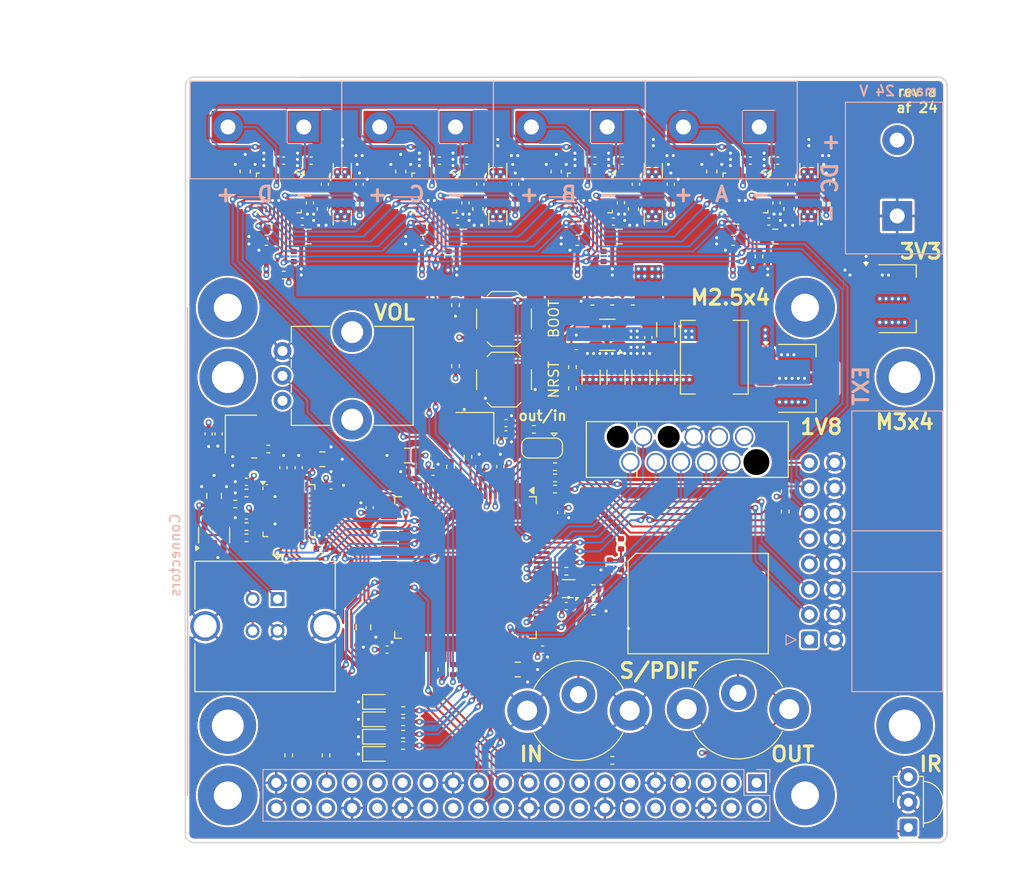
<source format=kicad_pcb>
(kicad_pcb (version 20240108) (generator "pcbnew") (generator_version "8.0")
  (title_block (title "blus mini mk2") (date "2024-06-04") (rev "a") (company "elagil"))
  (layers (0 "F.Cu" signal) (1 "In1.Cu" power) (2 "In2.Cu" power) (31 "B.Cu" signal) (34 "B.Paste" user) (35 "F.Paste" user) (36 "B.SilkS" user "B.Silkscreen") (37 "F.SilkS" user "F.Silkscreen") (38 "B.Mask" user) (39 "F.Mask" user) (44 "Edge.Cuts" user))
  (net 0 "")
  (net 1 "GND")
  (net 2 "VPP")
  (net 6 "/VPOT0")
  (net 7 "/SPDIF_OUT")
  (net 8 "/PI_NCE0")
  (net 9 "/SDA")
  (net 10 "/PI_MISO0")
  (net 11 "/PI_MOSI0")
  (net 12 "/IR_INPUT")
  (net 14 "/PI_TDM_SCK0")
  (net 15 "/SCL")
  (net 16 "/Amplifiers/TDM_SCK")
  (net 17 "Net-(U2-BST_P)")
  (net 18 "VBUS")
  (net 19 "/MCU/USB_DP")
  (net 20 "/MCU/BOOT0")
  (net 21 "/MCU/USART2_TX")
  (net 22 "/MCU/USART2_RX")
  (net 23 "/MCU/SWO")
  (net 24 "/MCU/TCK")
  (net 25 "/MCU/TMS")
  (net 26 "/Amplifiers/TAS2780-A/SKP_OUTA-")
  (net 27 "/Amplifiers/TAS2780-A/SKP_OUTA+")
  (net 28 "+1V8")
  (net 29 "/Amplifiers/TAS2780-A/VBAT")
  (net 30 "/Amplifiers/TAS2780-C/SKP_OUTA-")
  (net 31 "/Amplifiers/TAS2780-C/SKP_OUTA+")
  (net 32 "/Amplifiers/IRQZ")
  (net 33 "/Power/FB_5V0")
  (net 34 "/Amplifiers/ICC")
  (net 35 "/Amplifiers/ADDRA")
  (net 36 "/Amplifiers/ADDRB")
  (net 37 "/Amplifiers/ADDRC")
  (net 38 "/Amplifiers/ADDRD")
  (net 39 "/Amplifiers/TAS2780-C/VBAT")
  (net 40 "Net-(U2-BST_N)")
  (net 41 "/Amplifiers/TAS2780-D/SKP_OUTA-")
  (net 42 "/Amplifiers/TAS2780-D/SKP_OUTA+")
  (net 43 "+3.3V")
  (net 44 "+5V")
  (net 45 "Net-(U3-BST_P)")
  (net 46 "/Amplifiers/TAS2780-D/VBAT")
  (net 47 "Net-(U3-BST_N)")
  (net 48 "/Amplifiers/TAS2780-B/SKP_OUTA-")
  (net 49 "/Amplifiers/TAS2780-B/SKP_OUTA+")
  (net 50 "/Amplifiers/TAS2780-B/VBAT")
  (net 51 "Net-(U4-BST_P)")
  (net 52 "Net-(U4-BST_N)")
  (net 53 "Net-(U2-DREG)")
  (net 54 "Net-(U3-DREG)")
  (net 55 "Net-(U4-DREG)")
  (net 56 "/MCU/SAI1_MCLK_A")
  (net 57 "Net-(T1-In)")
  (net 58 "Net-(J4-In)")
  (net 59 "Net-(U2-PVDD_SNS)")
  (net 60 "Net-(U3-PVDD_SNS)")
  (net 61 "Net-(U4-PVDD_SNS)")
  (net 77 "/MCU/ULPI_D5")
  (net 78 "/EXT_MCLK")
  (net 79 "/MCU/ULPI_DIR")
  (net 80 "/MCU/ULPI_STP")
  (net 81 "/MCU/ULPI_D6")
  (net 82 "/MCU/ULPI_CK")
  (net 83 "/MCU/USB_SOF")
  (net 84 "/MCU/ULPI_D7")
  (net 87 "/MCU/SAI1_SCK_A")
  (net 88 "/MCU/SPDIF_IN1")
  (net 89 "/SPDIF_IN")
  (net 90 "/MCU/SAI1_FS_A")
  (net 91 "/MCU/SAI4_FS_A")
  (net 92 "/MCU/SAI4_SCK_A")
  (net 93 "/PI_SCK")
  (net 94 "/MCU/SAI4_MCLK_B")
  (net 95 "/MCU/SAI4_SD_A")
  (net 96 "/PI_SDO")
  (net 97 "/PI_FS")
  (net 98 "/PI_SDI")
  (net 99 "/MCU/ULPI_D0")
  (net 100 "/MCU/ULPI_D3")
  (net 101 "/MCU/ULPI_D4")
  (net 102 "/EXT_FS")
  (net 103 "/EXT_SDI")
  (net 104 "/EXT_SCK")
  (net 105 "/MCU/SAI4_FS_B")
  (net 106 "/MCU/SAI4_SCK_B")
  (net 107 "/MCU/ULPI_D2")
  (net 108 "/MCU/ULPI_NXT")
  (net 109 "/Amplifiers/TDM_FS")
  (net 110 "/Amplifiers/~{SPK_SD}")
  (net 111 "/MCU/ULPI_D1")
  (net 112 "/MCU/NRST")
  (net 113 "/Clock/CLK_24.000")
  (net 114 "/USB_CLK")
  (net 115 "/Clock/CLK_24.576")
  (net 116 "/AUDIO_CLK")
  (net 117 "Net-(C44-Pad2)")
  (net 118 "Net-(C45-Pad1)")
  (net 119 "Net-(U7-VDDA1.8)")
  (net 120 "Net-(U9-BOOT)")
  (net 121 "Net-(U9-SW)")
  (net 122 "Net-(U12-BST_N)")
  (net 123 "Net-(U12-BST_P)")
  (net 124 "Net-(U12-DREG)")
  (net 142 "Net-(J5-Ext)")
  (net 143 "Net-(J5-In)")
  (net 144 "Net-(R23-Pad1)")
  (net 145 "Net-(U7-VBUS)")
  (net 146 "Net-(U7-RBIAS)")
  (net 147 "Net-(U9-EN)")
  (net 148 "Net-(U12-PVDD_SNS)")
  (net 188 "Net-(D1-A)")
  (net 189 "Net-(D2-A)")
  (net 190 "Net-(D3-A)")
  (net 191 "Net-(D4-A)")
  (net 192 "/MCU/LED1")
  (net 193 "/MCU/LED2")
  (net 194 "/MCU/LED3")
  (net 195 "/MCU/LED4")
  (net 196 "/MCU/_USB_DP")
  (net 197 "/MCU/_USB_DN")
  (net 198 "/MCU/USB_DN")
  (net 199 "/MCU/SAI4_SD_B")
  (net 200 "/MCU/TDI")
  (net 202 "/MCU/TIM1_ETR1")
  (net 205 "Net-(C49-Pad1)")
  (net 206 "Net-(C55-Pad1)")
  (net 207 "Net-(C56-Pad1)")
  (net 208 "/EXT_SDO")
  (net 209 "Net-(JP1-B)")
  (net 210 "/MCU/SAI1_SD_A")
  (net 211 "Net-(R33-Pad1)")
  (net 212 "Net-(R24-Pad1)")
  (net 213 "/Amplifiers/TDM_SDI")
  (net 214 "Net-(R18-Pad1)")
  (footprint "Resistor_SMD:R_0402_1005Metric" (layer "F.Cu") (at 154.375 104.875 180)
    (property "Reference" "R12" (hide yes))
    (property "Value" "33")
  )
  (footprint "Resistor_SMD:R_0402_1005Metric" (layer "F.Cu") (at 143.67375 82.625 90)
    (property "Reference" "R41" (hide yes))
    (property "Value" "10k")
  )
  (footprint "Capacitor_SMD:C_0402_1005Metric" (layer "F.Cu") (at 142.125 104.25)
    (property "Reference" "C61" (hide yes))
    (property "Value" "100n")
  )
  (footprint "Capacitor_SMD:C_0603_1608Metric" (layer "F.Cu") (at 131 77.855 -90)
    (property "Reference" "C35" (hide yes))
    (property "Value" "1u")
  )
  (footprint "Capacitor_SMD:C_0805_2012Metric" (layer "F.Cu") (at 145.25 80.625)
    (property "Reference" "C23" (hide yes))
    (property "Value" "4.7u")
  )
  (footprint "Capacitor_SMD:C_0805_2012Metric" (layer "F.Cu") (at 131 103)
    (property "Reference" "C50" (hide yes))
    (property "Value" "4.7u")
  )
  (footprint "Package_TO_SOT_SMD:SOT-23-6" (layer "F.Cu") (at 159.625 90.5 180)
    (property "Reference" "U9" (hide yes))
    (property "Value" "TPS54302")
  )
  (footprint "Capacitor_SMD:C_0402_1005Metric" (layer "F.Cu") (at 120.575 100.455 -90)
    (property "Reference" "C3" (hide yes))
    (property "Value" "100n")
  )
  (footprint "Resistor_SMD:R_0402_1005Metric" (layer "F.Cu") (at 160.115 87.125)
    (property "Reference" "R34" (hide yes))
    (property "Value" "10k")
  )
  (footprint "Capacitor_SMD:C_1206_3216Metric" (layer "F.Cu") (at 148.625 74 90)
    (property "Reference" "C19" (hide yes))
    (property "Value" "10u")
  )
  (footprint "Capacitor_SMD:C_1206_3216Metric" (layer "F.Cu") (at 179.875 74 90)
    (property "Reference" "C6" (hide yes))
    (property "Value" "10u")
  )
  (footprint "Resistor_SMD:R_0402_1005Metric" (layer "F.Cu") (at 156.125 95.875 90)
    (property "Reference" "R35" (hide yes))
    (property "Value" "100k")
  )
  (footprint "Resistor_SMD:R_0402_1005Metric" (layer "F.Cu") (at 127.125 84.5)
    (property "Reference" "R38" (hide yes))
    (property "Value" "10k")
  )
  (footprint "Resistor_SMD:R_0402_1005Metric" (layer "F.Cu") (at 144.375 93.635 90)
    (property "Reference" "R31" (hide yes))
    (property "Value" "4.7k")
  )
  (footprint "Capacitor_SMD:C_1206_3216Metric" (layer "F.Cu") (at 148.625 78.755 -90)
    (property "Reference" "C20" (hide yes))
    (property "Value" "10u")
  )
  (footprint "Capacitor_SMD:C_1206_3216Metric" (layer "F.Cu") (at 133 74 90)
    (property "Reference" "C32" (hide yes))
    (property "Value" "10u")
  )
  (footprint "Resistor_SMD:R_0402_1005Metric" (layer "F.Cu") (at 134.75 77.375 -90)
    (property "Reference" "R17" (hide yes))
    (property "Value" "1k")
  )
  (footprint "Resistor_SMD:R_0402_1005Metric" (layer "F.Cu") (at 139.125 128.25)
    (property "Reference" "R26" (hide yes))
    (property "Value" "330")
  )
  (footprint "Capacitor_SMD:C_1206_3216Metric" (layer "F.Cu") (at 163 94.75 90)
    (property "Reference" "C70" (hide yes))
    (property "Value" "10u")
  )
  (footprint "Capacitor_SMD:C_0402_1005Metric" (layer "F.Cu") (at 181.625 75.375 -90)
    (property "Reference" "C14" (hide yes))
    (property "Value" "10p")
  )
  (footprint "Resistor_SMD:R_0402_1005Metric" (layer "F.Cu") (at 159.875 113.635 -90)
    (property "Reference" "R22" (hide yes))
    (property "Value" "100")
  )
  (footprint "Resistor_SMD:R_0402_1005Metric" (layer "F.Cu") (at 158.25 118.25)
    (property "Reference" "R21" (hide yes))
    (property "Value" "75")
  )
  (footprint "Capacitor_SMD:C_0402_1005Metric" (layer "F.Cu") (at 135.75 107.875 90)
    (property "Reference" "C60" (hide yes))
    (property "Value" "100n")
  )
  (footprint "Package_TO_SOT_SMD:SOT-553" (layer "F.Cu") (at 155.75 116 180)
    (property "Reference" "U5" (hide yes))
    (property "Value" "74LVC1GU04DRL")
  )
  (footprint "Capacitor_SMD:C_0402_1005Metric" (layer "F.Cu") (at 123.375 105.2675 180)
    (property "Reference" "C54" (hide yes))
    (property "Value" "100n")
  )
  (footprint "MountingHole:MountingHole_3.2mm_M3_ISO7380_Pad" (layer "F.Cu") (at 189.5 129.75)
    (property "Reference" "H4" (hide yes))
    (property "Value" "MountingHole")
  )
  (footprint "Connector_Audio_Custom:cui_rcj_02x" (layer "F.Cu") (at 156.725 128.25)
    (property "Reference" "J4" (hide yes))
    (property "Value" "Conn_Coaxial")
  )
  (footprint "Capacitor_SMD:C_0402_1005Metric" (layer "F.Cu") (at 149.45 99.375)
    (property "Reference" "C2" (hide yes))
    (property "Value" "10n")
  )
  (footprint "Capacitor_SMD:C_0402_1005Metric" (layer "F.Cu") (at 153.125 122.125)
    (property "Reference" "C58" (hide yes))
    (property "Value" "100n")
  )
  (footprint "Capacitor_SMD:C_0603_1608Metric" (layer "F.Cu") (at 138.875 74.1 90)
    (property "Reference" "C30" (hide yes))
    (property "Value" "1u")
  )
  (footprint "Capacitor_SMD:C_0402_1005Metric" (layer "F.Cu") (at 145.375 77.25 -90)
    (property "Reference" "C21" (hide yes))
    (property "Value" "100n")
  )
  (footprint "Capacitor_SMD:C_0402_1005Metric" (layer "F.Cu") (at 166 75.375 -90)
    (property "Reference" "C82" (hide yes))
    (property "Value" "10p")
  )
  (footprint "Capacitor_SMD:C_0402_1005Metric" (layer "F.Cu") (at 129.875 73)
    (property "Reference" "C41" (hide yes))
    (property "Value" "100n")
  )
  (footprint "Inductor_SMD:L_Abracon_ASPI-0630LR" (layer "F.Cu") (at 170.375 92.75 90)
    (property "Reference" "L1" (hide yes))
    (property "Value" "4.7u")
  )
  (footprint "Capacitor_SMD:C_0603_1608Metric" (layer "F.Cu") (at 141 81 180)
    (property "Reference" "C26" (hide yes))
    (property "Value" "1u")
  )
  (footprint "Capacitor_SMD:C_0402_1005Metric" (layer "F.Cu") (at 161.125 73)
    (property "Reference" "C83" (hide yes))
    (property "Value" "100n")
  )
  (footprint "Capacitor_SMD:C_0402_1005Metric" (layer "F.Cu") (at 134.75 75.375 -90)
    (property "Reference" "C40" (hide yes))
    (property "Value" "10p")
  )
  (footprint "Capacitor_SMD:C_0805_2012Metric" (layer "F.Cu") (at 160.875 80.625)
    (property "Reference" "C78" (hide yes))
    (property "Value" "4.7u")
  )
  (footprint "Capacitor_SMD:C_0402_1005Metric" (layer "F.Cu") (at 163.75 90.775 -90)
    (property "Reference" "C66" (hide yes))
    (property "Value" "100n")
  )
  (footprint "Resistor_SMD:R_0402_1005Metric" (layer "F.Cu") (at 123.375 106.3925)
    (property "Reference" "R30" (hide yes))
    (property "Value" "12k")
  )
  (footprint "Capacitor_SMD:C_0402_1005Metric" (layer "F.Cu") (at 140.125 104.25 180)
    (property "Reference" "C64" (hide yes))
    (property "Value" "100n")
  )
  (footprint "Resistor_SMD:R_0402_1005Metric" (layer "F.Cu") (at 162.185 87.125)
    (property "Reference" "R33" (hide yes))
    (property "Value" "10k")
  )
  (footprint "Resistor_SMD:R_0402_1005Metric" (layer "F.Cu") (at 139.115 131.75)
    (property "Reference" "R29" (hide yes))
    (property "Value" "330")
  )
  (footprint "Capacitor_SMD:C_0603_1608Metric" (layer "F.Cu") (at 154.5 74.1 90)
    (property "Reference" "C85" (hide yes))
    (property "Value" "1u")
  )
  (footprint "Capacitor_SMD:C_0603_1608Metric" (layer "F.Cu") (at 123.25 74.1 90)
    (property "Reference" "C43" (hide yes))
    (property "Value" "1u")
  )
  (footprint "Potentiometer_THT:Potentiometer_Bourns_PTV09A-1_Single_Vertical" (layer "F.Cu") (at 127 97.125)
    (property "Reference" "RV1" (hide yes))
    (property "Value" "R_Potentiometer")
  )
  (footprint "Package_QFP:LQFP-100_14x14mm_P0.5mm" (layer "F.Cu") (at 145.375 113.875 -90)
    (property "Reference" "U8" (hide yes))
    (property "Value" "STM32H723VGTx")
  )
  (footprint "Resistor_SMD:R_0402_1005Metric" (layer "F.Cu") (at 144.375 87.525 90)
    (property "Reference" "R32" (hide yes))
    (property "Value" "4.7k")
  )
  (footprint "Capacitor_SMD:C_1206_3216Metric" (layer "F.Cu") (at 133 78.755 -90)
    (property "Reference" "C33" (hide yes))
    (property "Value" "10u")
  )
  (footprint "Resistor_SMD:R_0402_1005Metric" (layer "F.Cu") (at 161 111.5 -90)
    (property "Reference" "R20" (hide yes))
    (property "Value" "220")
  )
  (footprint "Resistor_SMD:R_0402_1005Metric" (layer "F.Cu") (at 152.25 100 180)
    (property "Reference" "R14" (hide yes))
    (property "Value" "33")
  )
  (footprint "Capacitor_SMD:C_0603_1608Metric" (layer "F.Cu") (at 146.625 77.855 -90)
    (property "Reference" "C22" (hide yes))
    (property "Value" "1u")
  )
  (footprint "Capacitor_SMD:C_0402_1005Metric" (layer "F.Cu") (at 156.5 91.625)
    (property "Reference" "C68" (hide yes))
    (property "Value" "100n")
  )
  (footprint "Resistor_SMD:R_0402_1005Metric" (layer "F.Cu") (at 154.375 106 180)
    (property "Reference" "R13" (hide yes))
    (property "Value" "33")
  )
  (footprint "Capacitor_SMD:C_1206_3216Metric" (layer "F.Cu") (at 165.5 94.75 90)
    (property "Reference" "C69" (hide yes))
    (property "Value" "10u")
  )
  (footprint "Capacitor_SMD:C_0805_2012Metric" (layer "F.Cu") (at 129.625 80.625)
    (property "Reference" "C36" (hide yes))
    (property "Value" "4.7u")
  )
  (footprint "Resistor_SMD:R_0402_1005Metric" (layer "F.Cu") (at 128.125 82.635 90)
    (property "Reference" "R42" (hide yes))
    (property "Value" "10k")
  )
  (footprint "Capacitor_SMD:C_0402_1005Metric" (layer "F.Cu") (at 137.5 122.125)
    (property "Reference" "C63" (hide yes))
    (property "Value" "100n")
  )
  (footprint "Resistor_SMD:R_0402_1005Metric" (layer "F.Cu") (at 123.375 109.7675)
    (property "Reference" "R24" (hide yes))
    (property "Value" "33")
  )
  (footprint "Capacitor_SMD:C_0402_1005Metric" (layer "F.Cu") (at 127.125 73 180)
    (property "Reference" "C42" (hide yes))
    (property "Value" "100n")
  )
  (footprint "Capacitor_SMD:C_0402_1005Metric" (layer "F.Cu") (at 176.625 77.25 -90)
    (property "Reference" "C8" (hide yes))
    (property "Value" "100n")
  )
  (footprint "Capacitor_SMD:C_0805_2012Metric" (layer "F.Cu") (at 139.5 102.625 180)
    (property "Reference" "C57" (hide yes))
    (property "Value" "4.7u")
  )
  (footprint "Capacitor_SMD:C_1206_3216Metric" (layer "F.Cu") (at 165.5 90 -90)
    (property "Reference" "C67" (hide yes))
    (property "Value" "10u")
  )
  (footprint "Resistor_SMD:R_0402_1005Metric" (layer "F.Cu") (at 139.115 129.375)
    (property "Reference" "R27" (hide yes))
    (property "Value" "330")
  )
  (footprint "OptoDevice:Vishay_MINICAST-3Pin" (layer "F.Cu") (at 189.875 140 90)
    (property "Reference" "U1" (hide yes))
    (property "Value" "TSOP583xx")
  )
  (footprint "Capacitor_SMD:C_0402_1005Metric" (layer "F.Cu") (at 161 113.6 -90)
    (property "Reference" "C45" (hide yes))
    (property "Value" "10n")
  )
  (footprint "Button_Switch_SMD:SW_SPST_TL3342" (layer "F.Cu") (at 149.25 95 180)
    (property "Reference" "SW2" (hide yes))
    (property "Value" "NRST")
  )
  (footprint "Capacitor_SMD:C_0402_1005Metric" (layer "F.Cu") (at 155.5 117.75)
    (property "Reference" "C86" (hide yes))
    (property "Value" "100n")
  )
  (footprint "Resistor_SMD:R_0402_1005Metric" (layer "F.Cu") (at 155.5 114.25 180)
    (property "Reference" "R18" (hide yes))
    (property "Value" "100")
  )
  (footprint "Capacitor_SMD:C_0603_1608Metric" (layer "F.Cu") (at 177.875 77.855 -90)
    (property "Reference" "C9" (hide yes))
    (property "Value" "1u")
  )
  (footprint "Resistor_SMD:R_0402_1005Metric" (layer "F.Cu") (at 154.375 103.75 180)
    (property "Reference" "R11" (hide yes))
    (property "Value" "33")
  )
  (footprint "Capacitor_SMD:C_0402_1005Metric" (layer "F.Cu") (at 172.75 79.75 180)
    (property "Reference" "C12" (hide yes))
    (property "Value" "100n")
  )
  (footprint "Resistor_SMD:R_0402_1005Metric" (layer "F.Cu") (at 122.25 107.5 180)
    (property "Reference" "R25" (hide yes))
    (property "Value" "10k")
  )
  (footprint "Package_DFN_QFN:QFN-32-1EP_5x5mm_P0.5mm_EP3.45x3.45mm" (layer "F.Cu") (at 127.65 108.1675)
    (property "Reference" "U7" (hide yes))
    (property "Value" "USB3300-EZK")
  )
  (footprint "Resistor_SMD:R_0402_1005Metric" (layer "F.Cu") (at 181.625 77.375 -90)
    (property "Reference" "R15" (hide yes))
    (property "Value" "1k")
  )
  (footprint "Capacitor_SMD:C_0402_1005Metric" (layer "F.Cu") (at 157.125 79.75 180)
    (property "Reference" "C80" (hide yes))
    (property "Value" "100n")
  )
  (footprint "Capacitor_SMD:C_0603_1608Metric" (layer "F.Cu") (at 172.25 81 180)
    (property "Reference" "C13" (hide yes))
    (property "Value" "1u")
  )
  (footprint "MountingHole:MountingHole_3.2mm_M3_ISO7380_Pad" (layer "F.Cu") (at 121.5 94.75)
    (property "Reference" "H2" (hide yes))
    (property "Value" "MountingHole")
  )
  (footprint "Connector_Debug:WR-WST REDFIT IDC 6 10 DBG" (layer "F.Cu") (at 167.66 102.02)
    (property "Reference" "J6" (hide yes))
    (property "Value" "REDFIT_SWD_10")
  )
  (footprint "Resistor_SMD:R_0402_1005Metric" (layer "F.Cu") (at 160.125 133.25)
    (property "Reference" "R8" (hide yes))
    (property "Value" "33")
  )
  (footprint "Resistor_SMD:R_0402_1005Metric" (layer "F.Cu") (at 174.8625 82.625 90)
    (property "Reference" "R39" (hide yes))
    (property "Value" "470")
  )
  (footprint "Connector_Audio_Custom:cui_rcj_02x" (layer "F.Cu") (at 172.75 128.1)
    (property "Reference" "J5" (hide yes))
    (property "Value" "Conn_Coaxial")
  )
  (footprint "Transformer_Audio:SOIC-6" (layer "F.Cu") (at 168.75 117.5 -90)
    (property "Reference" "T1" (hide yes))
    (property "Value" "DA100J")
  )
  (footprint "Capacitor_SMD:C_0402_1005Metric" (layer "F.Cu") (at 141.5 79.75 180)
    (property "Reference" "C25" (hide yes))
    (property "Value" "100n")
  )
  (footprint "Resistor_SMD:R_0402_1005Metric" (layer "F.Cu") (at 143.875 103.75 -90)
    (property "Reference" "R7" (hide yes))
    (property "Value" "33")
  )
  (footprint "Resistor_SMD:R_0402_1005Metric" (layer "F.Cu") (at 159.25 82.625 90)
    (property "Reference" "R40" (hide yes))
    (property "Value" "470")
  )
  (footprint "Resistor_SMD:R_0402_1005Metric" (layer "F.Cu") (at 139.115 130.625)
    (property "Reference" "R28" (hide yes))
    (property "Value" "330")
  )
  (footprint "LED_SMD:LED_0603_1608Metric" (layer "F.Cu") (at 136.53 129.125)
    (property "Reference" "D2" (hide yes))
    (property "Value" "Green")
  )
  (footprint "Oscillator:Oscillator_SMD_Abracon_ASE-4Pin_3.2x2.5mm" (layer "F.Cu") (at 146.325 99.875 180)
    (property "Reference" "X1" (hide yes))
    (property "Value" "ASE-24.576 MHz")
  )
  (footprint "Capacitor_SMD:C_0805_2012Metric" (layer "F.Cu") (at 176.5 80.625)
    (property "Reference" "C10" (hide yes))
    (property "Value" "4.7u")
  )
  (footprint "Capacitor_SMD:C_0402_1005Metric" (layer "F.Cu") (at 145.5 73)
    (property "Reference" "C28" (hide yes))
    (property "Value" "100n")
  )
  (footprint "Resistor_SMD:R_0402_1005Metric" (layer "F.Cu") (at 158.25 116 180)
    (property "Reference" "R19" (hide yes))
    (property "Value" "220")
  )
  (footprint "Capacitor_SMD:C_0402_1005Metric" (layer "F.Cu") (at 175.855 79.125)
    (property "Reference" "C11" (hide yes))
    (property "Value" "100n")
  )
  (footprint "Capacitor_SMD:C_0402_1005Metric" (layer "F.Cu") (at 129.75 77.25 -90)
    (property "Reference" "C34" (hide yes))
    (property "Value" "100n")
  )
  (footprint "Capacitor_SMD:C_0805_2012Metric" (layer "F.Cu") (at 124.15 103.605 180)
    (property "Reference" "C48" (hide yes))
    (property "Value" "4.7u")
  )
  (footprint "Resistor_SMD:R_0402_1005Metric" (layer "F.Cu") (at 145.625 102.75 90)
    (property "Reference" "R1" (hide yes))
    (property "Value" "33")
  )
  (footprint "Capacitor_SMD:C_0402_1005Metric" (layer "F.Cu") (at 161 77.25 -90)
    (property "Reference" "C76" (hide yes))
    (property "Value" "100n")
  )
  (footprint "Package_TO_SOT_SMD:SOT-223-3_TabPin2" (layer "F.Cu") (at 188.75 86.875)
    (property "Reference" "U10" (hide yes))
    (property "Value" "AMS1117-3.3")
  )
  (footprint "Capacitor_SMD:C_1206_3216Metric" (layer "F.Cu") (at 158 94.75 90)
    (property "Reference" "C72" (hide yes))
    (property "Value" "10u")
  )
  (footprint "Capacitor_SMD:C_0402_1005Metric" (layer "F.Cu") (at 125.875 79.75 180)
    (property "Reference" "C38" (hide yes))
    (property "Value" "100n")
  )
  (footprint "Capacitor_SMD:C_0402_1005Metric" (layer "F.Cu") (at 150.375 75.375 -90)
    (property "Reference" "C27" (hide yes))
    (property "Value" "10p")
  )
  (footprint "Capacitor_SMD:C_0402_1005Metric" (layer "F.Cu") (at 144.605 79.125)
    (property "Reference" "C24" (hide yes))
    (property "Value" "100n")
  )
  (footprint "LED_SMD:LED_0603_1608Metric" (layer "F.Cu") (at 136.53 132.6)
    (property "Reference" "D4" (hide yes))
    (property "Value" "Red")
  )
  (footprint "Package_TO_SOT_SMD:SOT-23-6" (layer "F.Cu") (at 120.125 110.625 90)
    (property "Reference" "U6" (hide yes))
    (property "Value" "USBLC6-2SC6")
  )
  (footprint "Capacitor_SMD:C_0603_1608Metric" (layer "F.Cu") (at 156.625 81 180)
    (property "Reference" "C81" (hide yes))
    (property "Value" "1u")
  )
  (footprint "Capacitor_SMD:C_0603_1608Metric" (layer "F.Cu") (at 170.125 74.1 90)
    (property "Reference" "C17" (hide yes))
    (property "Value" "1u")
  )
  (footprint "MountingHole:MountingHole_3.2mm_M3_ISO7380_Pad" (layer "F.Cu") (at 121.5 129.75)
    (property "Reference" "H3" (hide yes))
    (property "Value" "MountingHole")
  )
  (footprint "Capacitor_SMD:C_1206_3216Metric" (layer "F.Cu") (at 164.25 78.755 -90)
    (property "Reference" "C75" (hide yes))
    (property "Value" "10u")
  )
  (footprint "Resistor_SMD:R_0402_1005Metric" (layer "F.Cu") (at 156.125 93.75 90)
    (property "Reference" "R37" (hide yes))
    (property "Value" "13.7k")
  )
  (footprint "Capacitor_SMD:C_0402_1005Metric" (layer "F.Cu") (at 162.5 75.375 90)
    (property "Reference" "C73" (hide yes))
    (property "Value" "100n")
  )
  (footprint "Capacitor_SMD:C_1206_3216Metric" (layer "F.Cu") (at 164.25 74 90)
    (property "Reference" "C74" (hide yes))
    (property "Value" "10u")
  )
  (footprint "Capacitor_SMD:C_0402_1005Metric" (layer "F.Cu") (at 123.375 108.6425 180)
    (property "Reference" "C52" (hide yes))
    (property "Value" "100n")
  )
  (footprint "Capacitor_SMD:C_0402_1005Metric" (layer "F.Cu") (at 149.45 100.5)
    (property "Reference" "C1" (hide yes))
    (property "Value" "100n")
  )
  (footprint "Resistor_SMD:R_0402_1005Metric" (layer "F.Cu") (at 144.125 124.135 90)
    (property "Reference" "R5" (hide yes))
    (property "Value" "33")
  )
  (footprint "Resistor_SMD:R_0402_1005Metric" (layer "F.Cu") (at 150.375 77.375 -90)
    (property "Reference" "R16" (hide yes))
    (property "Value" "1k")
  )
  (footprint "Package_TI_QFN:TI-30-Pin-HR-QFN" (layer "F.Cu") (at 142.25 76.25 -90)
    (property "Reference" "U3" (hide yes))
    (property "Value" "TAS2780")
  )
  (footprint "Capacitor_SMD:C_0805_2012Metric" (layer "F.Cu") (at 150.625 124.125)
    (property "Reference" "C56" (hide yes))
    (property "Value" "4.7u")
  )
  (footprint "Capacitor_SMD:C_0402_1005Metric" (layer "F.Cu") (at 142.75 73 180)
    (property "Reference" "C29" (hide yes))
    (property "Value" "100n")
  )
  (footprint "Resistor_SMD:R_0402_1005Metric" (layer "F.Cu") (at 125.565 101.975 180)
    (property "Reference" "R2" (hide yes))
    (property "Value" "33")
  )
  (footprint "Capacitor_SMD:C_0603_1608Metric" (layer "F.Cu") (at 162.25 77.855 -90)
    (property "Reference" "C77" (hide yes))
    (property "Value" "1u")
  )
  (footprint "Resistor_SMD:R_0402_1005Metric" (layer "F.Cu") (at 127.625 132.75 -90)
    (property "Reference" "R10" (hide yes))
    (property "Value" "33")
  )
  (footprint "Capacitor_SMD:C_0402_1005Metric" (layer "F.Cu") (at 174 73 180)
    (property "Reference" "C16" (hide yes))
    (property "Value" "100n")
  )
  (footprint "Resistor_SMD:R_0402_1005Metric" (layer "F.Cu") (at 131.375 132.75 -90)
    (property "Reference" "R9" (hide yes))
    (property "Value" "33")
  )
  (footprint "Capacitor_SMD:C_1206_3216Metric" (layer "F.Cu") (at 160.5 94.75 90)
    (property "Reference" "C71" (hide yes))
    (property "Value" "10u")
  )
  (footprint "Package_TO_SOT_SMD:SOT-223-3_TabPin2" (layer "F.Cu") (at 178.6875 94.875)
    (property "Reference" "U11" (hide yes))
    (property "Value" "AMS1117-1.8")
  )
  (footprint "Capacitor_SMD:C_0402_1005Metric" (layer "F.Cu") (at 131.875 105.625)
    (property "Reference" "C53" (hide yes))
    (property "Value" "100n")
  )
  (footprint "Package_TI_QFN:TI-30-Pin-HR-QFN" (layer "F.Cu") (at 126.625 76.25 -90)
    (property "Reference" "U4" (hide yes))
    (property "Value" "TAS2780")
  )
  (footprint "Connector_USB:USB_B_TE_5787834_Vertical" (layer "F.Cu") (at 126.5 117.05)
    (property "Reference" "J7" (hide yes))
    (property "Value" "USB_B")
  )
  (footprint "LED_SMD:LED_0603_1608Metric" (layer "F.Cu") (at 136.53 130.875)
    (property "Reference" "D3" (hide yes))
    (property "Value" "Yellow")
  )
  (footprint "Capacitor_SMD:C_0402_1005Metric" (layer "F.Cu") (at 155 108.375 -90)
    (property "Reference" "C62" (hide yes))
    (property "Value" "100n")
  )
  (footprint "Resistor_SMD:R_0402_1005Metric" (layer "F.Cu") (at 143 124.135 90)
    (property "Reference" "R6" (hide yes))
    (property "Value" "33")
  )
  (footprint "Package_TI_QFN:TI-30-Pin-HR-QFN" (layer "F.Cu") (at 173.5 76.25 -90)
    (property "Reference" "U2" (hide yes))
    (property "Value" "TAS2780")
  )
  (footprint "Capacitor_SMD:C_1206_3216Metric" (layer "F.Cu") (at 179.875 78.755 -90)
    (property "Reference" "C7" (hide yes))
    (property "Value" "10u")
  )
  (footprint "Capacitor_SMD:C_0402_1005Metric" (layer "F.Cu") (at 146.75 103.75 90)
    (property "Reference" "C59" (hide yes))
    (property "Value" "100n")
  )
  (footprint "Button_Switch_SMD:SW_SPST_TL3342" (layer "F.Cu") (at 149.25 88.9)
    (property "Reference" "SW1" (hide yes))
    (property "Value" "BOOT")
  )
  (footprint "Resistor_SMD:R_0402_1005Metric" (layer "F.Cu") (at 177.5 106.24 -90)
    (property "Reference" "R3" (hide yes))
    (property "Value" "4.7k")
  )
  (footprint "Capacitor_SMD:C_0402_1005Metric" (layer "F.Cu") (at 158.25 117.125)
    (property "Reference" "C44" (hide yes))
    (property "Value" "4.7n")
  )
  (footprint "MountingHole:MountingHole_3.2mm_M3_ISO7380_Pad" (layer "F.Cu") (at 189.5 94.75)
    (property "Reference" "H1" (hide yes))
    (property "Value" "MountingHole")
  )
  (footprint "Resistor_SMD:R_0402_1005Metric" (layer "F.Cu") (at 158.125 87.125)
    (property "Reference" "R36" (hide yes))
    (property "Value" "4.7k")
  )
  (footprint "Capacitor_SMD:C_0402_1005Metric" (layer "F.Cu") (at 131.25 75.375 90)
    (property "Reference" "C31" (hide yes))
    (property "Value" "100n")
  )
  (footprint "Capacitor_SMD:C_0402_1005Metric" (layer "F.Cu") (at 128.625 103.855 90)
    (property "Reference" "C49" (hide yes))
    (property "Value" "100n")
  )
  (footprint "Capacitor_SMD:C_0402_1005Metric" (layer "F.Cu") (at 127.0875 103.855 90)
    (property "Reference" "C47" (hide yes))
    (property "Value" "100n")
  )
  (footprint "Package_TI_QFN:TI-30-Pin-HR-QFN" (layer "F.Cu") (at 157.875 76.25 -90)
    (property "Reference" "U12" (hide yes))
    (property "Value" "TAS2780")
  )
  (footprint "Capacitor_SMD:C_0402_1005Metric" (layer "F.Cu") (at 176.75 73)
    (property "Reference" "C15" (hide yes))
    (property "Value" "100n")
  )
  (footprint "Resistor_SMD:R_0402_1005Metric" (layer "F.Cu") (at 123.375 110.8925)
    (property "Reference" "R23" (hide yes))
    (property "Value" "33")
  )
  (footprint "Capacitor_SMD:C_0402_1005Metric" (layer "F.Cu") (at 158.375 73 180)
    (property "Reference" "C84" (hide yes))
    (property "Value" "100n")
  )
  (footprint "Capacitor_SMD:C_0805_2012Metric" (layer "F.Cu") (at 120.125 106.675 90)
    (property "Reference" "C46" (hide yes))
    (property "Value" "4.7u")
  )
  (footprint "Capacitor_SMD:C_0402_1005Metric" (layer "F.Cu") (at 160.23 79.125)
    (property "Reference" "C79" (hide yes))
    (property "Value" "100n")
  )
  (footprint "Capacitor_SMD:C_0402_1005Metric" (layer "F.Cu") (at 148.875 103.75 90)
    (property "Reference" "C65" (hide yes))
    (property "Value" "100n")
  )
  (footprint "Capacitor_SMD:C_0402_1005Metric" (layer "F.Cu") (at 130.875 112)
    (property "Reference" "C51" (hide yes))
    (property "Value" "100n")
  )
  (footprint "Oscillator:Oscillator_SMD_Abracon_ASE-4Pin_3.2x2.5mm" (layer "F.Cu") (at 122.825 100.475 -90)
    (property "Reference" "X2" (hide yes))
    (property "Value" "ASE-24 MHz")
  )
  (footprint "Resistor_SMD:R_0402_1005Metric" (layer "F.Cu") (at 166 77.375 -90)
    (property "Reference" "R43" (hide yes))
    (property "Value" "1k")
  )
  (footprint "Capacitor_SMD:C_0805_2012Metric" (layer "F.Cu") (at 135.125 119.875 -90)
    (property "Reference" "C55" (hide yes))
    (property "Value" "4.7u")
  )
  (footprint "LED_SMD:LED_0603_1608Metric" (layer "F.Cu") (at 136.53 127.375)
    (property "Reference" "D1" (hide yes))
    (property "Value" "Blue")
  )
  (footprint "Capacitor_SMD:C_0402_1005Metric" (layer "F.Cu") (at 146.875 75.375 90)
    (property "Reference" "C18" (hide yes))
    (property "Value" "100n")
  )
  (footprint "Jumper:SolderJumper-3_P1.3mm_Bridged12_RoundedPad1.0x1.5mm" (layer "F.Cu") (at 153.075 101.875 180)
    (property "Reference" "JP1" (hide yes))
    (property "Value" "SolderJumper_3_Bridged12")
  )
  (footprint "Capacitor_SMD:C_0402_1005Metric" (layer "F.Cu") (at 128.98 79.125)
    (property "Reference" "C37" (hide yes))
    (property "Value" "100n")
  )
  (footprint "Capacitor_SMD:C_0402_1005Metric" (layer "F.Cu") (at 178.125 75.375 90)
    (property "Reference" "C5" (hide yes))
    (property "Value" "100n")
  )
  (footprint "Resistor_SMD:R_0402_1005Metric" (layer "F.Cu") (at 177.5 108.25 90)
    (property "Reference" "R4" (hide yes))
    (property "Value" "4.7k")
  )
  (footprint "Capacitor_SMD:C_0402_1005Metric" (layer "F.Cu") (at 119.575 100.455 -90)
    (property "Reference" "C4" (hide yes))
    (property "Value" "10n")
  )
  (footprint "Capacitor_SMD:C_0603_1608Metric" (layer "F.Cu") (at 125.375 81 180)
    (property "Reference" "C39" (hide yes))
    (property "Value" "1u")
  )
  (footprint "Connector_Rpi:PinSocket_2x20_P2.54mm_Vertical" (layer "B.Cu") (at 150.495 136.77 90)
    (property "Reference" "J2" (hide yes))
    (property "Value" "Raspberry_Pi_2_3")
  )
  (footprint "Connector_IDC:IDC-Header_2x08_P2.54mm_Horizontal" (layer "B.Cu") (at 179.9275 121.14)
    (property "Reference" "J3" (hide yes))
    (property "Value" "Conn_02x08_Odd_Even")
  )
  (footprint "Connector_Terminal:wuerth_691216410002" (layer "B.Cu") (at 155.8075 69.625)
    (property "Reference" "J9" (hide yes))
    (property "Value" "Screw_Terminal_01x02")
  )
  (footprint "Connector_Terminal:wuerth_691216410002" (layer "B.Cu") (at 188.75 74.75 -90)
    (property "Reference" "J1" (hide yes))
    (property "Value" "Screw_Terminal_01x02")
  )
  (footprint "Connector_Terminal:wuerth_691216410002" (layer "B.Cu") (at 125.3275 69.625)
    (property "Reference" "J11" (hide yes))
    (property "Value" "Screw_Terminal_01x02")
  )
  (footprint "Connector_Terminal:wuerth_691216410002" (layer "B.Cu") (at 140.5675 69.625)
    (property "Reference" "J10" (hide yes))
    (property "Value" "Screw_Terminal_01x02")
  )
  (footprint "Connector_Terminal:wuerth_691216410002" (layer "B.Cu") (at 171.08375 69.625)
    (property "Reference" "J8" (hide yes))
    (property "Value" "Screw_Terminal_01x02")
  )
  (gr_line (start 118.118718 141.506282) (end 192.881282 141.506282) (stroke (width 0.15)) (layer "Edge.Cuts"))
  (gr_arc (start 192.881282 64.618718) (mid 193.5 64.875) (end 193.756282 65.493718) (stroke (width 0.15)) (layer "Edge.Cuts"))
  (gr_arc (start 193.756282 140.631282) (mid 193.5 141.25) (end 192.881282 141.506282) (stroke (width 0.15)) (layer "Edge.Cuts"))
  (gr_line (start 118.125 64.625) (end 192.881282 64.618718) (stroke (width 0.15)) (layer "Edge.Cuts"))
  (gr_arc (start 117.25 65.5) (mid 117.506282 64.881282) (end 118.125 64.625) (stroke (width 0.15)) (layer "Edge.Cuts"))
  (gr_line (start 117.25 65.5) (end 117.243718 140.631282) (stroke (width 0.15)) (layer "Edge.Cuts"))
  (gr_line (start 193.756282 65.493718) (end 193.756282 140.631282) (stroke (width 0.15)) (layer "Edge.Cuts"))
  (gr_arc (start 118.118718 141.506282) (mid 117.5 141.25) (end 117.243718 140.631282) (stroke (width 0.15)) (layer "Edge.Cuts"))
  (gr_text "+ DC -" (at 182 74.75 90) (layer "B.SilkS") (effects (font (size 1.5 1.5) (thickness 0.3)) (justify mirror)))
  (gr_text "-  D  +" (at 125.25 76.375 0) (layer "B.SilkS") (effects (font (size 1.5 1.5) (thickness 0.3)) (justify mirror)))
  (gr_text "-  A  +" (at 171.125 76.375 0) (layer "B.SilkS") (effects (font (size 1.5 1.5) (thickness 0.3)) (justify mirror)))
  (gr_text "-  C  +" (at 140.5 76.375 0) (layer "B.SilkS") (effects (font (size 1.5 1.5) (thickness 0.3)) (justify mirror)))
  (gr_text "EXT" (at 185.125 95.625 90) (layer "B.SilkS") (effects (font (size 1.5 1.5) (thickness 0.3)) (justify mirror)))
  (gr_text "-  B  +" (at 155.75 76.375 0) (layer "B.SilkS") (effects (font (size 1.5 1.5) (thickness 0.3)) (justify mirror)))
  (gr_text "max. 24 V" (at 188.875 66 0) (layer "B.SilkS") (effects (font (size 1 1) (thickness 0.2)) (justify mirror)))
  (gr_text "S/PDIF" (at 164.875 124.25 0) (layer "F.SilkS") (effects (font (size 1.5 1.5) (thickness 0.3))))
  (gr_text "M2.5x4" (at 172 86.75 0) (layer "F.SilkS") (effects (font (size 1.5 1.5) (thickness 0.3))))
  (gr_text "out/in" (at 153.125 98.625 0) (layer "F.SilkS") (effects (font (size 1 1) (thickness 0.2) (bold yes))))
  (gr_text "3V3" (at 191.125 82.125 0) (layer "F.SilkS") (effects (font (size 1.5 1.5) (thickness 0.3))))
  (gr_text "IR" (at 192.125 133.625 0) (layer "F.SilkS") (effects (font (size 1.5 1.5) (thickness 0.3))))
  (gr_text "M3x4" (at 189.5 99.25 0) (layer "F.SilkS") (effects (font (size 1.5 1.5) (thickness 0.3))))
  (gr_text "VOL" (at 138.25 88.25 0) (layer "F.SilkS") (effects (font (size 1.5 1.5) (thickness 0.3))))
  (gr_text "OUT" (at 178.25 132.625 0) (layer "F.SilkS") (effects (font (size 1.5 1.5) (thickness 0.3))))
  (gr_text "IN" (at 152 132.625 0) (layer "F.SilkS") (effects (font (size 1.5 1.5) (thickness 0.3))))
  (gr_text "rev a\naf 24" (at 190.75 66.875 0) (layer "F.SilkS") (effects (font (size 1 1) (thickness 0.2) (bold yes))))
  (gr_text "1V8" (at 181.125 99.75 0) (layer "F.SilkS") (effects (font (size 1.5 1.5) (thickness 0.3))))
  (segment (start 125.9 110.605) (end 125.9 110.167501) (width 0.2) (layer "F.Cu") (net 1))
  (segment (start 146.875 74.895) (end 146.875 74.275) (width 0.4) (layer "F.Cu") (net 1))
  (segment (start 159.5 73.5) (end 158.9952 74.0048) (width 0.2) (layer "F.Cu") (net 1))
  (segment (start 127.7452 74.0048) (end 127.7452 74.8) (width 0.2) (layer "F.Cu") (net 1))
  (segment (start 175.375 73.5) (end 175.125 73.5) (width 0.2) (layer "F.Cu") (net 1))
  (segment (start 126 110.067501) (end 126 109.75) (width 0.2) (layer "F.Cu") (net 1))
  (segment (start 175.925 77.3) (end 176.355 77.73) (width 0.2) (layer "F.Cu") (net 1))
  (segment (start 125.7452 74.1202) (end 125.7452 74.6) (width 0.2) (layer "F.Cu") (net 1))
  (segment (start 128.5 73.5) (end 128.25 73.5) (width 0.2) (layer "F.Cu") (net 1))
  (segment (start 129.48 77.73) (end 129.75 77.73) (width 0.2) (layer "F.Cu") (net 1))
  (segment (start 144.125 73.5) (end 143.875 73.5) (width 0.2) (layer "F.Cu") (net 1))
  (segment (start 157.615 87.125) (end 157 87.125) (width 0.2) (layer "F.Cu") (net 1))
  (segment (start 143.3702 74.0048) (end 143.3702 74.8) (width 0.2) (layer "F.Cu") (net 1))
  (segment (start 159.775 77.3) (end 160.3 77.3) (width 0.2) (layer "F.Cu") (net 1))
  (segment (start 125.2125 106.4175) (end 125.2125 106.9175) (width 0.2) (layer "F.Cu") (net 1))
  (segment (start 128.25 73.5) (end 127.7452 74.0048) (width 0.2) (layer "F.Cu") (net 1))
  (segment (start 160.3 77.3) (end 160.73 77.73) (width 0.2) (layer "F.Cu") (net 1))
  (segment (start 125.9 110.167501) (end 126 110.067501) (width 0.2) (layer "F.Cu") (net 1))
  (segment (start 126 109.75) (end 126.25 109.5) (width 0.2) (layer "F.Cu") (net 1))
  (segment (start 146.875 74.275) (end 148.625 72.525) (width 0.4) (layer "F.Cu") (net 1))
  (segment (start 145.105 77.73) (end 145.375 77.73) (width 0.2) (layer "F.Cu") (net 1))
  (segment (start 141.3702 74.1202) (end 141.3702 74.6) (width 0.2) (layer "F.Cu") (net 1))
  (segment (start 131.25 74.275) (end 133 72.525) (width 0.4) (layer "F.Cu") (net 1))
  (segment (start 144.15 77.3) (end 144.675 77.3) (width 0.2) (layer "F.Cu") (net 1))
  (segment (start 175.4 77.3) (end 175.925 77.3) (width 0.2) (layer "F.Cu") (net 1))
  (segment (start 178.125 74.275) (end 179.875 72.525) (width 0.4) (layer "F.Cu") (net 1))
  (segment (start 156.9952 74.1202) (end 156.9952 74.6) (width 0.2) (layer "F.Cu") (net 1))
  (segment (start 156.375 73.5) (end 156.9952 74.1202) (width 0.2) (layer "F.Cu") (net 1))
  (segment (start 128.525 77.3) (end 129.05 77.3) (width 0.2) (layer "F.Cu") (net 1))
  (segment (start 178.125 74.895) (end 178.125 74.275) (width 0.4) (layer "F.Cu") (net 1))
  (segment (start 175.125 73.5) (end 174.6202 74.0048) (width 0.2) (layer "F.Cu") (net 1))
  (segment (start 162.5 74.895) (end 162.5 74.275) (width 0.4) (layer "F.Cu") (net 1))
  (segment (start 162.5 74.275) (end 164.25 72.525) (width 0.4) (layer "F.Cu") (net 1))
  (segment (start 125.2125 106.9175) (end 126.0825 106.9175) (width 0.2) (layer "F.Cu") (net 1))
  (segment (start 158.9952 74.0048) (end 158.9952 74.8) (width 0.2) (layer "F.Cu") (net 1))
  (segment (start 143.875 73.5) (end 143.3702 74.0048) (width 0.2) (layer "F.Cu") (net 1))
  (segment (start 140.75 73.5) (end 141.3702 74.1202) (width 0.2) (layer "F.Cu") (net 1))
  (segment (start 159.75 73.5) (end 159.5 73.5) (width 0.2) (layer "F.Cu") (net 1))
  (segment (start 129.05 77.3) (end 129.48 77.73) (width 0.2) (layer "F.Cu") (net 1))
  (segment (start 160.73 77.73) (end 161 77.73) (width 0.2) (layer "F.Cu") (net 1))
  (segment (start 125.125 73.5) (end 125.7452 74.1202) (width 0.2) (layer "F.Cu") (net 1))
  (segment (start 144.675 77.3) (end 145.105 77.73) (width 0.2) (layer "F.Cu") (net 1))
  (segment (start 176.355 77.73) (end 176.625 77.73) (width 0.2) (layer "F.Cu") (net 1))
  (segment (start 131.25 74.895) (end 131.25 74.275) (width 0.4) (layer "F.Cu") (net 1))
  (segment (start 172 73.5) (end 172.6202 74.1202) (width 0.2) (layer "F.Cu") (net 1))
  (segment (start 172.6202 74.1202) (end 172.6202 74.6) (width 0.2) (layer "F.Cu") (net 1))
  (segment (start 174.6202 74.0048) (end 174.6202 74.8) (width 0.2) (layer "F.Cu") (net 1))
  (via (at 137.5 102.625) (size 0.6) (drill 0.3) (layers "F.Cu" "B.Cu") (net 1))
  (via (at 157.625 92.375) (size 0.6) (drill 0.3) (layers "F.Cu" "B.Cu") (net 1))
  (via (at 120.5 101.675) (size 0.6) (drill 0.3) (layers "F.Cu" "B.Cu") (net 1))
  (via (at 177.125 92.5) (size 0.6) (drill 0.3) (layers "F.Cu" "B.Cu") (net 1))
  (via (at 183.5 84) (size 0.6) (drill 0.3) (layers "F.Cu" "B.Cu") (net 1))
  (via (at 153.625 122.875) (size 0.6) (drill 0.3) (layers "F.Cu" "B.Cu") (net 1))
  (via (at 145.125 78.375) (size 0.6) (drill 0.3) (layers "F.Cu" "B.Cu") (net 1))
  (via (at 177.75 92.5) (size 0.6) (drill 0.3) (layers "F.Cu" "B.Cu") (net 1))
  (via (at 120.125 104.625) (size 0.6) (drill 0.3) (layers "F.Cu" "B.Cu") (net 1))
  (via (at 185.625 82.625) (size 0.6) (drill 0.3) (layers "F.Cu" "B.Cu") (net 1))
  (via (at 152.375 96) (size 0.6) (drill 0.3) (layers "F.Cu" "B.Cu") (net 1))
  (via (at 122.25 105.25) (size 0.6) (drill 0.3) (layers "F.Cu" "B.Cu") (net 1))
  (via (at 144.375 88.625) (size 0.6) (drill 0.3) (layers "F.Cu" "B.Cu") (net 1))
  (via (at 171.5 82) (size 0.6) (drill 0.3) (layers "F.Cu" "B.Cu") (net 1))
  (via (at 130.679313 110.698274) (size 0.6) (drill 0.3) (layers "F.Cu" "B.Cu") (net 1))
  (via (at 134.5 73.375) (size 0.6) (drill 0.3) (layers "F.Cu" "B.Cu") (net 1))
  (via (at 165.625 72.5) (size 0.6) (drill 0.3) (layers "F.Cu" "B.Cu") (net 1))
  (via (at 128.625 102.625) (size 0.6) (drill 0.3) (layers "F.Cu" "B.Cu") (net 1))
  (via (at 126.25 109.5) (size 0.6) (drill 0.3) (layers "F.Cu" "B.Cu") (net 1))
  (via (at 124.25 73.375) (size 0.6) (drill 0.3) (layers "F.Cu" "B.Cu") (net 1))
  (via (at 165.75 73.375) (size 0.6) (drill 0.3) (layers "F.Cu" "B.Cu") (net 1))
  (via (at 135.125 121.875) (size 0.6) (drill 0.3) (layers "F.Cu" "B.Cu") (net 1))
  (via (at 133 103) (size 0.6) (drill 0.3) (layers "F.Cu" "B.Cu") (net 1))
  (via (at 134.625 130.875) (size 0.6) (drill 0.3) (layers "F.Cu" "B.Cu") (net 1))
  (via (at 175.375 72.25) (size 0.6) (drill 0.3) (layers "F.Cu" "B.Cu") (net 1))
  (via (at 145.75 78.375) (size 0.6) (drill 0.3) (layers "F.Cu" "B.Cu") (net 1))
  (via (at 131.875 104.25) (size 0.6) (drill 0.3) (layers "F.Cu" "B.Cu") (net 1))
  (via (at 162.625 92.375) (size 0.6) (drill 0.3) (layers "F.Cu" "B.Cu") (net 1))
  (via (at 173.5 77) (size 0.6) (drill 0.3) (layers "F.Cu" "B.Cu") (net 1))
  (via (at 142.625 103.5) (size 0.6) (drill 0.3) (layers "F.Cu" "B.Cu") (net 1))
  (via (at 138.875 72.375) (size 0.6) (drill 0.3) (layers "F.Cu" "B.Cu") (net 1))
  (via (at 146.75 102.5) (size 0.6) (drill 0.3) (layers "F.Cu" "B.Cu") (net 1))
  (via (at 151.625 125.375) (size 0.6) (drill 0.3) (layers "F.Cu" "B.Cu") (net 1))
  (via (at 163.875 92.375) (size 0.6) (drill 0.3) (layers "F.Cu" "B.Cu") (net 1))
  (via (at 143.625 84) (size 0.6) (drill 0.3) (layers "F.Cu" "B.Cu") (net 1))
  (via (at 157 87.125) (size 0.6) (drill 0.3) (layers "F.Cu" "B.Cu") (net 1))
  (via (at 140.75 72.875) (size 0.6) (drill 0.3) (layers "F.Cu" "B.Cu") (net 1))
  (via (at 179.875 71.5) (size 0.6) (drill 0.3) (layers "F.Cu" "B.Cu") (net 1))
  (via (at 158.25 92.375) (size 0.6) (drill 0.3) (layers "F.Cu" "B.Cu") (net 1))
  (via (at 175.5 90.625) (size 0.6) (drill 0.3) (layers "F.Cu" "B.Cu") (net 1))
  (via (at 165.5 79.375) (size 0.6) (drill 0.3) (layers "F.Cu" "B.Cu") (net 1))
  (via (at 125.125 73.5) (size 0.6) (drill 0.3) (layers "F.Cu" "B.Cu") (net 1))
  (via (at 140.25 82) (size 0.6) (drill 0.3) (layers "F.Cu" "B.Cu") (net 1))
  (via (at 158.875 92.375) (size 0.6) (drill 0.3) (layers "F.Cu" "B.Cu") (net 1))
  (via (at 187.25 84.5) (size 0.6) (drill 0.3) (layers "F.Cu" "B.Cu") (net 1))
  (via (at 144.125 72.25) (size 0.6) (drill 0.3) (layers "F.Cu" "B.Cu") (net 1))
  (via (at 162 91.75) (size 0.6) (drill 0.3) (layers "F.Cu" "B.Cu") (net 1))
  (via (at 135.5 74.875) (size 0.6) (drill 0.3) (layers "F.Cu" "B.Cu") (net 1))
  (via (at 184 84.5) (size 0.6) (drill 0.3) (layers "F.Cu" "B.Cu") (net 1))
  (via (at 181.375 73.375) (size 0.6) (drill 0.3) (layers "F.Cu" "B.Cu") (net 1))
  (via (at 138 121.375) (size 0.6) (drill 0.3) (layers "F.Cu" "B.Cu") (net 1))
  (via (at 155.75 108.875) (size 0.6) (drill 0.3) (layers "F.Cu" "B.Cu") (net 1))
  (via (at 187.875 84.5) (size 0.6) (drill 0.3) (layers "F.Cu" "B.Cu") (net 1))
  (via (at 122 103.625) (size 0.6) (drill 0.3) (layers "F.Cu" "B.Cu") (net 1))
  (via (at 182.375 74.875) (size 0.6) (drill 0.3) (layers "F.Cu" "B.Cu") (net 1))
  (via (at 140.75 72.25) (size 0.6) (drill 0.3) (layers "F.Cu" "B.Cu") (net 1))
  (via (at 121.375 105.75) (size 0.6) (drill 0.3) (layers "F.Cu" "B.Cu") (net 1))
  (via (at 130.625 79.5) (size 0.6) (drill 0.3) (layers "F.Cu" "B.Cu") (net 1))
  (via (at 156.375 72.875) (size 0.6) (drill 0.3) (layers "F.Cu" "B.Cu") (net 1))
  (via (at 154.5 72.375) (size 0.6) (drill 0.3) (layers "F.Cu" "B.Cu") (net 1))
  (via (at 122.25 73.375) (size 0.6) (drill 0.3) (layers "F.Cu" "B.Cu") (net 1))
  (via (at 161.375 79) (size 0.6) (drill 0.3) (layers "F.Cu" "B.Cu") (net 1))
  (via (at 172 72.25) (size 0.6) (drill 0.3) (layers "F.Cu" "B.Cu") (net 1))
  (via (at 159.5 118.25) (size 0.6) (drill 0.3) (layers "F.Cu" "B.Cu") (net 1))
  (via (at 120.5 112.875) (size 0.6) (drill 0.3) (layers "F.Cu" "B.Cu") (net 1))
  (via (at 130.125 79) (size 0.6) (drill 0.3) (layers "F.Cu" "B.Cu") (net 1))
  (via (at 150.125 73.375) (size 0.6) (drill 0.3) (layers "F.Cu" "B.Cu") (net 1))
  (via (at 147.375 96.875) (size 0.6) (drill 0.3) (layers "F.Cu" "B.Cu") (net 1))
  (via (at 131.875 101.75) (size 0.6) (drill 0.3) (layers "F.Cu" "B.Cu") (net 1))
  (via (at 166 74.25) (size 0.6) (drill 0.3) (layers "F.Cu" "B.Cu") (net 1))
  (via (at 172.875 77) (size 0.6) (drill 0.3) (layers "F.Cu" "B.Cu") (net 1))
  (via (at 172 73.5) (size 0.6) (drill 0.3) (layers "F.Cu" "B.Cu") (net 1))
  (via (at 130.125 78.375) (size 0.6) (drill 0.3) (layers "F.Cu" "B.Cu") (net 1))
  (via (at 133.125 105.625) (size 0.6) (drill 0.3) (layers "F.Cu" "B.Cu") (net 1))
  (via (at 166.75 74.875) (size 0.6) (drill 0.3) (layers "F.Cu" "B.Cu") (net 1))
  (via (at 175.5 91.25) (size 0.6) (drill 0.3) (layers "F.Cu" "B.Cu") (net 1))
  (via (at 129.5 78.375) (size 0.6) (drill 0.3) (layers "F.Cu" "B.Cu") (net 1))
  (via (at 126 77) (size 0.6) (drill 0.3) (layers "F.Cu" "B.Cu") (net 1))
  (via (at 160.125 92.375) (size 0.6) (drill 0.3) (layers "F.Cu" "B.Cu") (net 1))
  (via (at 185.625 83.25) (size 0.6) (drill 0.3) (layers "F.Cu" "B.Cu") (net 1))
  (via (at 134.625 129.125) (size 0.6) (drill 0.3) (layers "F.Cu" "B.Cu") (net 1))
  (via (at 155.875 82) (size 0.6) (drill 0.3) (layers "F.Cu" "B.Cu") (net 1))
  (via (at 163.25 92.375) (size 0.6) (drill 0.3) (layers "F.Cu" "B.Cu") (net 1))
  (via (at 127.113235 102.625) (size 0.6) (drill 0.3) (layers "F.Cu" "B.Cu") (net 1))
  (via (at 178.375 92.5) (size 0.6) (drill 0.3) (layers "F.Cu" "B.Cu") (net 1))
  (via (at 122 102.75) (size 0.6) (drill 0.3) (layers "F.Cu" "B.Cu") (net 1))
  (via (at 126.25 106.75) (size 0.6) (drill 0.3) (layers "F.Cu" "B.Cu") (net 1))
  (via (at 135 72.5) (size 0.6) (drill 0.3) (layers "F.Cu" "B.Cu") (net 1))
  (via (at 144.125 73.5) (size 0.6) (drill 0.3) (layers "F.Cu" "B.Cu") (net 1))
  (via (at 131.375 79.5) (size 0.6) (drill 0.3) (layers "F.Cu" "B.Cu") (net 1))
  (via (at 134.625 132.625) (size 0.6) (drill 0.3) (layers "F.Cu" "B.Cu") (net 1))
  (via (at 170.6125 80.75) (size 0.6) (drill 0.3) (layers "F.Cu" "B.Cu") (net 1))
  (via (at 161.375 92.375) (size 0.6) (drill 0.3) (layers "F.Cu" "B.Cu") (net 1))
  (via (at 162.625 79.5) (size 0.6) (drill 0.3) (layers "F.Cu" "B.Cu") (net 1))
  (via (at 152.625 124.125) (size 0.6) (drill 0.3) (layers "F.Cu" "B.Cu") (net 1))
  (via (at 122.25 108.875) (size 0.6) (drill 0.3) (layers "F.Cu" "B.Cu") (net 1))
  (via (at 134.875 107.375) (size 0.6) (drill 0.3) (layers "F.Cu" "B.Cu") (net 1))
  (via (at 177 78.375) (size 0.6) (drill 0.3) (layers "F.Cu" "B.Cu") (net 1))
  (via (at 175.375 72.875) (size 0.6) (drill 0.3) (layers "F.Cu" "B.Cu") (net 1))
  (via (at 149.875 79.375) (size 0.6) (drill 0.3) (layers "F.Cu" "B.Cu") (net 1))
  (via (at 174.25 83.75) (size 0.6) (drill 0.3) (layers "F.Cu" "B.Cu") (net 1))
  (via (at 175.5 90) (size 0.6) (drill 0.3) (layers "F.Cu" "B.Cu") (net 1))
  (via (at 150.375 74.25) (size 0.6) (drill 0.3) (layers "F.Cu" "B.Cu") (net 1))
  (via (at 155 81.375) (size 0.6) (drill 0.3) (layers "F.Cu" "B.Cu") (net 1))
  (via (at 118.875 105.75) (size 0.6) (drill 0.3) (layers "F.Cu" "B.Cu") (net 1))
  (via (at 139.875 73.375) (size 0.6) (drill 0.3) (layers "F.Cu" "B.Cu") (net 1))
  (via (at 141.625 77) (size 0.6) (drill 0.3) (layers "F.Cu" "B.Cu") (net 1))
  (via (at 122.25 106.375) (size 0.6) (drill 0.3) (layers "F.Cu" "B.Cu") (net 1))
  (via (at 150 101.25) (size 0.6) (drill 0.3) (layers "F.Cu" "B.Cu") (net 1))
  (via (at 181.875 72.5) (size 0.6) (drill 0.3) (layers "F.Cu" "B.Cu") (net 1))
  (via (at 159.75 73.5) (size 0.6) (drill 0.3) (layers "F.Cu" "B.Cu") (net 1))
  (via (at 169.125 73.375) (size 0.6) (drill 0.3) (layers "F.Cu" "B.Cu") (net 1))
  (via (at 161.75 120) (size 0.6) (drill 0.3) (layers "F.Cu" "B.Cu") (net 1))
  (via (at 148.625 70.875) (size 0.6) (drill 0.3) (layers "F.Cu" "B.Cu") (net 1))
  (via (at 181.125 79.375) (size 0.6) (drill 0.3) (layers "F.Cu" "B.Cu") (net 1))
  (via (at 147 79.5) (size 0.6) (drill 0.3) (layers "F.Cu" "B.Cu") (net 1))
  (via (at 181.625 74.25) (size 0.6) (drill 0.3) (layers "F.Cu" "B.Cu") (net 1))
  (via (at 181.255024 72.5) (size 0.6) (drill 0.3) (layers "F.Cu" "B.Cu") (net 1))
  (via (at 156.375 73.5) (size 0.6) (drill 0.3) (layers "F.Cu" "B.Cu") (net 1))
  (via (at 139.375 81.375) (size 0.6) (drill 0.3) (layers "F.Cu" "B.Cu") (net 1))
  (via (at 157.25 77) (size 0.6) (drill 0.3) (layers "F.Cu" "B.Cu") (net 1))
  (via (at 151.125 74.875) (size 0.6) (drill 0.3) (layers "F.Cu" "B.Cu") (net 1))
  (via (at 155.75 116.875) (size 0.6) (drill 0.3) (layers "F.Cu" "B.Cu") (net 1))
  (via (at 175.375 73.5) (size 0.6) (drill 0.3) (layers "F.Cu" "B.Cu") (net 1))
  (via (at 150 98.625) (size 0.6) (drill 0.3) (layers "F.Cu" "B.Cu") (net 1))
  (via (at 162.625 91.75) (size 0.6) (drill 0.3) (layers "F.Cu" "B.Cu") (net 1))
  (via (at 146.25 79.5) (size 0.6) (drill 0.3) (layers "F.Cu" "B.Cu") (net 1))
  (via (at 177.5 79.5) (size 0.6) (drill 0.3) (layers "F.Cu" "B.Cu") (net 1))
  (via (at 148.875 102.5) (size 0.6) (drill 0.3) (layers "F.Cu" "B.Cu") (net 1))
  (via (at 142.25 77) (size 0.6) (drill 0.3) (layers "F.Cu" "B.Cu") (net 1))
  (via (at 171.125 73.375) (size 0.6) (drill 0.3) (layers "F.Cu" "B.Cu") (net 1))
  (via (at 177 79) (size 0.6) (drill 0.3) (layers "F.Cu" "B.Cu") (net 1))
  (via (at 161.875 79.5) (size 0.6) (drill 0.3) (layers "F.Cu" "B.Cu") (net 1))
  (via (at 155 80.75) (size 0.6) (drill 0.3) (layers "F.Cu" "B.Cu") (net 1))
  (via (at 125.125 72.25) (size 0.6) (drill 0.3) (layers "F.Cu" "B.Cu") (net 1))
  (via (at 162 92.375) (size 0.6) (drill 0.3) (layers "F.Cu" "B.Cu") (net 1))
  (via (at 126.625 77) (size 0.6) (drill 0.3) (layers "F.Cu" "B.Cu") (net 1))
  (via (at 128.5 72.875) (size 0.6) (drill 0.3) (layers "F.Cu" "B.Cu") (net 1))
  (via (at 172 72.875) (size 0.6) (drill 0.3) (layers "F.Cu" "B.Cu") (net 1))
  (via (at 133 70.875) (size 0.6) (drill 0.3) (layers "F.Cu" "B.Cu") (net 1))
  (via (at 144.125 72.875) (size 0.6) (drill 0.3) (layers "F.Cu" "B.Cu") (net 1))
  (via (at 176.375 78.375) (size 0.6) (drill 0.3) (layers "F.Cu" "B.Cu") (net 1))
  (via (at 137.875 73.375) (size 0.6) (drill 0.3) (layers "F.Cu" "B.Cu") (net 1))
  (via (at 140.75 73.5) (size 0.6) (drill 0.3) (layers "F.Cu" "B.Cu") (net 1))
  (via (at 155.5 73.375) (size 0.6) (drill 0.3) (layers "F.Cu" "B.Cu") (net 1))
  (via (at 134.25 79.375) (size 0.6) (drill 0.3) (layers "F.Cu" "B.Cu") (net 1))
  (via (at 139.375 80.625) (size 0.6) (drill 0.3) (layers "F.Cu" "B.Cu") (net 1))
  (via (at 159 114.125) (size 0.6) (drill 0.3) (layers "F.Cu" "B.Cu") (net 1))
  (via (at 160.75 78.375) (size 0.6) (drill 0.3) (layers "F.Cu" "B.Cu") (net 1))
  (via (at 134.625 127.375) (size 0.6) (drill 0.3) (layers "F.Cu" "B.Cu") (net 1))
  (via (at 138.875 104.25) (size 0.6) (drill 0.3) (layers "F.Cu" "B.Cu") (net 1))
  (via (at 160.75 92.375) (size 0.6) (drill 0.3) (layers "F.Cu" "B.Cu") (net 1))
  (via (at 150.625 72.5) (size 0.6) (drill 0.3) (layers "F.Cu" "B.Cu") (net 1))
  (via (at 124.625 82) (size 0.6) (drill 0.3) (layers "F.Cu" "B.Cu") (net 1))
  (via (at 157.875 77) (size 0.6) (drill 0.3) (layers "F.Cu" "B.Cu") (net 1))
  (via (at 123.625 80.625) (size 0.6) (drill 0.3) (layers "F.Cu" "B.Cu") (net 1))
  (via (at 123.625 81.375) (size 0.6) (drill 0.3) (layers "F.Cu" "B.Cu") (net 1))
  (via (at 128.5 73.5) (size 0.6) (drill 0.3) (layers "F.Cu" "B.Cu") (net 1))
  (via (at 125.125 72.875) (size 0.6) (drill 0.3) (layers "F.Cu" "B.Cu") (net 1))
  (via (at 166.25 72.5) (size 0.6) (drill 0.3) (layers "F.Cu" "B.Cu") (net 1))
  (via (at 133 71.5) (size 0.6) (drill 0.3) (layers "F.Cu" "B.Cu") (net 1))
  (via (at 170.125 72.375) (size 0.6) (drill 0.3) (layers "F.Cu" "B.Cu") (net 1))
  (via (at 148.625 71.5) (size 0.6) (drill 0.3) (layers "F.Cu" "B.Cu") (net 1))
  (via (at 136.375 120.875) (size 0.6) (drill 0.3) (layers "F.Cu" "B.Cu") (net 1))
  (via (at 179.875 70.875) (size 0.6) (drill 0.3) (layers "F.Cu" "B.Cu") (net 1))
  (via (at 128.5 72.25) (size 0.6) (drill 0.3) (layers "F.Cu" "B.Cu") (net 1))
  (via (at 159.75 72.25) (size 0.6) (drill 0.3) (layers "F.Cu" "B.Cu") (net 1))
  (via (at 134.375 72.5) (size 0.6) (drill 0.3) (layers "F.Cu" "B.Cu") (net 1))
  (via (at 159.75 72.875) (size 0.6) (drill 0.3) (layers "F.Cu" "B.Cu") (net 1))
  (via (at 161.375 78.375) (size 0.6) (drill 0.3) (layers "F.Cu" "B.Cu") (net 1))
  (via (at 119.575 101.725) (size 0.6) (drill 0.3) (layers "F.Cu" "B.Cu") (net 1))
  (via (at 159.5 92.375) (size 0.6) (drill 0.3) (layers "F.Cu" "B.Cu") (net 1))
  (via (at 153.5 73.375) (size 0.6) (drill 0.3) (layers "F.Cu" "B.Cu") (net 1))
  (via (at 163.25 91.75) (size 0.6) (drill 0.3) (layers "F.Cu" "B.Cu") (net 1))
  (via (at 170.6125 81.375) (size 0.6) (drill 0.3) (layers "F.Cu" "B.Cu") (net 1))
  (via (at 134.7225 74.25) (size 0.6) (drill 0.3) (layers "F.Cu" "B.Cu") (net 1))
  (via (at 164.25 70.875) (size 0.6) (drill 0.3) (layers "F.Cu" "B.Cu") (net 1))
  (via (at 150 72.5) (size 0.6) (drill 0.3) (layers "F.Cu" "B.Cu") (net 1))
  (via (at 145.25 98) (size 0.6) (drill 0.3) (layers "F.Cu" "B.Cu") (net 1))
  (via (at 123.25 72.375) (size 0.6) (drill 0.3) (layers "F.Cu" "B.Cu") (net 1))
  (via (at 156.375 72.25) (size 0.6) (drill 0.3) (layers "F.Cu" "B.Cu") (net 1))
  (via (at 145.75 79) (size 0.6) (drill 0.3) (layers "F.Cu" "B.Cu") (net 1))
  (via (at 178.25 79.5) (size 0.6) (drill 0.3) (layers "F.Cu" "B.Cu") (net 1))
  (via (at 164.25 71.5) (size 0.6) (drill 0.3) (layers "F.Cu" "B.Cu") (net 1))
  (segment (start 166 76.865) (end 166 75.855) (width 0.2) (layer "F.Cu") (net 2))
  (segment (start 150.375 76.865) (end 150.375 75.855) (width 0.2) (layer "F.Cu") (net 2))
  (segment (start 130.645 75.855) (end 131.25 75.855) (width 0.2) (layer "F.Cu") (net 2))
  (segment (start 166 75.855) (end 164.63 75.855) (width 0.2) (layer "F.Cu") (net 2))
  (segment (start 128.325 76.1) (end 130.4 76.1) (width 0.2) (layer "F.Cu") (net 2))
  (segment (start 150.375 75.855) (end 149.005 75.855) (width 0.2) (layer "F.Cu") (net 2))
  (segment (start 130.4 76.1) (end 130.645 75.855) (width 0.2) (layer "F.Cu") (net 2))
  (segment (start 134.75 76.865) (end 134.75 75.855) (width 0.2) (layer "F.Cu") (net 2))
  (segment (start 177.275 76.1) (end 177.52 75.855) (width 0.2) (layer "F.Cu") (net 2))
  (segment (start 134.75 75.855) (end 133.38 75.855) (width 0.2) (layer "F.Cu") (net 2))
  (segment (start 181.625 75.855) (end 180.255 75.855) (width 0.2) (layer "F.Cu") (net 2))
  (segment (start 159.575 76.1) (end 161.65 76.1) (width 0.2) (layer "F.Cu") (net 2))
  (segment (start 177.52 75.855) (end 178.125 75.855) (width 0.2) (layer "F.Cu") (net 2))
  (segment (start 161.895 75.855) (end 162.5 75.855) (width 0.2) (layer "F.Cu") (net 2))
  (segment (start 161.65 76.1) (end 161.895 75.855) (width 0.2) (layer "F.Cu") (net 2))
  (segment (start 143.95 76.1) (end 146.025 76.1) (width 0.2) (layer "F.Cu") (net 2))
  (segment (start 175.2 76.1) (end 177.275 76.1) (width 0.2) (layer "F.Cu") (net 2))
  (segment (start 146.27 75.855) (end 146.875 75.855) (width 0.2) (layer "F.Cu") (net 2))
  (segment (start 181.625 76.865) (end 181.625 75.855) (width 0.2) (layer "F.Cu") (net 2))
  (segment (start 146.025 76.1) (end 146.27 75.855) (width 0.2) (layer "F.Cu") (net 2))
  (via (at 162.75 84.625) (size 0.6) (drill 0.3) (layers "F.Cu" "B.Cu") (net 2))
  (via (at 164.75 84.625) (size 0.6) (drill 0.3) (layers "F.Cu" "B.Cu") (net 2))
  (via (at 133.25 78.625) (size 0.6) (drill 0.3) (layers "F.Cu" "B.Cu") (net 2))
  (via (at 149.25 78.125) (size 0.6) (drill 0.3) (layers "F.Cu" "B.Cu") (net 2))
  (via (at 148.875 78.625) (size 0.6) (drill 0.3) (layers "F.Cu" "B.Cu") (net 2))
  (via (at 162.75 83.875) (size 0.6) (drill 0.3) (layers "F.Cu" "B.Cu") (net 2))
  (via (at 164.75 83.875) (size 0.6) (drill 0.3) (layers "F.Cu" "B.Cu") (net 2))
  (via (at 148.5 78.125) (size 0.6) (drill 0.3) (layers "F.Cu" "B.Cu") (net 2))
  (via (at 180.125 74.125) (size 0.6) (drill 0.3) (layers "F.Cu" "B.Cu") (net 2))
  (via (at 147.75 74.625) (size 0.6) (drill 0.3) (layers "F.Cu" "B.Cu") (net 2))
  (via (at 163.375 84.625) (size 0.6) (drill 0.3) (layers "F.Cu" "B.Cu") (net 2))
  (via (at 163.375 83.875) (size 0.6) (drill 0.3) (layers "F.Cu" "B.Cu") (net 2))
  (via (at 132.125 78.125) (size 0.6) (drill 0.3) (layers "F.Cu" "B.Cu") (net 2))
  (via (at 132.125 74.625) (size 0.6) (drill 0.3) (layers "F.Cu" "B.Cu") (net 2))
  (via (at 133.625 74.625) (size 0.6) (drill 0.3) (layers "F.Cu" "B.Cu") (net 2))
  (via (at 164.125 83.875) (size 0.6) (drill 0.3) (layers "F.Cu" "B.Cu") (net 2))
  (via (at 164.125 74.625) (size 0.6) (drill 0.3) (layers "F.Cu" "B.Cu") (net 2))
  (via (at 148.125 78.625) (size 0.6) (drill 0.3) (layers "F.Cu" "B.Cu") (net 2))
  (via (at 164.5 78.625) (size 0.6) (drill 0.3) (layers "F.Cu" "B.Cu") (net 2))
  (via (at 132.5 74.125) (size 0.6) (drill 0.3) (layers "F.Cu" "B.Cu") (net 2))
  (via (at 164.125 78.125) (size 0.6) (drill 0.3) (layers "F.Cu" "B.Cu") (net 2))
  (via (at 179.375 74.125) (size 0.6) (drill 0.3) (layers "F.Cu" "B.Cu") (net 2))
  (via (at 164.875 78.125) (size 0.6) (drill 0.3) (layers "F.Cu" "B.Cu") (net 2))
  (via (at 163.375 78.125) (size 0.6) (drill 0.3) (layers "F.Cu" "B.Cu") (net 2))
  (via (at 148.875 74.125) (size 0.6) (drill 0.3) (layers "F.Cu" "B.Cu") (net 2))
  (via (at 163.375 74.625) (size 0.6) (drill 0.3) (layers "F.Cu" "B.Cu") (net 2))
  (via (at 133.25 74.125) (size 0.6) (drill 0.3) (layers "F.Cu" "B.Cu") (net 2))
  (via (at 148.125 74.125) (size 0.6) (drill 0.3) (layers "F.Cu" "B.Cu") (net 2))
  (via (at 133.625 78.125) (size 0.6) (drill 0.3) (layers "F.Cu" "B.Cu") (net 2))
  (via (at 147.75 78.125) (size 0.6) (drill 0.3) (layers "F.Cu" "B.Cu") (net 2))
  (via (at 148.5 74.625) (size 0.6) (drill 0.3) (layers "F.Cu" "B.Cu") (net 2))
  (via (at 132.5 78.625) (size 0.6) (drill 0.3) (layers "F.Cu" "B.Cu") (net 2))
  (via (at 180.5 78.125) (size 0.6) (drill 0.3) (layers "F.Cu" "B.Cu") (net 2))
  (via (at 164.5 74.125) (size 0.6) (drill 0.3) (layers "F.Cu" "B.Cu") (net 2))
  (via (at 179.75 78.125) (size 0.6) (drill 0.3) (layers "F.Cu" "B.Cu") (net 2))
  (via (at 149.25 74.625) (size 0.6) (drill 0.3) (layers "F.Cu" "B.Cu") (net 2))
  (via (at 180.5 74.625) (size 0.6) (drill 0.3) (layers "F.Cu" "B.Cu") (net 2))
  (via (at 132.875 74.625) (size 0.6) (drill 0.3) (layers "F.Cu" "B.Cu") (net 2))
  (via (at 179 74.625) (size 0.6) (drill 0.3) (layers "F.Cu" "B.Cu") (net 2))
  (via (at 163.75 74.125) (size 0.6) (drill 0.3) (layers "F.Cu" "B.Cu") (net 2))
  (via (at 132.875 78.125) (size 0.6) (drill 0.3) (layers "F.Cu" "B.Cu") (net 2))
  (via (at 179 78.125) (size 0.6) (drill 0.3) (layers "F.Cu" "B.Cu") (net 2))
  (via (at 164.125 84.625) (size 0.6) (drill 0.3) (layers "F.Cu" "B.Cu") (net 2))
  (via (at 164.875 74.625) (size 0.6) (drill 0.3) (layers "F.Cu" "B.Cu") (net 2))
  (via (at 179.75 74.625) (size 0.6) (drill 0.3) (layers "F.Cu" "B.Cu") (net 2))
  (via (at 179.375 78.625) (size 0.6) (drill 0.3) (layers "F.Cu" "B.Cu") (net 2))
  (via (at 180.125 78.625) (size 0.6) (drill 0.3) (layers "F.Cu" "B.Cu") (net 2))
  (via (at 163.75 78.625) (size 0.6) (drill 0.3) (layers "F.Cu" "B.Cu") (net 2))
  (segment (start 139.375 109.5) (end 139.375 108.375) (width 0.2) (layer "F.Cu") (net 6))
  (segment (start 137.7 109.875) (end 139 109.875) (width 0.2) (layer "F.Cu") (net 6))
  (segment (start 139 109.875) (end 139.375 109.5) (width 0.2) (layer "F.Cu") (net 6))
  (via (at 139.375 108.375) (size 0.6) (drill 0.3) (layers "F.Cu" "B.Cu") (net 6))
  (segment (start 139.375 108.125) (end 129.5 98.25) (width 0.2) (layer "B.Cu") (net 6))
  (segment (start 139.375 108.375) (end 139.375 108.125) (width 0.2) (layer "B.Cu") (net 6))
  (segment (start 129.5 97.125) (end 127 94.625) (width 0.2) (layer "B.Cu") (net 6))
  (segment (start 129.5 98.25) (end 129.5 97.125) (width 0.2) (layer "B.Cu") (net 6))
  (segment (start 151.625 107.625) (end 152.25 107) (width 0.2) (layer "F.Cu") (net 7))
  (segment (start 157.01 107) (end 161.01 111) (width 0.2) (layer "F.Cu") (net 7))
  (segment (start 150.875 107.375) (end 151.125 107.625) (width 0.2) (layer "F.Cu") (net 7))
  (segment (start 152.25 107) (end 157.01 107) (width 0.2) (layer "F.Cu") (net 7))
  (segment (start 150.875 106.2) (end 150.875 107.375) (width 0.2) (layer "F.Cu") (net 7))
  (segment (start 151.125 107.625) (end 151.625 107.625) (width 0.2) (layer "F.Cu") (net 7))
  (segment (start 148.875 131.5) (end 148.875 121.55) (width 0.2) (layer "F.Cu") (net 8))
  (via (at 148.875 131.5) (size 0.6) (drill 0.3) (layers "F.Cu" "B.Cu") (net 8))
  (segment (start 148 136.725) (end 146.685 138.04) (width 0.2) (layer "B.Cu") (net 8))
  (segment (start 148.875 131.5) (end 148 132.375) (width 0.2) (layer "B.Cu") (net 8))
  (segment (start 148 132.375) (end 148 136.725) (width 0.2) (layer "B.Cu") (net 8))
  (segment (start 163.875 109.125) (end 177.135 109.125) (width 0.2) (layer "F.Cu") (net 9))
  (segment (start 141.7702 78.6048) (end 141.25 79.125) (width 0.2) (layer "F.Cu") (net 9))
  (segment (start 157.3952 77.875) (end 157.3952 78.6048) (width 0.2) (layer "F.Cu") (net 9))
  (segment (start 126.1452 78.6048) (end 126.1452 77.875) (width 0.2) (layer "F.Cu") (net 9))
  (segment (start 125 79.125) (end 125.625 79.125) (width 0.2) (layer "F.Cu") (net 9))
  (segment (start 157.3952 78.6048) (end 156.875 79.125) (width 0.2) (layer "F.Cu") (net 9))
  (segment (start 172.5 79.125) (end 171.25 79.125) (width 0.2) (layer "F.Cu") (net 9))
  (segment (start 155.625 79.125) (end 155.5 79.25) (width 0.2) (layer "F.Cu") (net 9))
  (segment (start 140 79.125) (end 139.875 79.25) (width 0.2) (layer "F.Cu") (net 9))
  (segment (start 156.875 111.375) (end 153.05 111.375) (width 0.2) (layer "F.Cu") (net 9))
  (segment (start 177.135 109.125) (end 177.5 108.76) (width 0.2) (layer "F.Cu") (net 9))
  (segment (start 171.25 79.125) (end 171.125 79.25) (width 0.2) (layer "F.Cu") (net 9))
  (segment (start 173.0202 78.6048) (end 172.5 79.125) (width 0.2) (layer "F.Cu") (net 9))
  (segment (start 156.875 79.125) (end 155.625 79.125) (width 0.2) (layer "F.Cu") (net 9))
  (segment (start 125.625 79.125) (end 126.1452 78.6048) (width 0.2) (layer "F.Cu") (net 9))
  (segment (start 141.25 79.125) (end 140 79.125) (width 0.2) (layer "F.Cu") (net 9))
  (segment (start 124.5625 79.5625) (end 125 79.125) (width 0.2) (layer "F.Cu") (net 9))
  (segment (start 173.0202 77.875) (end 173.0202 78.6048) (width 0.2) (layer "F.Cu") (net 9))
  (segment (start 177.5 108.76) (end 179.6075 108.76) (width 0.2) (layer "F.Cu") (net 9))
  (segment (start 141.7702 77.875) (end 141.7702 78.6048) (width 0.2) (layer "F.Cu") (net 9))
  (via (at 171.125 79.25) (size 0.6) (drill 0.3) (layers "F.Cu" "B.Cu") (net 9))
  (via (at 139.875 79.25) (size 0.6) (drill 0.3) (layers "F.Cu" "B.Cu") (net 9))
  (via (at 155.5 79.25) (size 0.6) (drill 0.3) (layers "F.Cu" "B.Cu") (net 9))
  (via (at 156.875 111.375) (size 0.6) (drill 0.3) (layers "F.Cu" "B.Cu") (net 9))
  (via (at 163.875 109.125) (size 0.6) (drill 0.3) (layers "F.Cu" "B.Cu") (net 9))
  (via (at 124.5625 79.5625) (size 0.6) (drill 0.3) (layers "F.Cu" "B.Cu") (net 9))
  (segment (start 178.125 102.5) (end 178.125 106.6375) (width 0.2) (layer "B.Cu") (net 9))
  (segment (start 171.125 79.25) (end 168.25 82.125) (width 0.2) (layer "B.Cu") (net 9))
  (segment (start 168.2625 82.125) (end 158.375 82.125) (width 0.2) (layer "B.Cu") (net 9))
  (segment (start 137.025 82.1) (end 127.1275 82.1) (width 0.2) (layer "B.Cu") (net 9))
  (segment (start 163.25 108.5) (end 163.875 109.125) (width 0.2) (layer "B.Cu") (net 9))
  (segment (start 127.1 82.1) (end 124.5625 79.5625) (width 0.2) (layer "B.Cu") (net 9))
  (segment (start 173.738235 81.863235) (end 179.175735 81.863235) (width 0.2) (layer "B.Cu") (net 9))
  (segment (start 156.875 111.375) (end 159 111.375) (width 0.2) (layer "B.Cu") (net 9))
  (segment (start 155.5 79.25) (end 152.625 82.125) (width 0.2) (layer "B.Cu") (net 9))
  (segment (start 183.25 97.375) (end 178.125 102.5) (width 0.2) (layer "B.Cu") (net 9))
  (segment (start 178.125 106.6375) (end 179.9275 108.44) (width 0.2) (layer "B.Cu") (net 9))
  (segment (start 171.125 79.25) (end 173.738235 81.863235) (width 0.2) (layer "B.Cu") (net 9))
  (segment (start 159 111.375) (end 161.875 108.5) (width 0.2) (layer "B.Cu") (net 9))
  (segment (start 183.25 85.9375) (end 183.25 97.375) (width 0.2) (layer "B.Cu") (net 9))
  (segment (start 142.75 82.125) (end 139.875 79.25) (width 0.2) (layer "B.Cu") (net 9))
  (segment (start 139.875 79.25) (end 137.025 82.1) (width 0.2) (layer "B.Cu") (net 9))
  (segment (start 179.175735 81.863235) (end 183.25 85.9375) (width 0.2) (layer "B.Cu") (net 9))
  (segment (start 158.375 82.125) (end 155.5 79.25) (width 0.2) (layer "B.Cu") (net 9))
  (segment (start 161.875 108.5) (end 163.25 108.5) (width 0.2) (layer "B.Cu") (net 9))
  (segment (start 152.625 82.125) (end 142.75 82.125) (width 0.2) (layer "B.Cu") (net 9))
  (segment (start 140.375 126.7625) (end 140.375 121.55) (width 0.2) (layer "F.Cu") (net 10))
  (segment (start 149.1125 135.5) (end 140.375 126.7625) (width 0.2) (layer "F.Cu") (net 10))
  (segment (start 140.875 126.375) (end 140.875 121.55) (width 0.2) (layer "F.Cu") (net 11))
  (segment (start 150.125 133.875) (end 148.375 133.875) (width 0.2) (layer "F.Cu") (net 11))
  (segment (start 148.375 133.875) (end 140.875 126.375) (width 0.2) (layer "F.Cu") (net 11))
  (segment (start 150.1325 133.8675) (end 150.125 133.875) (width 0.2) (layer "F.Cu") (net 11))
  (segment (start 151.765 135.5) (end 150.1325 133.8675) (width 0.2) (layer "F.Cu") (net 11))
  (segment (start 148.75 132.5) (end 164.005 132.5) (width 0.2) (layer "F.Cu") (net 12))
  (segment (start 141.875 125.625) (end 148.75 132.5) (width 0.2) (layer "F.Cu") (net 12))
  (segment (start 167.005 135.5) (end 168.25 136.745) (width 0.2) (layer "F.Cu") (net 12))
  (segment (start 141.875 121.55) (end 141.875 125.625) (width 0.2) (layer "F.Cu") (net 12))
  (segment (start 168.25 138.5) (end 170.125 140.375) (width 0.2) (layer "F.Cu") (net 12))
  (segment (start 168.25 136.745) (end 168.25 138.5) (width 0.2) (layer "F.Cu") (net 12))
  (segment (start 164.005 132.5) (end 167.005 135.5) (width 0.2) (layer "F.Cu") (net 12))
  (segment (start 170.125 140.375) (end 189.5 140.375) (width 0.2) (layer "F.Cu") (net 12))
  (segment (start 147.875 130.5) (end 147.875 121.55) (width 0.2) (layer "F.Cu") (net 14))
  (via (at 147.875 130.5) (size 0.6) (drill 0.3) (layers "F.Cu" "B.Cu") (net 14))
  (segment (start 146.685 131.69) (end 146.685 135.5) (width 0.2) (layer "B.Cu") (net 14))
  (segment (start 147.875 130.5) (end 146.685 131.69) (width 0.2) (layer "B.Cu") (net 14))
  (segment (start 175.125 108.5) (end 175.75 107.875) (width 0.2) (layer "F.Cu") (net 15))
  (segment (start 163 109.125) (end 163.625 108.5) (width 0.2) (layer "F.Cu") (net 15))
  (segment (start 171.375 78.625) (end 171.125 78.375) (width 0.2) (layer "F.Cu") (net 15))
  (segment (start 175.75 107.875) (end 175.75 106.375) (width 0.2) (layer "F.Cu") (net 15))
  (segment (start 172.375 78.625) (end 171.375 78.625) (width 0.2) (layer "F.Cu") (net 15))
  (segment (start 163.625 108.5) (end 175.125 108.5) (width 0.2) (layer "F.Cu") (net 15))
  (segment (start 177.5 105.73) (end 179.7575 105.73) (width 0.2) (layer "F.Cu") (net 15))
  (segment (start 172.6202 77.85) (end 172.6202 78.3798) (width 0.2) (layer "F.Cu") (net 15))
  (segment (start 125.7452 78.3798) (end 125.5 78.625) (width 0.2) (layer "F.Cu") (net 15))
  (segment (start 125.7452 77.85) (end 125.7452 78.3798) (width 0.2) (layer "F.Cu") (net 15))
  (segment (start 141.3702 77.85) (end 141.3702 78.3798) (width 0.2) (layer "F.Cu") (net 15))
  (segment (start 125.5 78.625) (end 124.5 78.625) (width 0.2) (layer "F.Cu") (net 15))
  (segment (start 155.75 78.625) (end 155.5 78.375) (width 0.2) (layer "F.Cu") (net 15))
  (segment (start 140.125 78.625) (end 139.875 78.375) (width 0.2) (layer "F.Cu") (net 15))
  (segment (start 172.6202 78.3798) (end 172.375 78.625) (width 0.2) (layer "F.Cu") (net 15))
  (segment (start 175.75 106.375) (end 176.395 105.73) (width 0.2) (layer "F.Cu") (net 15))
  (segment (start 176.395 105.73) (end 177.5 105.73) (width 0.2) (layer "F.Cu") (net 15))
  (segment (start 156.9952 78.3798) (end 156.75 78.625) (width 0.2) (layer "F.Cu") (net 15))
  (segment (start 156.75 78.625) (end 155.75 78.625) (width 0.2) (layer "F.Cu") (net 15))
  (segment (start 141.125 78.625) (end 140.125 78.625) (width 0.2) (layer "F.Cu") (net 15))
  (segment (start 156.9952 77.85) (end 156.9952 78.3798) (width 0.2) (layer "F.Cu") (net 15))
  (segment (start 141.3702 78.3798) (end 141.125 78.625) (width 0.2) (layer "F.Cu") (net 15))
  (segment (start 156.375 112.25) (end 156 111.875) (width 0.2) (layer "F.Cu") (net 15))
  (segment (start 124.5 78.625) (end 124.25 78.375) (width 0.2) (layer "F.Cu") (net 15))
  (segment (start 156 111.875) (end 153.05 111.875) (width 0.2) (layer "F.Cu") (net 15))
  (segment (start 156.875 112.25) (end 156.375 112.25) (width 0.2) (layer "F.Cu") (net 15))
  (via (at 156.875 112.25) (size 0.6) (drill 0.3) (layers "F.Cu" "B.Cu") (net 15))
  (via (at 139.875 78.375) (size 0.6) (drill 0.3) (layers "F.Cu" "B.Cu") (net 15))
  (via (at 171.125 78.375) (size 0.6) (drill 0.3) (layers "F.Cu" "B.Cu") (net 15))
  (via (at 124.25 78.375) (size 0.6) (drill 0.3) (layers "F.Cu" "B.Cu") (net 15))
  (via (at 155.5 78.375) (size 0.6) (drill 0.3) (layers "F.Cu" "B.Cu") (net 15))
  (via (at 163 109.125) (size 0.6) (drill 0.3) (layers "F.Cu" "B.Cu") (net 15))
  (segment (start 171.125 78.375) (end 174.125 81.375) (width 0.2) (layer "B.Cu") (net 15))
  (segment (start 179.4375 81.375) (end 183.75 85.6875) (width 0.2) (layer "B.Cu") (net 15))
  (segment (start 171.125 78.375) (end 167.875 81.625) (width 0.2) (layer "B.Cu") (net 15))
  (segment (start 155.5 78.375) (end 152.25 81.625) (width 0.2) (layer "B.Cu") (net 15))
  (segment (start 152.25 81.625) (end 143.125 81.625) (width 0.2) (layer "B.Cu") (net 15))
  (segment (start 174.125 81.375) (end 179.4375 81.375) (width 0.2) (layer "B.Cu") (net 15))
  (segment (start 127.475 81.6) (end 136.65 81.6) (width 0.2) (layer "B.Cu") (net 15))
  (segment (start 158.875 112.25) (end 162 109.125) (width 0.2) (layer "B.Cu") (net 15))
  (segment (start 183.75 85.6875) (end 183.75 97.625) (width 0.2) (layer "B.Cu") (net 15))
  (segment (start 158.75 81.625) (end 155.5 78.375) (width 0.2) (layer "B.Cu") (net 15))
  (segment (start 139.875 78.375) (end 136.65 81.6) (width 0.2) (layer "B.Cu") (net 15))
  (segment (start 183.75 97.625) (end 178.625 102.75) (width 0.2) (layer "B.Cu") (net 15))
  (segment (start 156.875 112.25) (end 158.875 112.25) (width 0.2) (layer "B.Cu") (net 15))
  (segment (start 162 109.125) (end 163 109.125) (width 0.2) (layer "B.Cu") (net 15))
  (segment (start 127.475 81.6) (end 124.25 78.375) (width 0.2) (layer "B.Cu") (net 15))
  (segment (start 167.8875 81.625) (end 158.75 81.625) (width 0.2) (layer "B.Cu") (net 15))
  (segment (start 178.625 102.75) (end 178.625 104.5975) (width 0.2) (layer "B.Cu") (net 15))
  (segment (start 178.625 104.5975) (end 179.9275 105.9) (width 0.2) (layer "B.Cu") (net 15))
  (segment (start 143.125 81.625) (end 139.875 78.375) (width 0.2) (layer "B.Cu") (net 15))
  (segment (start 124.9202 77.3) (end 124.075 77.3) (width 0.2) (layer "F.Cu") (net 16))
  (segment (start 140.5452 77.3) (end 139.7 77.3) (width 0.2) (layer "F.Cu") (net 16))
  (segment (start 124.075 77.3) (end 123.5 77.875) (width 0.2) (layer "F.Cu") (net 16))
  (segment (start 156.1702 77.3) (end 155.325 77.3) (width 0.2) (layer "F.Cu") (net 16))
  (segment (start 144.125 124.645) (end 144.125 125.375) (width 0.2) (layer "F.Cu") (net 16))
  (segment (start 139.7 77.3) (end 139.125 77.875) (width 0.2) (layer "F.Cu") (net 16))
  (segment (start 155.325 77.3) (end 154.75 77.875) (width 0.2) (layer "F.Cu") (net 16))
  (segment (start 171.7952 77.3) (end 170.95 77.3) (width 0.2) (layer "F.Cu") (net 16))
  (segment (start 170.95 77.3) (end 170.375 77.875) (width 0.2) (layer "F.Cu") (net 16))
  (via (at 170.375 77.875) (size 0.6) (drill 0.3) (layers "F.Cu" "B.Cu") (net 16))
  (via (at 139.125 77.875) (size 0.6) (drill 0.3) (layers "F.Cu" "B.Cu") (net 16))
  (via (at 154.75 77.875) (size 0.6) (drill 0.3) (layers "F.Cu" "B.Cu") (net 16))
  (via (at 123.5 77.875) (size 0.6) (drill 0.3) (layers "F.Cu" "B.Cu") (net 16))
  (via (at 144.125 125.375) (size 0.6) (drill 0.3) (layers "F.Cu" "B.Cu") (net 16))
  (segment (start 124.5 77.75) (end 127.875 81.125) (width 0.2) (layer "B.Cu") (net 16))
  (segment (start 123.625 77.75) (end 124.5 77.75) (width 0.2) (layer "B.Cu") (net 16))
  (segment (start 123 78.375) (end 123.5 77.875) (width 0.2) (layer "B.Cu") (net 16))
  (segment (start 135.875 81.125) (end 139.125 77.875) (width 0.2) (layer "B.Cu") (net 16))
  (segment (start 151.5 81.125) (end 143.625 81.125) (width 0.2) (layer "B.Cu") (net 16))
  (segment (start 139.25 77.75) (end 139.125 77.875) (width 0.2) (layer "B.Cu") (net 16))
  (segment (start 143.625 81.125) (end 140.25 77.75) (width 0.2) (layer "B.Cu") (net 16))
  (segment (start 123 83) (end 123 78.375) (width 0.2) (layer "B.Cu") (net 16))
  (segment (start 140.25 77.75) (end 139.25 77.75) (width 0.2) (layer "B.Cu") (net 16))
  (segment (start 170.375 77.875) (end 167.125 81.125) (width 0.2) (layer "B.Cu") (net 16))
  (segment (start 159.25 81.125) (end 155.9 77.775) (width 0.2) (layer "B.Cu") (net 16))
  (segment (start 123.5 77.875) (end 123.625 77.75) (width 0.2) (layer "B.Cu") (net 16))
  (segment (start 140.375 100.375) (end 123 83) (width 0.2) (layer "B.Cu") (net 16))
  (segment (start 127.875 81.125) (end 135.875 81.125) (width 0.2) (layer "B.Cu") (net 16))
  (segment (start 167.125 81.125) (end 159.25 81.125) (width 0.2) (layer "B.Cu") (net 16))
  (segment (start 144.125 108.375) (end 140.375 104.625) (width 0.2) (layer "B.Cu") (net 16))
  (segment (start 140.375 104.625) (end 140.375 100.375) (width 0.2) (layer "B.Cu") (net 16))
  (segment (start 155.9 77.775) (end 154.85 77.775) (width 0.2) (layer "B.Cu") (net 16))
  (segment (start 154.85 77.775) (end 154.75 77.875) (width 0.2) (layer "B.Cu") (net 16))
  (segment (start 144.125 125.375) (end 144.125 108.375) (width 0.2) (layer "B.Cu") (net 16))
  (segment (start 154.75 77.875) (end 151.5 81.125) (width 0.2) (layer "B.Cu") (net 16))
  (segment (start 173.8202 73.8202) (end 173.52 73.52) (width 0.2) (layer "F.Cu") (net 17))
  (segment (start 173.8202 74.6) (end 173.8202 73.8202) (width 0.2) (layer "F.Cu") (net 17))
  (segment (start 173.52 73.52) (end 173.52 73) (width 0.2) (layer "F.Cu") (net 17))
  (segment (start 121.74 107.5) (end 120.25 107.5) (width 0.2) (layer "F.Cu") (net 18))
  (segment (start 120.125 107.625) (end 120.125 109.4875) (width 0.2) (layer "F.Cu") (net 18))
  (segment (start 118.625 107.625) (end 120.125 107.625) (width 0.2) (layer "F.Cu") (net 18))
  (segment (start 118.625 107.625) (end 118.635 107.615) (width 0.2) (layer "F.Cu") (net 18))
  (via (at 118.625 107.625) (size 0.6) (drill 0.3) (layers "F.Cu" "B.Cu") (net 18))
  (segment (start 118.625 107.625) (end 118.625 109.175) (width 0.2) (layer "B.Cu") (net 18))
  (segment (start 118.625 109.175) (end 126.5 117.05) (width 0.2) (layer "B.Cu") (net 18))
  (segment (start 124.235 109.4175) (end 125.2125 109.4175) (width 0.2) (layer "F.Cu") (net 19))
  (segment (start 123.885 109.7675) (end 124.235 109.4175) (width 0.2) (layer "F.Cu") (net 19))
  (segment (start 144.375 87.015) (end 146.085 87.015) (width 0.2) (layer "F.Cu") (net 20))
  (segment (start 146.1 87) (end 150.625 87) (width 0.2) (layer "F.Cu") (net 20))
  (segment (start 151.5 110.875) (end 153.05 110.875) (width 0.2) (layer "F.Cu") (net 20))
  (segment (start 150.625 87) (end 152.4 87) (width 0.2) (layer "F.Cu") (net 20))
  (via (at 150.625 87) (size 0.6) (drill 0.3) (layers "F.Cu" "B.Cu") (net 20))
  (via (at 151.5 110.875) (size 0.6) (drill 0.3) (layers "F.Cu" "B.Cu") (net 20))
  (segment (start 150.625 87) (end 150.625 110) (width 0.2) (layer "B.Cu") (net 20))
  (segment (start 150.625 110) (end 151.5 110.875) (width 0.2) (layer "B.Cu") (net 20))
  (segment (start 153.05 114.875) (end 151.5 114.875) (width 0.2) (layer "F.Cu") (net 21))
  (via (at 151.5 114.875) (size 0.6) (drill 0.3) (layers "F.Cu" "B.Cu") (net 21))
  (segment (start 163.215 100.75) (end 163.215 105.41) (width 0.2) (layer "B.Cu") (net 21))
  (segment (start 156.121814 110.25) (end 151.5 114.871814) (width 0.2) (layer "B.Cu") (net 21))
  (segment (start 158.375 110.25) (end 156.121814 110.25) (width 0.2) (layer "B.Cu") (net 21))
  (segment (start 151.5 114.871814) (end 151.5 114.875) (width 0.2) (layer "B.Cu") (net 21))
  (segment (start 163.215 105.41) (end 158.375 110.25) (width 0.2) (layer "B.Cu") (net 21))
  (segment (start 151.875 114.375) (end 153.05 114.375) (width 0.2) (layer "F.Cu") (net 22))
  (segment (start 151.5 114) (end 151.875 114.375) (width 0.2) (layer "F.Cu") (net 22))
  (via (at 151.5 114) (size 0.6) (drill 0.3) (layers "F.Cu" "B.Cu") (net 22))
  (segment (start 161.945 105.93) (end 158.125 109.75) (width 0.2) (layer "B.Cu") (net 22))
  (segment (start 155.75 109.75) (end 151.5 114) (width 0.2) (layer "B.Cu") (net 22))
  (segment (start 158.125 109.75) (end 155.75 109.75) (width 0.2) (layer "B.Cu") (net 22))
  (segment (start 161.945 103.29) (end 161.945 105.93) (width 0.2) (layer "B.Cu") (net 22))
  (segment (start 156.875 113.375) (end 153.05 113.375) (width 0.2) (layer "F.Cu") (net 23))
  (via (at 156.875 113.375) (size 0.6) (drill 0.3) (layers "F.Cu" "B.Cu") (net 23))
  (segment (start 156.875 113.375) (end 160.625 113.375) (width 0.2) (layer "B.Cu") (net 23))
  (segment (start 160.625 113.375) (end 167 107) (width 0.2) (layer "B.Cu") (net 23))
  (segment (start 167 107) (end 167 103.315) (width 0.2) (layer "B.Cu") (net 23))
  (segment (start 155 119.875) (end 153.05 119.875) (width 0.2) (layer "F.Cu") (net 24))
  (via (at 155 119.875) (size 0.6) (drill 0.3) (layers "F.Cu" "B.Cu") (net 24))
  (segment (start 169.565 105.31) (end 155 119.875) (width 0.2) (layer "B.Cu") (net 24))
  (segment (start 169.565 103.29) (end 169.565 105.31) (width 0.2) (layer "B.Cu") (net 24))
  (segment (start 149.875 119.875) (end 149.875 121.55) (width 0.2) (layer "F.Cu") (net 25))
  (via (at 149.875 119.875) (size 0.6) (drill 0.3) (layers "F.Cu" "B.Cu") (net 25))
  (segment (start 155.125 120.625) (end 150.625 120.625) (width 0.2) (layer "B.Cu") (net 25))
  (segment (start 171.855 103.895) (end 155.125 120.625) (width 0.2) (layer "B.Cu") (net 25))
  (segment (start 150.625 120.625) (end 149.875 119.875) (width 0.2) (layer "B.Cu") (net 25))
  (segment (start 175.2475 75.7) (end 176.675 75.7) (width 0.2) (layer "F.Cu") (net 26))
  (segment (start 175.225 74.65) (end 175.0452 74.65) (width 0.2) (layer "F.Cu") (net 26))
  (segment (start 175.3101 74.5649) (end 175.3101 74.875) (width 0.2) (layer "F.Cu") (net 26))
  (segment (start 175.225 74.65) (end 175.5 74.375) (width 0.2) (layer "F.Cu") (net 26))
  (via (at 175.5 74.375) (size 0.6) (drill 0.3) (layers "F.Cu" "B.Cu") (net 26))
  (segment (start 176.125 73.75) (end 176.125 70.85625) (width 0.2) (layer "B.Cu") (net 26))
  (segment (start 175.5 74.375) (end 176.125 73.75) (width 0.2) (layer "B.Cu") (net 26))
  (segment (start 174.2202 73.7798) (end 174.48 73.52) (width 0.2) (layer "F.Cu") (net 27))
  (segment (start 174.48 73.52) (end 174.48 73) (width 0.2) (layer "F.Cu") (net 27))
  (segment (start 174.2202 74.8) (end 174.2202 73.7798) (width 0.2) (layer "F.Cu") (net 27))
  (segment (start 173.4202 75.3298) (end 173.4202 74.6) (width 0.2) (layer "F.Cu") (net 27))
  (segment (start 173.25 75.5) (end 173.4202 75.3298) (width 0.2) (layer "F.Cu") (net 27))
  (via (at 173.25 75.5) (size 0.6) (drill 0.3) (layers "F.Cu" "B.Cu") (net 27))
  (segment (start 173.25 72.125) (end 170.75 69.625) (width 0.2) (layer "B.Cu") (net 27))
  (segment (start 170.75 69.625) (end 167.27375 69.625) (width 0.2) (layer "B.Cu") (net 27))
  (segment (start 173.25 75.5) (end 173.25 72.125) (width 0.2) (layer "B.Cu") (net 27))
  (segment (start 178.8125 94.875) (end 179.4375 94.875) (width 1) (layer "F.Cu") (net 28))
  (segment (start 179.4375 94.875) (end 181.8375 94.875) (width 1) (layer "F.Cu") (net 28))
  (segment (start 175.75 80.8125) (end 175.75 83.875) (width 0.4) (layer "F.Cu") (net 28))
  (segment (start 160.125 83.125) (end 160.125 83.875) (width 0.4) (layer "F.Cu") (net 28))
  (segment (start 177.5625 94.875) (end 178.1875 94.875) (width 1) (layer "F.Cu") (net 28))
  (segment (start 176.9375 94.875) (end 177.5625 94.875) (width 1) (layer "F.Cu") (net 28))
  (segment (start 128.855 83.145) (end 128.875 83.125) (width 0.2) (layer "F.Cu") (net 28))
  (segment (start 128.875 83.125) (end 128.875 83.875) (width 0.4) (layer "F.Cu") (net 28))
  (segment (start 128.875 83.875) (end 128.875 84.5) (width 0.4) (layer "F.Cu") (net 28))
  (segment (start 144.5 83.875) (end 144.5 84.5) (width 0.4) (layer "F.Cu") (net 28))
  (segment (start 160.125 80.835) (end 160.125 83.125) (width 0.4) (layer "F.Cu") (net 28))
  (segment (start 160.125 83.875) (end 160.125 84.5) (width 0.4) (layer "F.Cu") (net 28))
  (segment (start 159.25 83.145) (end 160.105 83.145) (width 0.2) (layer "F.Cu") (net 28))
  (segment (start 160.105 83.145) (end 160.125 83.125) (width 0.2) (layer "F.Cu") (net 28))
  (segment (start 175.75 83.875) (end 175.75 84.5) (width 0.4) (layer "F.Cu") (net 28))
  (segment (start 128.125 83.145) (end 128.855 83.145) (width 0.2) (layer "F.Cu") (net 28))
  (segment (start 128.875 80.8075) (end 128.875 83.125) (width 0.4) (layer "F.Cu") (net 28))
  (segment (start 178.1875 94.875) (end 178.8125 94.875) (width 1) (layer "F.Cu") (net 28))
  (segment (start 175.5375 94.875) (end 176.9375 94.875) (width 1) (layer "F.Cu") (net 28))
  (segment (start 144.5 80.88375) (end 144.5 83.875) (width 0.4) (layer "F.Cu") (net 28))
  (via (at 128.875 84.5) (size 0.6) (drill 0.3) (layers "F.Cu" "B.Cu") (net 28))
  (via (at 144.5 83.875) (size 0.6) (drill 0.3) (layers "F.Cu" "B.Cu") (net 28))
  (via (at 160.125 84.5) (size 0.6) (drill 0.3) (layers "F.Cu" "B.Cu") (net 28))
  (via (at 177.5625 94.875) (size 0.6) (drill 0.3) (layers "F.Cu" "B.Cu") (net 28))
  (via (at 144.5 84.5) (size 0.6) (drill 0.3) (layers "F.Cu" "B.Cu") (net 28))
  (via (at 175.75 83.875) (size 0.6) (drill 0.3) (layers "F.Cu" "B.Cu") (net 28))
  (via (at 176.9375 94.875) (size 0.6) (drill 0.3) (layers "F.Cu" "B.Cu") (net 28))
  (via (at 175.75 84.5) (size 0.6) (drill 0.3) (layers "F.Cu" "B.Cu") (net 28))
  (via (at 128.875 83.875) (size 0.6) (drill 0.3) (layers "F.Cu" "B.Cu") (net 28))
  (via (at 160.125 83.875) (size 0.6) (drill 0.3) (layers "F.Cu" "B.Cu") (net 28))
  (via (at 179.4375 94.875) (size 0.6) (drill 0.3) (layers "F.Cu" "B.Cu") (net 28))
  (via (at 178.8125 94.875) (size 0.6) (drill 0.3) (layers "F.Cu" "B.Cu") (net 28))
  (via (at 178.1875 94.875) (size 0.6) (drill 0.3) (layers "F.Cu" "B.Cu") (net 28))
  (segment (start 175.2 76.5) (end 176.355 76.5) (width 0.2) (layer "F.Cu") (net 29))
  (segment (start 176.355 76.5) (end 176.625 76.77) (width 0.2) (layer "F.Cu") (net 29))
  (segment (start 143.9975 75.7) (end 145.425 75.7) (width 0.2) (layer "F.Cu") (net 30))
  (segment (start 143.975 74.65) (end 144.25 74.375) (width 0.2) (layer "F.Cu") (net 30))
  (segment (start 144.0601 74.5649) (end 144.0601 74.875) (width 0.2) (layer "F.Cu") (net 30))
  (segment (start 143.975 74.65) (end 143.7952 74.65) (width 0.2) (layer "F.Cu") (net 30))
  (via (at 144.25 74.375) (size 0.6) (drill 0.3) (layers "F.Cu" "B.Cu") (net 30))
  (segment (start 144.25 74.375) (end 144.875 73.75) (width 0.2) (layer "B.Cu") (net 30))
  (segment (start 144.875 73.75) (end 144.875 70.1225) (width 0.2) (layer "B.Cu") (net 30))
  (segment (start 142.9702 73.7798) (end 143.23 73.52) (width 0.2) (layer "F.Cu") (net 31))
  (segment (start 142.9702 74.8) (end 142.9702 73.7798) (width 0.2) (layer "F.Cu") (net 31))
  (segment (start 142.1702 75.3298) (end 142.1702 74.6) (width 0.2) (layer "F.Cu") (net 31))
  (segment (start 142 75.5) (end 142.1702 75.3298) (width 0.2) (layer "F.Cu") (net 31))
  (segment (start 143.23 73.52) (end 143.23 73) (width 0.2) (layer "F.Cu") (net 31))
  (via (at 142 75.5) (size 0.6) (drill 0.3) (layers "F.Cu" "B.Cu") (net 31))
  (segment (start 142 75.5) (end 142 71.625) (width 0.2) (layer "B.Cu") (net 31))
  (segment (start 142 71.625) (end 140 69.625) (width 0.2) (layer "B.Cu") (net 31))
  (segment (start 140 69.625) (end 136.7575 69.625) (width 0.2) (layer "B.Cu") (net 31))
  (segment (start 157.5 82.25) (end 158.1952 81.5548) (width 0.2) (layer "F.Cu") (net 32))
  (segment (start 142.5702 81.4298) (end 142.5702 77.9) (width 0.2) (layer "F.Cu") (net 32))
  (segment (start 126.5 82.625) (end 126.9452 82.1798) (width 0.2) (layer "F.Cu") (net 32))
  (segment (start 126.5 82.625) (end 126.5 84.385) (width 0.2) (layer "F.Cu") (net 32))
  (segment (start 173.8202 81.58127) (end 173.8202 77.9) (width 0.2) (layer "F.Cu") (net 32))
  (segment (start 147.875 106.2) (end 147.875 107.375) (width 0.2) (layer "F.Cu") (net 32))
  (segment (start 126.9452 82.1798) (end 126.9452 77.9) (width 0.2) (layer "F.Cu") (net 32))
  (segment (start 141.75 82.25) (end 142.5702 81.4298) (width 0.2) (layer "F.Cu") (net 32))
  (segment (start 158.1952 81.5548) (end 158.1952 77.9) (width 0.2) (layer "F.Cu") (net 32))
  (segment (start 147.875 107.375) (end 147.5 107.75) (width 0.2) (layer "F.Cu") (net 32))
  (segment (start 173.138235 82.263235) (end 173.8202 81.58127) (width 0.2) (layer "F.Cu") (net 32))
  (segment (start 141.75 82.25) (end 141.75 98.375) (width 0.2) (layer "F.Cu") (net 32))
  (via (at 141.75 82.25) (size 0.6) (drill 0.3) (layers "F.Cu" "B.Cu") (net 32))
  (via (at 126.5 82.625) (size 0.6) (drill 0.3) (layers "F.Cu" "B.Cu") (net 32))
  (via (at 141.75 98.375) (size 0.6) (drill 0.3) (layers "F.Cu" "B.Cu") (net 32))
  (via (at 173.138235 82.263235) (size 0.6) (drill 0.3) (layers "F.Cu" "B.Cu") (net 32))
  (via (at 157.5 82.25) (size 0.6) (drill 0.3) (layers "F.Cu" "B.Cu") (net 32))
  (via (at 147.5 107.75) (size 0.6) (drill 0.3) (layers "F.Cu" "B.Cu") (net 32))
  (segment (start 157.85 82.6) (end 157.5 82.25) (width 0.2) (layer "B.Cu") (net 32))
  (segment (start 141.75 98.375) (end 141.75 100.625) (width 0.2) (layer "B.Cu") (net 32))
  (segment (start 157.5 82.25) (end 157.125 82.625) (width 0.2) (layer "B.Cu") (net 32))
  (segment (start 126.5 82.625) (end 141.375 82.625) (width 0.2) (layer "B.Cu") (net 32))
  (segment (start 141.75 100.625) (end 147.5 106.375) (width 0.2) (layer "B.Cu") (net 32))
  (segment (start 157.125 82.625) (end 142.125 82.625) (width 0.2) (layer "B.Cu") (net 32))
  (segment (start 173.138235 82.263235) (end 172.80147 82.6) (width 0.2) (layer "B.Cu") (net 32))
  (segment (start 172.80147 82.6) (end 157.85 82.6) (width 0.2) (layer "B.Cu") (net 32))
  (segment (start 141.375 82.625) (end 141.75 82.25) (width 0.2) (layer "B.Cu") (net 32))
  (segment (start 142.125 82.625) (end 141.75 82.25) (width 0.2) (layer "B.Cu") (net 32))
  (segment (start 147.5 106.375) (end 147.5 107.75) (width 0.2) (layer "B.Cu") (net 32))
  (segment (start 156.45 89.55) (end 155.375 90.625) (width 0.2) (layer "F.Cu") (net 33))
  (segment (start 155.375 90.625) (end 155.375 93.51) (width 0.2) (layer "F.Cu") (net 33))
  (segment (start 155.375 93.51) (end 156.125 94.26) (width 0.2) (layer "F.Cu") (net 33))
  (segment (start 158.4875 89.55) (end 156.45 89.55) (width 0.2) (layer "F.Cu") (net 33))
  (segment (start 156.125 94.26) (end 156.125 95.365) (width 0.2) (layer "F.Cu") (net 33))
  (segment (start 172.223529 71.625) (end 172.75 72.151471) (width 0.2) (layer "F.Cu") (net 34))
  (segment (start 139.875 71.625) (end 140.973529 71.625) (width 0.2) (layer "F.Cu") (net 34))
  (segment (start 156.598529 71.625) (end 157.125 72.151471) (width 0.2) (layer "F.Cu") (net 34))
  (segment (start 157.125 72.151471) (end 157.125 73.5) (width 0.2) (layer "F.Cu") (net 34))
  (segment (start 157.3952 73.7702) (end 157.3952 74.6) (width 0.2) (layer "F.Cu") (net 34))
  (segment (start 141.5 72.151471) (end 141.5 73.5) (width 0.2) (layer "F.Cu") (net 34))
  (segment (start 157.125 73.5) (end 157.3952 73.7702) (width 0.2) (layer "F.Cu") (net 34))
  (segment (start 155.5 71.625) (end 156.598529 71.625) (width 0.2) (layer "F.Cu") (net 34))
  (segment (start 140.973529 71.625) (end 141.5 72.151471) (width 0.2) (layer "F.Cu") (net 34))
  (segment (start 125.875 73.5) (end 126.1452 73.7702) (width 0.2) (layer "F.Cu") (net 34))
  (segment (start 172.75 72.151471) (end 172.75 73.5) (width 0.2) (layer "F.Cu") (net 34))
  (segment (start 126.1452 73.7702) (end 126.1452 74.6) (width 0.2) (layer "F.Cu") (net 34))
  (segment (start 172.75 73.5) (end 173.0202 73.7702) (width 0.2) (layer "F.Cu") (net 34))
  (segment (start 124.25 71.625) (end 125.348529 71.625) (width 0.2) (layer "F.Cu") (net 34))
  (segment (start 173.0202 73.7702) (end 173.0202 74.6) (width 0.2) (layer "F.Cu") (net 34))
  (segment (start 125.875 72.151471) (end 125.875 73.5) (width 0.2) (layer "F.Cu") (net 34))
  (segment (start 171.125 71.625) (end 172.223529 71.625) (width 0.2) (layer "F.Cu") (net 34))
  (segment (start 141.7702 73.7702) (end 141.7702 74.6) (width 0.2) (layer "F.Cu") (net 34))
  (segment (start 125.348529 71.625) (end 125.875 72.151471) (width 0.2) (layer "F.Cu") (net 34))
  (segment (start 141.5 73.5) (end 141.7702 73.7702) (width 0.2) (layer "F.Cu") (net 34))
  (via (at 171.125 71.625) (size 0.6) (drill 0.3) (layers "F.Cu" "B.Cu") (net 34))
  (via (at 155.5 71.625) (size 0.6) (drill 0.3) (layers "F.Cu" "B.Cu") (net 34))
  (via (at 124.25 71.625) (size 0.6) (drill 0.3) (layers "F.Cu" "B.Cu") (net 34))
  (via (at 139.875 71.625) (size 0.6) (drill 0.3) (layers "F.Cu" "B.Cu") (net 34))
  (segment (start 155.5 71.625) (end 151.375 71.625) (width 0.2) (layer "B.Cu") (net 34))
  (segment (start 124.25 71.625) (end 120.625 71.625) (width 0.2) (layer "B.Cu") (net 34))
  (segment (start 139.875 71.625) (end 136.105957 71.625) (width 0.2) (layer "B.Cu") (net 34))
  (segment (start 134.875 70.394043) (end 134.875 67.625) (width 0.2) (layer "B.Cu") (net 34))
  (segment (start 171.125 71.625) (end 166.625 71.625) (width 0.2) (layer "B.Cu") (net 34))
  (segment (start 120.625 71.625) (end 119.625 70.625) (width 0.2) (layer "B.Cu") (net 34))
  (segment (start 166.625 71.625) (end 162.625 67.625) (width 0.2) (layer "B.Cu") (net 34))
  (segment (start 136.105957 71.625) (end 134.875 70.394043) (width 0.2) (layer "B.Cu") (net 34))
  (segment (start 162.625 67.625) (end 150.125 67.625) (width 0.2) (layer "B.Cu") (net 34))
  (segment (start 151.375 71.625) (end 150.125 70.375) (width 0.2) (layer "B.Cu") (net 34))
  (segment (start 119.625 70.625) (end 119.625 68.625) (width 0.2) (layer "B.Cu") (net 34))
  (segment (start 119.625 68.625) (end 120.625 67.625) (width 0.2) (layer "B.Cu") (net 34))
  (segment (start 120.625 67.625) (end 150.125 67.625) (width 0.2) (layer "B.Cu") (net 34))
  (segment (start 150.125 70.375) (end 150.125 67.625) (width 0.2) (layer "B.Cu") (net 34))
  (segment (start 174.6202 81.8727) (end 174.8625 82.115) (width 0.2) (layer "F.Cu") (net 35))
  (segment (start 174.6202 77.9) (end 174.6202 81.8727) (width 0.2) (layer "F.Cu") (net 35))
  (segment (start 158.9952 81.8602) (end 159.25 82.115) (width 0.2) (layer "F.Cu") (net 36))
  (segment (start 158.9952 77.9) (end 158.9952 81.8602) (width 0.2) (layer "F.Cu") (net 36))
  (segment (start 143.3702 77.9) (end 143.3702 81.81145) (width 0.2) (layer "F.Cu") (net 37))
  (segment (start 143.3702 81.81145) (end 143.67375 82.115) (width 0.2) (layer "F.Cu") (net 37))
  (segment (start 127.7452 77.9) (end 127.7452 81.7452) (width 0.2) (layer "F.Cu") (net 38))
  (segment (start 127.7452 81.7452) (end 128.125 82.125) (width 0.2) (layer "F.Cu") (net 38))
  (segment (start 145.105 76.5) (end 145.375 76.77) (width 0.2) (layer "F.Cu") (net 39))
  (segment (start 143.95 76.5) (end 145.105 76.5) (width 0.2) (layer "F.Cu") (net 39))
  (segment (start 175.95 75.3) (end 176.27 74.98) (width 0.2) (layer "F.Cu") (net 40))
  (segment (start 176.27 74.98) (end 176.27 73) (width 0.2) (layer "F.Cu") (net 40))
  (segment (start 175.4 75.3) (end 175.95 75.3) (width 0.2) (layer "F.Cu") (net 40))
  (segment (start 128.4351 74.5649) (end 128.4351 74.875) (width 0.2) (layer "F.Cu") (net 41))
  (segment (start 128.3725 75.7) (end 129.8 75.7) (width 0.2) (layer "F.Cu") (net 41))
  (segment (start 128.35 74.65) (end 128.1702 74.65) (width 0.2) (layer "F.Cu") (net 41))
  (segment (start 128.35 74.65) (end 128.625 74.375) (width 0.2) (layer "F.Cu") (net 41))
  (via (at 128.625 74.375) (size 0.6) (drill 0.3) (layers "F.Cu" "B.Cu") (net 41))
  (segment (start 129.25 73.75) (end 129.25 69.7375) (width 0.2) (layer "B.Cu") (net 41))
  (segment (start 128.625 74.375) (end 129.25 73.75) (width 0.2) (layer "B.Cu") (net 41))
  (segment (start 127.3452 74.8) (end 127.3452 73.7798) (width 0.2) (layer "F.Cu") (net 42))
  (segment (start 126.5452 75.3298) (end 126.5452 74.6) (width 0.2) (layer "F.Cu") (net 42))
  (segment (start 126.375 75.5) (end 126.5452 75.3298) (width 0.2) (layer "F.Cu") (net 42))
  (segment (start 127.605 73.52) (end 127.605 73) (width 0.2) (layer "F.Cu") (net 42))
  (segment (start 127.3452 73.7798) (end 127.605 73.52) (width 0.2) (layer "F.Cu") (net 42))
  (via (at 126.375 75.5) (size 0.6) (drill 0.3) (layers "F.Cu" "B.Cu") (net 42))
  (segment (start 124.375 69.625) (end 121.5175 69.625) (width 0.2) (layer "B.Cu") (net 42))
  (segment (start 126.375 75.5) (end 126.375 71.625) (width 0.2) (layer "B.Cu") (net 42))
  (segment (start 126.375 71.625) (end 124.375 69.625) (width 0.2) (layer "B.Cu") (net 42))
  (segment (start 153.05 107.875) (end 154.98 107.875) (width 0.2) (layer "F.Cu") (net 43))
  (segment (start 126.4 105.0425) (end 126.4 105.73) (width 0.2) (layer "F.Cu") (net 43))
  (segment (start 125.375 81.75) (end 125.375 83.875) (width 0.4) (layer "F.Cu") (net 43))
  (segment (start 189.875 134.92) (end 187.455 132.5) (width 0.2) (layer "F.Cu") (net 43))
  (segment (start 131.395 105.625) (end 131.395 104.895) (width 0.2) (layer "F.Cu") (net 43))
  (segment (start 172.99 81.0725) (end 172.25 81.8125) (width 0.4) (layer "F.Cu") (net 43))
  (segment (start 148.97 99.375) (end 148.97 100.5) (width 0.2) (layer "F.Cu") (net 43))
  (segment (start 147.375 99.05) (end 147.375 100.7) (width 0.2) (layer "F.Cu") (net 43))
  (segment (start 124.13 108.9175) (end 123.855 108.6425) (width 0.2) (layer "F.Cu") (net 43))
  (segment (start 185.6 86.875) (end 187 86.875) (width 1) (layer "F.Cu") (net 43))
  (segment (start 146.375 106.2) (end 146.375 104.605) (width 0.2) (layer "F.Cu") (net 43))
  (segment (start 187.625 86.875) (end 188.25 86.875) (width 1) (layer "F.Cu") (net 43))
  (segment (start 146.375 104.605) (end 146.75 104.23) (width 0.2) (layer "F.Cu") (net 43))
  (segment (start 123.855 108.6425) (end 123.855 108.105) (width 0.2) (layer "F.Cu") (net 43))
  (segment (start 151.375 121.55) (end 152.07 121.55) (width 0.2) (layer "F.Cu") (net 43))
  (segment (start 137.02 122.125) (end 136.25 122.125) (width 0.2) (layer "F.Cu") (net 43))
  (segment (start 155 107.895) (end 155.73 107.895) (width 0.2) (layer "F.Cu") (net 43))
  (segment (start 123.855 105.2675) (end 125.04375 105.2675) (width 0.2) (layer "F.Cu") (net 43))
  (segment (start 177.5 106.75) (end 176.625 106.75) (width 0.2) (layer "F.Cu") (net 43))
  (segment (start 125.2125 108.9175) (end 124.13 108.9175) (width 0.2) (layer "F.Cu") (net 43))
  (segment (start 187 86.875) (end 187.625 86.875) (width 1) (layer "F.Cu") (net 43))
  (segment (start 120.575 99.975) (end 119.575 99.975) (width 0.2) (layer "F.Cu") (net 43))
  (segment (start 144.8 90.8) (end 144.75 90.75) (width 0.2) (layer "F.Cu") (net 43))
  (segment (start 130.395 111.545) (end 130.395 112) (width 0.2) (layer "F.Cu") (net 43))
  (segment (start 172.25 81.8125) (end 172.25 83.9375) (width 0.4) (layer "F.Cu") (net 43))
  (segment (start 125.04375 105.2675) (end 125.54375 104.7675) (width 0.2) (layer "F.Cu") (net 43))
  (segment (start 156.625 81.75) (end 156.625 83.875) (width 0.4) (layer "F.Cu") (net 43))
  (segment (start 141.93125 80.805) (end 141.93125 79.76) (width 0.4) (layer "F.Cu") (net 43))
  (segment (start 155.05 118.7) (end 155.05 116.5) (width 0.2) (layer "F.Cu") (net 43))
  (segment (start 134.895 108.355) (end 134.875 108.375) (width 0.2) (layer "F.Cu") (net 43))
  (segment (start 141.01 81.74) (end 141.01 83.865) (width 0.4) (layer "F.Cu") (net 43))
  (segment (start 172.25 83.9375) (end 172.25 84.5625) (width 0.4) (layer "F.Cu") (net 43))
  (segment (start 126.9 105.73) (end 126.4 105.73) (width 0.2) (layer "F.Cu") (net 43))
  (segment (start 189.5 86.875) (end 191.9 86.875) (width 1) (layer "F.Cu") (net 43))
  (segment (start 137.02 122.125) (end 137.02 120.555) (width 0.2) (layer "F.Cu") (net 43))
  (segment (start 131.395 104.895) (end 131.375 104.875) (width 0.2) (layer "F.Cu") (net 43))
  (segment (start 121.125 99.425) (end 120.575 99.975) (width 0.2) (layer "F.Cu") (net 43))
  (segment (start 142.1702 79.1548) (end 141.98 79.345) (width 0.2) (layer "F.Cu") (net 43))
  (segment (start 126.115 81.01) (end 125.375 81.75) (width 0.4) (layer "F.Cu") (net 43))
  (segment (start 141.875 104.48) (end 141.645 104.25) (width 0.2) (layer "F.Cu") (net 43))
  (segment (start 157.605 79.345) (end 157.605 79.75) (width 0.2) (layer "F.Cu") (net 43))
  (segment (start 141.375 105.02) (end 140.605 104.25) (width 0.2) (layer "F.Cu") (net 43))
  (segment (start 123.855 104.895) (end 124.125 104.625) (width 0.2) (layer "F.Cu") (net 43))
  (segment (start 127.635 84.5) (end 127.635 85.24) (width 0.2) (layer "F.Cu") (net 43))
  (segment (start 188.25 86.875) (end 188.875 86.875) (width 1) (layer "F.Cu") (net 43))
  (segment (start 125.375 83.875) (end 125.375 84.5) (width 0.4) (layer "F.Cu") (net 43))
  (segment (start 135.75 108.355) (end 134.895 108.355) (width 0.2) (layer "F.Cu") (net 43))
  (segment (start 144.375 94.145) (end 144.375 94.875) (width 0.2) (layer "F.Cu") (net 43))
  (segment (start 148.97 100.5) (end 148.97 101.23) (width 0.2) (layer "F.Cu") (net 43))
  (segment (start 152.07 121.55) (end 152.645 122.125) (width 0.2) (layer "F.Cu") (net 43))
  (segment (start 147.02 104.23) (end 146.75 104.23) (width 0.2) (layer "F.Cu") (net 43))
  (segment (start 152.645 122.855) (end 152.625 122.875) (width 0.2) (layer "F.Cu") (net 43))
  (segment (start 126.5452 77.9) (end 126.5452 79.1548) (width 0.2) (layer "F.Cu") (net 43))
  (segment (start 155.73 107.895) (end 155.75 107.875) (width 0.2) (layer "F.Cu") (net 43))
  (segment (start 187.455 132.5) (end 169.125 132.5) (width 0.2) (layer "F.Cu") (net 43))
  (segment (start 148.875 106.2) (end 148.875 104.23) (width 0.2) (layer "F.Cu") (net 43))
  (segment (start 157.605 80.805) (end 157.605 79.76) (width 0.4) (layer "F.Cu") (net 43))
  (segment (start 141.98 79.345) (end 141.98 79.75) (width 0.2) (layer "F.Cu") (net 43))
  (segment (start 123.855 105.2675) (end 123.855 104.895) (width 0.2) (layer "F.Cu") (net 43))
  (segment (start 157.7952 79.1548) (end 157.605 79.345) (width 0.2) (layer "F.Cu") (net 43))
  (segment (start 141.375 102.625) (end 140.45 102.625) (width 0.2) (layer "F.Cu") (net 43))
  (segment (start 177.5 106.75) (end 177.5 107.74) (width 0.2) (layer "F.Cu") (net 43))
  (segment (start 152.4 90.8) (end 146.1 90.8) (width 0.2) (layer "F.Cu") (net 43))
  (segment (start 123.855 108.105) (end 123.625 107.875) (width 0.2) (layer "F.Cu") (net 43))
  (segment (start 148.97 100.5) (end 147.575 100.5) (width 0.2) (layer "F.Cu") (net 43))
  (segment (start 156.625 83.875) (end 156.625 84.5) (width 0.4) (layer "F.Cu") (net 43))
  (segment (start 157.7952 77.9) (end 157.7952 79.1548) (width 0.2) (layer "F.Cu") (net 43))
  (segment (start 137.02 120.555) (end 137.7 119.875) (width 0.2) (layer "F.Cu") (net 43))
  (segment (start 173.2425 80.805) (end 173.2425 79.76) (width 0.4) (layer "F.Cu") (net 43))
  (segment (start 142.1702 77.9) (end 142.1702 79.1548) (width 0.2) (layer "F.Cu") (net 43))
  (segment (start 126.125 104.7675) (end 126.4 105.0425) (width 0.2) (layer "F.Cu") (net 43))
  (segment (start 127.635 85.24) (end 127.625 85.25) (width 0.2) (layer "F.Cu") (net 43))
  (segment (start 157.365 81.01) (end 156.625 81.75) (width 0.4) (layer "F.Cu") (net 43))
  (segment (start 141.875 106.2) (end 141.875 104.48) (width 0.2) (layer "F.Cu") (net 43))
  (segment (start 123.65 99.425) (end 122 99.425) (width 0.2) (layer "F.Cu") (net 43))
  (segment (start 173.4202 77.9) (end 173.4202 79.1548) (width 0.2) (layer "F.Cu") (net 43))
  (segment (start 140.605 104.25) (end 140.605 102.78) (width 0.2) (layer "F.Cu") (net 43))
  (segment (start 141.375 106.2) (end 141.375 105.02) (width 0.2) (layer "F.Cu") (net 43))
  (segment (start 130.1 111.25) (end 130.395 111.545) (width 0.2) (layer "F.Cu") (net 43))
  (segment (start 148.895 104.23) (end 149.75 103.375) (width 0.2) (layer "F.Cu") (net 43))
  (segment (start 129.4 105.73) (end 131.29 105.73) (width 0.2) (layer "F.Cu") (net 43))
  (segment (start 188.875 86.875) (end 189.5 86.875) (width 1) (layer "F.Cu") (net 43))
  (segment (start 141.645 103.5) (end 141.645 104.25) (width 0.2) (layer "F.Cu") (net 43))
  (segment (start 129.455 110.605) (end 130.395 111.545) (width 0.2) (layer "F.Cu") (net 43))
  (segment (start 125.54375 104.7675) (end 126.125 104.7675) (width 0.2) (layer "F.Cu") (net 43))
  (segment (start 173.23 79.345) (end 173.23 79.75) (width 0.2) (layer "F.Cu") (net 43))
  (segment (start 119.575 99.975) (end 119.575 99.31) (width 0.2) (layer "F.Cu") (net 43))
  (segment (start 137.7 108.375) (end 135.77 108.375) (width 0.2) (layer "F.Cu") (net 43))
  (segment (start 141.01 83.865) (end 141.01 84.49) (width 0.4) (layer "F.Cu") (net 43))
  (segment (start 126.5452 79.1548) (end 126.355 79.345) (width 0.2) (layer "F.Cu") (net 43))
  (segment (start 141.75 81) (end 141.01 81.74) (width 0.4) (layer "F.Cu") (net 43))
  (segment (start 152.645 122.125) (end 152.645 122.855) (width 0.2) (layer "F.Cu") (net 43))
  (segment (start 122 99.425) (end 121.125 99.425) (width 0.2) (layer "F.Cu") (net 43))
  (segment (start 129.4 110.605) (end 129.455 110.605) (width 0.2) (layer "F.Cu") (net 43))
  (segment (start 146.1 90.8) (end 144.8 90.8) (width 0.2) (layer "F.Cu") (net 43))
  (segment (start 126.355 79.345) (end 126.355 79.75) (width 0.2) (layer "F.Cu") (net 43))
  (segment (start 147.5 103.75) (end 147.02 104.23) (width 0.2) (layer "F.Cu") (net 43))
  (segment (start 173.4202 79.1548) (end 173.23 79.345) (width 0.2) (layer "F.Cu") (net 43))
  (via (at 187.625 86.875) (size 0.6) (drill 0.3) (layers "F.Cu" "B.Cu") (net 43))
  (via (at 124.125 104.625) (size 0.6) (drill 0.3) (layers "F.Cu" "B.Cu") (net 43))
  (via (at 123.625 107.875) (size 0.6) (drill 0.3) (layers "F.Cu" "B.Cu") (net 43))
  (via (at 188.25 86.875) (size 0.6) (drill 0.3) (layers "F.Cu" "B.Cu") (net 43))
  (via (at 188.875 86.875) (size 0.6) (drill 0.3) (layers "F.Cu" "B.Cu") (net 43))
  (via (at 155.75 107.875) (size 0.6) (drill 0.3) (layers "F.Cu" "B.Cu") (net 43))
  (via (at 125.375 83.875) (size 0.6) (drill 0.3) (layers "F.Cu" "B.Cu") (net 43))
  (via (at 131.375 104.875) (size 0.6) (drill 0.3) (layers "F.Cu" "B.Cu") (net 43))
  (via (at 119.575 99.31) (size 0.6) (drill 0.3) (layers "F.Cu" "B.Cu") (net 43))
  (via (at 189.5 86.875) (size 0.6) (drill 0.3) (layers "F.Cu" "B.Cu") (net 43))
  (via (at 141.645 103.5) (size 0.6) (drill 0.3) (layers "F.Cu" "B.Cu") (net 43))
  (via (at 136.25 122.125) (size 0.6) (drill 0.3) (layers "F.Cu" "B.Cu") (net 43))
  (via (at 141.01 83.865) (size 0.6) (drill 0.3) (layers "F.Cu" "B.Cu") (net 43))
  (via (at 130.1 111.25) (size 0.6) (drill 0.3) (layers "F.Cu" "B.Cu") (net 43))
  (via (at 155.05 118.7) (size 0.6) (drill 0.3) (layers "F.Cu" "B.Cu") (net 43))
  (via (at 156.625 84.5) (size 0.6) (drill 0.3) (layers "F.Cu" "B.Cu") (net 43))
  (via (at 149.75 103.375) (size 0.6) (drill 0.3) (layers "F.Cu" "B.Cu") (net 43))
  (via (at 187 86.875) (size 0.6) (drill 0.3) (layers "F.Cu" "B.Cu") (net 43))
  (via (at 125.375 84.5) (size 0.6) (drill 0.3) (layers "F.Cu" "B.Cu") (net 43))
  (via (at 141.01 84.49) (size 0.6) (drill 0.3) (layers "F.Cu" "B.Cu") (net 43))
  (via (at 148.95 101.25) (size 0.6) (drill 0.3) (layers "F.Cu" "B.Cu") (net 43))
  (via (at 144.375 94.875) (size 0.6) (drill 0.3) (layers "F.Cu" "B.Cu") (net 43))
  (via (at 172.25 83.9375) (size 0.6) (drill 0.3) (layers "F.Cu" "B.Cu") (net 43))
  (via (at 147.5 103.75) (size 0.6) (drill 0.3) (layers "F.Cu" "B.Cu") (net 43))
  (via (at 141.375 102.625) (size 0.6) (drill 0.3) (layers "F.Cu" "B.Cu") (net 43))
  (via (at 156.625 83.875) (size 0.6) (drill 0.3) (layers "F.Cu" "B.Cu") (net 43))
  (via (at 144.75 90.75) (size 0.6) (drill 0.3) (layers "F.Cu" "B.Cu") (net 43))
  (via (at 152.625 122.875) (size 0.6) (drill 0.3) (layers "F.Cu" "B.Cu") (net 43))
  (via (at 172.25 84.5625) (size 0.6) (drill 0.3) (layers "F.Cu" "B.Cu") (net 43))
  (via (at 134.875 108.375) (size 0.6) (drill 0.3) (layers "F.Cu" "B.Cu") (net 43))
  (via (at 169.125 132.5) (size 0.6) (drill 0.3) (layers "F.Cu" "B.Cu") (net 43))
  (via (at 127.625 85.25) (size 0.6) (drill 0.3) (layers "F.Cu" "B.Cu") (net 43))
  (via (at 176.625 106.75) (size 0.6) (drill 0.3) (layers "F.Cu" "B.Cu") (net 43))
  (segment (start 189.5 89.25) (end 185.675 89.25) (width 1) (layer "F.Cu") (net 44))
  (segment (start 179.4375 97.25) (end 175.6125 97.25) (width 1) (layer "F.Cu") (net 44))
  (segment (start 156.125 96.385) (end 157.84 96.385) (width 0.2) (layer "F.Cu") (net 44))
  (via (at 188.25 89.25) (size 0.6) (drill 0.3) (layers "F.Cu" "B.Cu") (net 44))
  (via (at 189.5 89.25) (size 0.6) (drill 0.3) (layers "F.Cu" "B.Cu") (net 44))
  (via (at 158.5 95) (size 0.6) (drill 0.3) (layers "F.Cu" "B.Cu") (net 44))
  (via (at 157.875 95) (size 0.6) (drill 0.3) (layers "F.Cu" "B.Cu") (net 44))
  (via (at 161 95) (size 0.6) (drill 0.3) (layers "F.Cu" "B.Cu") (net 44))
  (via (at 164.75 95) (size 0.6) (drill 0.3) (layers "F.Cu" "B.Cu") (net 44))
  (via (at 178.1875 97.25) (size 0.6) (drill 0.3) (layers "F.Cu" "B.Cu") (net 44))
  (via (at 159.75 95) (size 0.6) (drill 0.3) (layers "F.Cu" "B.Cu") (net 44))
  (via (at 179.4375 97.25) (size 0.6) (drill 0.3) (layers "F.Cu" "B.Cu") (net 44))
  (via (at 164.125 95) (size 0.6) (drill 0.3) (layers "F.Cu" "B.Cu") (net 44))
  (via (at 165.375 95) (size 0.6) (drill 0.3) (layers "F.Cu" "B.Cu") (net 44))
  (via (at 160.375 95) (size 0.6) (drill 0.3) (layers "F.Cu" "B.Cu") (net 44))
  (via (at 187.625 89.25) (size 0.6) (drill 0.3) (layers "F.Cu" "B.Cu") (net 44))
  (via (at 159.125 95) (size 0.6) (drill 0.3) (layers "F.Cu" "B.Cu") (net 44))
  (via (at 166 95) (size 0.6) (drill 0.3) (layers "F.Cu" "B.Cu") (net 44))
  (via (at 188.875 89.25) (size 0.6) (drill 0.3) (layers "F.Cu" "B.Cu") (net 44))
  (via (at 162.875 95) (size 0.6) (drill 0.3) (layers "F.Cu" "B.Cu") (net 44))
  (via (at 177.5625 97.25) (size 0.6) (drill 0.3) (layers "F.Cu" "B.Cu") (net 44))
  (via (at 187 89.25) (size 0.6) (drill 0.3) (layers "F.Cu" "B.Cu") (net 44))
  (via (at 176.9375 97.25) (size 0.6) (drill 0.3) (layers "F.Cu" "B.Cu") (net 44))
  (via (at 166.625 95) (size 0.6) (drill 0.3) (layers "F.Cu" "B.Cu") (net 44))
  (via (at 163.5 95) (size 0.6) (drill 0.3) (layers "F.Cu" "B.Cu") (net 44))
  (via (at 167.875 95) (size 0.6) (drill 0.3) (layers "F.Cu" "B.Cu") (net 44))
  (via (at 167.25 95) (size 0.6) (drill 0.3) (layers "F.Cu" "B.Cu") (net 44))
  (via (at 162.25 95) (size 0.6) (drill 0.3) (layers "F.Cu" "B.Cu") (net 44))
  (via (at 157.25 95) (size 0.6) (drill 0.3) (layers "F.Cu" "B.Cu") (net 44))
  (via (at 178.8125 97.25) (size 0.6) (drill 0.3) (layers "F.Cu" "B.Cu") (net 44))
  (via (at 161.625 95) (size 0.6) (drill 0.3) (layers "F.Cu" "B.Cu") (net 44))
  (segment (start 142.5702 73.8202) (end 142.27 73.52) (width 0.2) (layer "F.Cu") (net 45))
  (segment (start 142.27 73.52) (end 142.27 73) (width 0.2) (layer "F.Cu") (net 45))
  (segment (start 142.5702 74.6) (end 142.5702 73.8202) (width 0.2) (layer "F.Cu") (net 45))
  (segment (start 128.325 76.5) (end 129.48 76.5) (width 0.2) (layer "F.Cu") (net 46))
  (segment (start 129.48 76.5) (end 129.75 76.77) (width 0.2) (layer "F.Cu") (net 46))
  (segment (start 144.15 75.3) (end 144.7 75.3) (width 0.2) (layer "F.Cu") (net 47))
  (segment (start 144.7 75.3) (end 145.02 74.98) (width 0.2) (layer "F.Cu") (net 47))
  (segment (start 145.02 74.98) (end 145.02 73) (width 0.2) (layer "F.Cu") (net 47))
  (segment (start 159.6225 75.7) (end 161.05 75.7) (width 0.2) (layer "F.Cu") (net 48))
  (segment (start 159.6851 74.5649) (end 159.6851 74.875) (width 0.2) (layer "F.Cu") (net 48))
  (segment (start 159.6 74.65) (end 159.4202 74.65) (width 0.2) (layer "F.Cu") (net 48))
  (segment (start 159.6 74.65) (end 159.875 74.375) (width 0.2) (layer "F.Cu") (net 48))
  (via (at 159.875 74.375) (size 0.6) (drill 0.3) (layers "F.Cu" "B.Cu") (net 48))
  (segment (start 159.875 74.375) (end 160.5 73.75) (width 0.2) (layer "B.Cu") (net 48))
  (segment (start 160.5 73.75) (end 160.5 70.5075) (width 0.2) (layer "B.Cu") (net 48))
  (segment (start 157.625 75.5) (end 157.7952 75.3298) (width 0.2) (layer "F.Cu") (net 49))
  (segment (start 158.855 73.52) (end 158.855 73) (width 0.2) (layer "F.Cu") (net 49))
  (segment (start 158.5952 74.8) (end 158.5952 73.7798) (width 0.2) (layer "F.Cu") (net 49))
  (segment (start 157.7952 75.3298) (end 157.7952 74.6) (width 0.2) (layer "F.Cu") (net 49))
  (segment (start 158.5952 73.7798) (end 158.855 73.52) (width 0.2) (layer "F.Cu") (net 49))
  (via (at 157.625 75.5) (size 0.6) (drill 0.3) (layers "F.Cu" "B.Cu") (net 49))
  (segment (start 155.375 69.625) (end 151.9975 69.625) (width 0.2) (layer "B.Cu") (net 49))
  (segment (start 157.625 75.5) (end 157.625 71.875) (width 0.2) (layer "B.Cu") (net 49))
  (segment (start 157.625 71.875) (end 155.375 69.625) (width 0.2) (layer "B.Cu") (net 49))
  (segment (start 160.73 76.5) (end 161 76.77) (width 0.2) (layer "F.Cu") (net 50))
  (segment (start 159.575 76.5) (end 160.73 76.5) (width 0.2) (layer "F.Cu") (net 50))
  (segment (start 126.9452 73.8202) (end 126.645 73.52) (width 0.2) (layer "F.Cu") (net 51))
  (segment (start 126.9452 74.6) (end 126.9452 73.8202) (width 0.2) (layer "F.Cu") (net 51))
  (segment (start 126.645 73.52) (end 126.645 73) (width 0.2) (layer "F.Cu") (net 51))
  (segment (start 129.075 75.3) (end 129.395 74.98) (width 0.2) (layer "F.Cu") (net 52))
  (segment (start 128.525 75.3) (end 129.075 75.3) (width 0.2) (layer "F.Cu") (net 52))
  (segment (start 129.395 74.98) (end 129.395 73) (width 0.2) (layer "F.Cu") (net 52))
  (segment (start 171.7952 75.3) (end 170.55 75.3) (width 0.2) (layer "F.Cu") (net 53))
  (segment (start 170.55 75.3) (end 170.125 74.875) (width 0.2) (layer "F.Cu") (net 53))
  (segment (start 140.5452 75.3) (end 139.3 75.3) (width 0.2) (layer "F.Cu") (net 54))
  (segment (start 139.3 75.3) (end 138.875 74.875) (width 0.2) (layer "F.Cu") (net 54))
  (segment (start 123.675 75.3) (end 123.25 74.875) (width 0.2) (layer "F.Cu") (net 55))
  (segment (start 124.9202 75.3) (end 123.675 75.3) (width 0.2) (layer "F.Cu") (net 55))
  (segment (start 151.575 106) (end 151.375 106.2) (width 0.2) (layer "F.Cu") (net 56))
  (segment (start 153.865 106) (end 151.575 106) (width 0.2) (layer "F.Cu") (net 56))
  (segment (start 161.835 114.96) (end 163 114.96) (width 0.2) (layer "F.Cu") (net 57))
  (segment (start 161 114.125) (end 161.835 114.96) (width 0.2) (layer "F.Cu") (net 57))
  (segment (start 157.625 118.135) (end 157.74 118.25) (width 0.2) (layer "F.Cu") (net 58))
  (segment (start 156.725 119.265) (end 156.725 126.65) (width 0.2) (layer "F.Cu") (net 58))
  (segment (start 157.74 118.25) (end 156.725 119.265) (width 0.2) (layer "F.Cu") (net 58))
  (segment (start 157.625 117.27) (end 157.625 118.135) (width 0.2) (layer "F.Cu") (net 58))
  (segment (start 181.625 78.5) (end 181.625 77.885) (width 0.2) (layer "F.Cu") (net 59))
  (segment (start 174.525 76.9) (end 175.4 76.9) (width 0.2) (layer "F.Cu") (net 59))
  (segment (start 174.125 76.5) (end 174.525 76.9) (width 0.2) (layer "F.Cu") (net 59))
  (via (at 181.625 78.5) (size 0.6) (drill 0.3) (layers "F.Cu" "B.Cu") (net 59))
  (via (at 174.125 76.5) (size 0.6) (drill 0.3) (layers "F.Cu" "B.Cu") (net 59))
  (segment (start 181.625 77.1375) (end 180.9875 76.5) (width 0.2) (layer "B.Cu") (net 59))
  (segment (start 180.9875 76.5) (end 174.125 76.5) (width 0.2) (layer "B.Cu") (net 59))
  (segment (start 181.625 78.5) (end 181.625 77.1375) (width 0.2) (layer "B.Cu") (net 59))
  (segment (start 150.375 78.5) (end 150.375 77.885) (width 0.2) (layer "F.Cu") (net 60))
  (segment (start 142.875 76.5) (end 143.275 76.9) (width 0.2) (layer "F.Cu") (net 60))
  (segment (start 143.275 76.9) (end 144.15 76.9) (width 0.2) (layer "F.Cu") (net 60))
  (via (at 150.375 78.5) (size 0.6) (drill 0.3) (layers "F.Cu" "B.Cu") (net 60))
  (via (at 142.875 76.5) (size 0.6) (drill 0.3) (layers "F.Cu" "B.Cu") (net 60))
  (segment (start 142.875 76.5) (end 149.79875 76.5) (width 0.2) (layer "B.Cu") (net 60))
  (segment (start 149.79875 76.5) (end 150.375 77.07625) (width 0.2) (layer "B.Cu") (net 60))
  (segment (start 150.375 77.07625) (end 150.375 78.5) (width 0.2) (layer "B.Cu") (net 60))
  (segment (start 127.25 76.5) (end 127.65 76.9) (width 0.2) (layer "F.Cu") (net 61))
  (segment (start 127.65 76.9) (end 128.525 76.9) (width 0.2) (layer "F.Cu") (net 61))
  (segment (start 134.75 78.5) (end 134.75 77.885) (width 0.2) (layer "F.Cu") (net 61))
  (via (at 127.25 76.5) (size 0.6) (drill 0.3) (layers "F.Cu" "B.Cu") (net 61))
  (via (at 134.75 78.5) (size 0.6) (drill 0.3) (layers "F.Cu" "B.Cu") (net 61))
  (segment (start 134.2225 76.5) (end 134.75 77.0275) (width 0.2) (layer "B.Cu") (net 61))
  (segment (start 127.25 76.5) (end 134.2225 76.5) (width 0.2) (layer "B.Cu") (net 61))
  (segment (start 134.75 77.0275) (end 134.75 78.5) (width 0.2) (layer "B.Cu") (net 61))
  (segment (start 139.375 122.375) (end 139.375 121.55) (width 0.2) (layer "F.Cu") (net 77))
  (segment (start 138.625 123.125) (end 139.375 122.375) (width 0.2) (layer "F.Cu") (net 77))
  (segment (start 134.825 112.732843) (end 134.825 117.175) (width 0.2) (layer "F.Cu") (net 77))
  (segment (start 133.9 118.1) (end 133.9 121.9) (width 0.2) (layer "F.Cu") (net 77))
  (segment (start 130.0875 108.9175) (end 131.009657 108.9175) (width 0.2) (layer "F.Cu") (net 77))
  (segment (start 135.125 123.125) (end 138.625 123.125) (width 0.2) (layer "F.Cu") (net 77))
  (segment (start 134.825 117.175) (end 133.9 118.1) (width 0.2) (layer "F.Cu") (net 77))
  (segment (start 133.9 121.9) (end 135.125 123.125) (width 0.2) (layer "F.Cu") (net 77))
  (segment (start 131.009657 108.9175) (end 134.825 112.732843) (width 0.2) (layer "F.Cu") (net 77))
  (segment (start 156.375 106) (end 154.885 106) (width 0.2) (layer "F.Cu") (net 78))
  (segment (start 177.265 103.36) (end 179.9275 103.36) (width 0.2) (layer "F.Cu") (net 78))
  (segment (start 175.125 105.5) (end 177.265 103.36) (width 0.2) (layer "F.Cu") (net 78))
  (segment (start 160.625 105.5) (end 175.125 105.5) (width 0.2) (layer "F.Cu") (net 78))
  (via (at 156.375 106) (size 0.6) (drill 0.3) (layers "F.Cu" "B.Cu") (net 78))
  (via (at 160.625 105.5) (size 0.6) (drill 0.3) (layers "F.Cu" "B.Cu") (net 78))
  (segment (start 156.375 106) (end 156.875 105.5) (width 0.2) (layer "B.Cu") (net 78))
  (segment (start 156.875 105.5) (end 160.625 105.5) (width 0.2) (layer "B.Cu") (net 78))
  (segment (start 143.375 107.625) (end 143.375 106.2) (width 0.2) (layer "F.Cu") (net 79))
  (segment (start 141 110) (end 143.375 107.625) (width 0.2) (layer "F.Cu") (net 79))
  (segment (start 140.25 110) (end 141 110) (width 0.2) (layer "F.Cu") (net 79))
  (segment (start 127.375 113) (end 127.4 112.975) (width 0.2) (layer "F.Cu") (net 79))
  (segment (start 127.4 112.975) (end 127.4 110.605) (width 0.2) (layer "F.Cu") (net 79))
  (via (at 140.25 110) (size 0.6) (drill 0.3) (layers "F.Cu" "B.Cu") (net 79))
  (via (at 127.375 113) (size 0.6) (drill 0.3) (layers "F.Cu" "B.Cu") (net 79))
  (segment (start 127.375 113) (end 130.345343 113) (width 0.2) (layer "B.Cu") (net 79))
  (segment (start 133.345343 110) (end 140.25 110) (width 0.2) (layer "B.Cu") (net 79))
  (segment (start 130.345343 113) (end 133.345343 110) (width 0.2) (layer "B.Cu") (net 79))
  (segment (start 140.25 111.5) (end 144.375 107.375) (width 0.2) (layer "F.Cu") (net 80))
  (segment (start 132.25 113) (end 131.625 113.625) (width 0.2) (layer "F.Cu") (net 80))
  (segment (start 131.625 113.625) (end 128.901471 113.625) (width 0.2) (layer "F.Cu") (net 80))
  (segment (start 127.9 112.623529) (end 127.9 110.605) (width 0.2) (layer "F.Cu") (net 80))
  (segment (start 128.901471 113.625) (end 127.9 112.623529) (width 0.2) (layer "F.Cu") (net 80))
  (segment (start 144.375 107.375) (end 144.375 106.2) (width 0.2) (layer "F.Cu") (net 80))
  (via (at 132.25 113) (size 0.6) (drill 0.3) (layers "F.Cu" "B.Cu") (net 80))
  (via (at 140.25 111.5) (size 0.6) (drill 0.3) (layers "F.Cu" "B.Cu") (net 80))
  (segment (start 140.25 111.5) (end 133.75 111.5) (width 0.2) (layer "B.Cu") (net 80))
  (segment (start 133.75 111.5) (end 132.25 113) (width 0.2) (layer "B.Cu") (net 80))
  (segment (start 134.425 112.925) (end 134.425 116.95) (width 0.2) (layer "F.Cu") (net 81))
  (segment (start 134.425 116.95) (end 133.5 117.875) (width 0.2) (layer "F.Cu") (net 81))
  (segment (start 135 123.625) (end 138.875 123.625) (width 0.2) (layer "F.Cu") (net 81))
  (segment (start 138.875 123.625) (end 139.875 122.625) (width 0.2) (layer "F.Cu") (net 81))
  (segment (start 133.5 122.125) (end 135 123.625) (width 0.2) (layer "F.Cu") (net 81))
  (segment (start 133.5 117.875) (end 133.5 122.125) (width 0.2) (layer "F.Cu") (net 81))
  (segment (start 130.0875 109.4175) (end 130.9175 109.4175) (width 0.2) (layer "F.Cu") (net 81))
  (segment (start 139.875 122.625) (end 139.875 121.55) (width 0.2) (layer "F.Cu") (net 81))
  (segment (start 130.9175 109.4175) (end 134.425 112.925) (width 0.2) (layer "F.Cu") (net 81))
  (segment (start 128.86848 112.99348) (end 128.4 112.525) (width 0.2) (layer "F.Cu") (net 82))
  (segment (start 131.335883 112.99348) (end 128.86848 112.99348) (width 0.2) (layer "F.Cu") (net 82))
  (segment (start 128.4 112.525) (end 128.4 110.605) (width 0.2) (layer "F.Cu") (net 82))
  (segment (start 136.25 110.625) (end 136.25 109.75) (width 0.2) (layer "F.Cu") (net 82))
  (segment (start 136.25 109.75) (end 136.625 109.375) (width 0.2) (layer "F.Cu") (net 82))
  (segment (start 136.625 109.375) (end 137.7 109.375) (width 0.2) (layer "F.Cu") (net 82))
  (via (at 136.25 110.625) (size 0.6) (drill 0.3) (layers "F.Cu" "B.Cu") (net 82))
  (via (at 131.335883 112.99348) (size 0.6) (drill 0.3) (layers "F.Cu" "B.Cu") (net 82))
  (segment (start 133.704363 110.625) (end 136.25 110.625) (width 0.2) (layer "B.Cu") (net 82))
  (segment (start 131.335883 112.99348) (end 133.704363 110.625) (width 0.2) (layer "B.Cu") (net 82))
  (segment (start 142.25 113) (end 142.875 112.375) (width 0.2) (layer "F.Cu") (net 84))
  (segment (start 133.25 113) (end 133.25 112.375) (width 0.2) (layer "F.Cu") (net 84))
  (segment (start 133.25 112.375) (end 130.7925 109.9175) (width 0.2) (layer "F.Cu") (net 84))
  (segment (start 142.875 112.375) (end 153.05 112.375) (width 0.2) (layer "F.Cu") (net 84))
  (segment (start 130.7925 109.9175) (end 130.0875 109.9175) (width 0.2) (layer "F.Cu") (net 84))
  (via (at 142.25 113) (size 0.6) (drill 0.3) (layers "F.Cu" "B.Cu") (net 84))
  (via (at 133.25 113) (size 0.6) (drill 0.3) (layers "F.Cu" "B.Cu") (net 84))
  (segment (start 142.25 113) (end 133.25 113) (width 0.2) (layer "B.Cu") (net 84))
  (segment (start 153.865 103.75) (end 151.125 103.75) (width 0.2) (layer "F.Cu") (net 87))
  (segment (start 151.125 103.75) (end 149.875 105) (width 0.2) (layer "F.Cu") (net 87))
  (segment (start 149.875 105) (end 149.875 106.2) (width 0.2) (layer "F.Cu") (net 87))
  (segment (start 155.05 114.31) (end 155.05 115.5) (width 0.2) (layer "F.Cu") (net 89))
  (segment (start 154.615 113.875) (end 155.05 114.31) (width 0.2) (layer "F.Cu") (net 89))
  (segment (start 153.05 113.875) (end 154.615 113.875) (width 0.2) (layer "F.Cu") (net 89))
  (segment (start 153.865 104.875) (end 150.75 104.875) (width 0.2) (layer "F.Cu") (net 90))
  (segment (start 150.375 105.25) (end 150.375 106.2) (width 0.2) (layer "F.Cu") (net 90))
  (segment (start 150.75 104.875) (end 150.375 105.25) (width 0.2) (layer "F.Cu") (net 90))
  (segment (start 143.375 123.25) (end 143 123.625) (width 0.2) (layer "F.Cu") (net 91))
  (segment (start 143.375 121.55) (end 143.375 123.25) (width 0.2) (layer "F.Cu") (net 91))
  (segment (start 143.875 121.55) (end 143.875 123.375) (width 0.2) (layer "F.Cu") (net 92))
  (segment (start 143.875 123.375) (end 144.125 123.625) (width 0.2) (layer "F.Cu") (net 92))
  (segment (start 160.625 136.74) (end 160.625 133.26) (width 0.2) (layer "F.Cu") (net 93))
  (segment (start 161.925 138.04) (end 160.625 136.74) (width 0.2) (layer "F.Cu") (net 93))
  (segment (start 143.875 106.2) (end 143.875 104.26) (width 0.2) (layer "F.Cu") (net 95))
  (segment (start 127.625 136.78) (end 126.365 138.04) (width 0.2) (layer "F.Cu") (net 96))
  (segment (start 127.625 133.26) (end 127.625 136.78) (width 0.2) (layer "F.Cu") (net 96))
  (segment (start 131.445 133.315) (end 131.445 135.5) (width 0.2) (layer "F.Cu") (net 97))
  (segment (start 138.925 106.2) (end 139.375 106.2) (width 0.2) (layer "F.Cu") (net 99))
  (segment (start 130.0875 106.4175) (end 138.7075 106.4175) (width 0.2) (layer "F.Cu") (net 99))
  (segment (start 138.7075 106.4175) (end 138.925 106.2) (width 0.2) (layer "F.Cu") (net 99))
  (segment (start 135.625 116.9375) (end 136.5625 117.875) (width 0.2) (layer "F.Cu") (net 100))
  (segment (start 135.625 112.25) (end 135.625 116.9375) (width 0.2) (layer "F.Cu") (net 100))
  (segment (start 136.5625 117.875) (end 137.7 117.875) (width 0.2) (layer "F.Cu") (net 100))
  (segment (start 130.0875 107.9175) (end 131.2925 107.9175) (width 0.2) (layer "F.Cu") (net 100))
  (segment (start 131.2925 107.9175) (end 135.625 112.25) (width 0.2) (layer "F.Cu") (net 100))
  (segment (start 130.0875 108.4175) (end 131.1675 108.4175) (width 0.2) (layer "F.Cu") (net 101))
  (segment (start 131.1675 108.4175) (end 135.225 112.475) (width 0.2) (layer "F.Cu") (net 101))
  (segment (start 135.225 117.165686) (end 136.434314 118.375) (width 0.2) (layer "F.Cu") (net 101))
  (segment (start 135.225 112.475) (end 135.225 117.165686) (width 0.2) (layer "F.Cu") (net 101))
  (segment (start 136.434314 118.375) (end 137.7 118.375) (width 0.2) (layer "F.Cu") (net 101))
  (segment (start 161.9375 110.375) (end 177 110.375) (width 0.2) (layer "F.Cu") (net 102))
  (segment (start 154.885 104.875) (end 156.4375 104.875) (width 0.2) (layer "F.Cu") (net 102))
  (segment (start 156.4375 104.875) (end 161.9375 110.375) (width 0.2) (layer "F.Cu") (net 102))
  (segment (start 177.605 110.98) (end 179.9275 110.98) (width 0.2) (layer "F.Cu") (net 102))
  (segment (start 177 110.375) (end 177.605 110.98) (width 0.2) (layer "F.Cu") (net 102))
  (segment (start 161.0625 107.875) (end 174.5 107.875) (width 0.2) (layer "F.Cu") (net 103))
  (segment (start 155.0625 101.875) (end 161.0625 107.875) (width 0.2) (layer "F.Cu") (net 103))
  (segment (start 154.375 101.875) (end 155.0625 101.875) (width 0.2) (layer "F.Cu") (net 103))
  (via (at 174.5 107.875) (size 0.6) (drill 0.3) (layers "F.Cu" "B.Cu") (net 103))
  (segment (start 174.5 113.1725) (end 179.9275 118.6) (width 0.2) (layer "B.Cu") (net 103))
  (segment (start 174.5 107.875) (end 174.5 113.1725) (width 0.2) (layer "B.Cu") (net 103))
  (segment (start 154.885 103.75) (end 156.125 103.75) (width 0.2) (layer "F.Cu") (net 104))
  (segment (start 162.125 109.75) (end 180.375 109.75) (width 0.2) (layer "F.Cu") (net 104))
  (segment (start 181.125 112.3225) (end 179.9275 113.52) (width 0.2) (layer "F.Cu") (net 104))
  (segment (start 181.125 110.5) (end 181.125 112.3225) (width 0.2) (layer "F.Cu") (net 104))
  (segment (start 180.375 109.75) (end 181.125 110.5) (width 0.2) (layer "F.Cu") (net 104))
  (segment (start 156.125 103.75) (end 162.125 109.75) (width 0.2) (layer "F.Cu") (net 104))
  (segment (start 131.375 126.875) (end 131.375 132.24) (width 0.2) (layer "F.Cu") (net 105))
  (segment (start 137.7 116.375) (end 136.25 116.375) (width 0.2) (layer "F.Cu") (net 105))
  (segment (start 134 124.25) (end 131.375 126.875) (width 0.2) (layer "F.Cu") (net 105))
  (via (at 134 124.25) (size 0.6) (drill 0.3) (layers "F.Cu" "B.Cu") (net 105))
  (via (at 136.25 116.375) (size 0.6) (drill 0.3) (layers "F.Cu" "B.Cu") (net 105))
  (segment (start 134 118.625) (end 134 124.25) (width 0.2) (layer "B.Cu") (net 105))
  (segment (start 136.25 116.375) (end 134 118.625) (width 0.2) (layer "B.Cu") (net 105))
  (segment (start 148.625 133.25) (end 159.615 133.25) (width 0.2) (layer "F.Cu") (net 106))
  (segment (start 137.7 115.875) (end 140.25 115.875) (width 0.2) (layer "F.Cu") (net 106))
  (segment (start 141.625 126.25) (end 148.625 133.25) (width 0.2) (layer "F.Cu") (net 106))
  (via (at 140.25 115.875) (size 0.6) (drill 0.3) (layers "F.Cu" "B.Cu") (net 106))
  (via (at 141.625 126.25) (size 0.6) (drill 0.3) (layers "F.Cu" "B.Cu") (net 106))
  (segment (start 141.625 117.25) (end 141.625 126.25) (width 0.2) (layer "B.Cu") (net 106))
  (segment (start 140.25 115.875) (end 141.625 117.25) (width 0.2) (layer "B.Cu") (net 106))
  (segment (start 136.375 112.375) (end 137.7 112.375) (width 0.2) (layer "F.Cu") (net 107))
  (segment (start 131.4175 107.4175) (end 136.375 112.375) (width 0.2) (layer "F.Cu") (net 107))
  (segment (start 130.0875 107.4175) (end 131.4175 107.4175) (width 0.2) (layer "F.Cu") (net 107))
  (segment (start 126.5 112.375) (end 126.9 111.975) (width 0.2) (layer "F.Cu") (net 108))
  (segment (start 141.050003 109.199997) (end 142.875 107.375) (width 0.2) (layer "F.Cu") (net 108))
  (segment (start 126.9 111.975) (end 126.9 110.605) (width 0.2) (layer "F.Cu") (net 108))
  (segment (start 140.25 109.199997) (end 141.050003 109.199997) (width 0.2) (layer "F.Cu") (net 108))
  (segment (start 142.875 107.375) (end 142.875 106.2) (width 0.2) (layer "F.Cu") (net 108))
  (via (at 126.5 112.375) (size 0.6) (drill 0.3) (layers "F.Cu" "B.Cu") (net 108))
  (via (at 140.25 109.199997) (size 0.6) (drill 0.3) (layers "F.Cu" "B.Cu") (net 108))
  (segment (start 130.125 112.375) (end 133.300003 109.199997) (width 0.2) (layer "B.Cu") (net 108))
  (segment (start 133.300003 109.199997) (end 140.25 109.199997) (width 0.2) (layer "B.Cu") (net 108))
  (segment (start 126.5 112.375) (end 130.125 112.375) (width 0.2) (layer "B.Cu") (net 108))
  (segment (start 138.85 76.9) (end 138.375 77.375) (width 0.2) (layer "F.Cu") (net 109))
  (segment (start 124.9202 76.9) (end 123.225 76.9) (width 0.2) (layer "F.Cu") (net 109))
  (segment (start 170.1 76.9) (end 169.625 77.375) (width 0.2) (layer "F.Cu") (net 109))
  (segment (start 156.1702 76.9) (end 154.475 76.9) (width 0.2) (layer "F.Cu") (net 109))
  (segment (start 154.475 76.9) (end 154 77.375) (width 0.2) (layer "F.Cu") (net 109))
  (segment (start 143 124.645) (end 143 125.375) (width 0.2) (layer "F.Cu") (net 109))
  (segment (start 140.5452 76.9) (end 138.85 76.9) (width 0.2) (layer "F.Cu") (net 109))
  (segment (start 123.225 76.9) (end 122.75 77.375) (width 0.2) (layer "F.Cu") (net 109))
  (segment (start 171.7952 76.9) (end 170.1 76.9) (width 0.2) (layer "F.Cu") (net 109))
  (via (at 154 77.375) (size 0.6) (drill 0.3) (layers "F.Cu" "B.Cu") (net 109))
  (via (at 169.625 77.375) (size 0.6) (drill 0.3) (layers "F.Cu" "B.Cu") (net 109))
  (via (at 122.75 77.375) (size 0.6) (drill 0.3) (layers "F.Cu" "B.Cu") (net 109))
  (via (at 138.375 77.375) (size 0.6) (drill 0.3) (layers "F.Cu" "B.Cu") (net 109))
  (via (at 143 125.375) (size 0.6) (drill 0.3) (layers "F.Cu" "B.Cu") (net 109))
  (segment (start 166.375 80.625) (end 159.315686 80.625) (width 0.2) (layer "B.Cu") (net 109))
  (segment (start 124.690686 77.25) (end 122.875 77.25) (width 0.2) (layer "B.Cu") (net 109))
  (segment (start 122.5 77.625) (end 122.75 77.375) (width 0.2) (layer "B.Cu") (net 109))
  (segment (start 139.75 100.375) (end 122.5 83.125) (width 0.2) (layer "B.Cu") (net 109))
  (segment (start 135.125 80.625) (end 128.065686 80.625) (width 0.2) (layer "B.Cu") (net 109))
  (segment (start 143 125.375) (end 143.625 124.75) (width 0.2) (layer "B.Cu") (net 109))
  (segment (start 143.625 124.75) (end 143.625 108.5) (width 0.2) (layer "B.Cu") (net 109))
  (segment (start 122.5 83.125) (end 122.5 77.625) (width 0.2) (layer "B.Cu") (net 109))
  (segment (start 154 77.375) (end 150.75 80.625) (width 0.2) (layer "B.Cu") (net 109))
  (segment (start 143.625 108.5) (end 139.75 104.625) (width 0.2) (layer "B.Cu") (net 109))
  (segment (start 159.315686 80.625) (end 155.965686 77.275) (width 0.2) (layer "B.Cu") (net 109))
  (segment (start 169.625 77.375) (end 166.375 80.625) (width 0.2) (layer "B.Cu") (net 109))
  (segment (start 143.75 80.625) (end 140.4 77.275) (width 0.2) (layer "B.Cu") (net 109))
  (segment (start 155.965686 77.275) (end 154.1 77.275) (width 0.2) (layer "B.Cu") (net 109))
  (segment (start 154.1 77.275) (end 154 77.375) (width 0.2) (layer "B.Cu") (net 109))
  (segment (start 138.375 77.375) (end 135.125 80.625) (width 0.2) (layer "B.Cu") (net 109))
  (segment (start 139.75 104.625) (end 139.75 100.375) (width 0.2) (layer "B.Cu") (net 109))
  (segment (start 128.065686 80.625) (end 124.690686 77.25) (width 0.2) (layer "B.Cu") (net 109))
  (segment (start 140.4 77.275) (end 138.475 77.275) (width 0.2) (layer "B.Cu") (net 109))
  (segment (start 150.75 80.625) (end 143.75 80.625) (width 0.2) (layer "B.Cu") (net 109))
  (segment (start 138.475 77.275) (end 138.375 77.375) (width 0.2) (layer "B.Cu") (net 109))
  (segment (start 122.875 77.25) (end 122.75 77.375) (width 0.2) (layer "B.Cu") (net 109))
  (segment (start 127.1 83.25) (end 127.3452 83.0048) (width 0.2) (layer "F.Cu") (net 110))
  (segment (start 158.5952 82.0298) (end 158.5952 77.9) (width 0.2) (layer "F.Cu") (net 110))
  (segment (start 142.375 83.5) (end 142.375 82.496657) (width 0.2) (layer "F.Cu") (net 110))
  (segment (start 142.375 82.496657) (end 142.9702 81.901457) (width 0.2) (layer "F.Cu") (net 110))
  (segment (start 142.9702 81.901457) (end 142.9702 77.9) (width 0.2) (layer "F.Cu") (net 110))
  (segment (start 142.375 97.75) (end 142.375 83.5) (width 0.2) (layer "F.Cu") (net 110))
  (segment (start 148.375 107.75) (end 148.375 106.2) (width 0.2) (layer "F.Cu") (net 110))
  (segment (start 157.5 83.125) (end 158.5952 82.0298) (width 0.2) (layer "F.Cu") (net 110))
  (segment (start 127.3452 83.0048) (end 127.3452 77.9) (width 0.2) (layer "F.Cu") (net 110))
  (segment (start 174.2202 82.0298) (end 174.2202 77.9) (width 0.2) (layer "F.Cu") (net 110))
  (segment (start 173.125 83.125) (end 174.2202 82.0298) (width 0.2) (layer "F.Cu") (net 110))
  (via (at 157.5 83.125) (size 0.6) (drill 0.3) (layers "F.Cu" "B.Cu") (net 110))
  (via (at 142.375 83.5) (size 0.6) (drill 0.3) (layers "F.Cu" "B.Cu") (net 110))
  (via (at 148.375 107.75) (size 0.6) (drill 0.3) (layers "F.Cu" "B.Cu") (net 110))
  (via (at 142.375 97.75) (size 0.6) (drill 0.3) (layers "F.Cu" "B.Cu") (net 110))
  (via (at 173.125 83.125) (size 0.6) (drill 0.3) (layers "F.Cu" "B.Cu") (net 110))
  (via (at 127.1 83.25) (size 0.6) (drill 0.3) (layers "F.Cu" "B.Cu") (net 110))
  (segment (start 142 83.125) (end 142.375 83.5) (width 0.2) (layer "B.Cu") (net 110))
  (segment (start 142.75 83.125) (end 157.5 83.125) (width 0.2) (layer "B.Cu") (net 110))
  (segment (start 142.375 97.75) (end 142.375 100.5) (width 0.2) (layer "B.Cu") (net 110))
  (segment (start 148.375 106.5) (end 148.375 107.75) (width 0.2) (layer "B.Cu") (net 110))
  (segment (start 142.375 100.5) (end 148.375 106.5) (width 0.2) (layer "B.Cu") (net 110))
  (segment (start 142.375 83.5) (end 142.75 83.125) (width 0.2) (layer "B.Cu") (net 110))
  (segment (start 127.225 83.125) (end 142 83.125) (width 0.2) (layer "B.Cu") (net 110))
  (segment (start 127.1 83.25) (end 127.225 83.125) (width 0.2) (layer "B.Cu") (net 110))
  (segment (start 157.5 83.125) (end 173.125 83.125) (width 0.2) (layer "B.Cu") (net 110))
  (segment (start 130.0875 106.9175) (end 131.5425 106.9175) (width 0.2) (layer "F.Cu") (net 111))
  (segment (start 131.5425 106.9175) (end 136.5 111.875) (width 0.2) (layer "F.Cu") (net 111))
  (segment (start 136.5 111.875) (end 137.7 111.875) (width 0.2) (layer "F.Cu") (net 111))
  (segment (start 156 98) (end 168.085 98) (width 0.2) (layer "F.Cu") (net 112))
  (segment (start 144 96.75) (end 146.1 94.65) (width 0.2) (layer "F.Cu") (net 112))
  (segment (start 146.1 93.1) (end 152.4 93.1) (width 0.2) (layer "F.Cu") (net 112))
  (segment (start 168.085 98) (end 170.835 100.75) (width 0.2) (layer "F.Cu") (net 112))
  (segment (start 146.1 94.65) (end 146.1 93.1) (width 0.2) (layer "F.Cu") (net 112))
  (segment (start 152.4 94.4) (end 156 98) (width 0.2) (layer "F.Cu") (net 112))
  (segment (start 152.4 93.1) (end 152.4 94.4) (width 0.2) (layer "F.Cu") (net 112))
  (segment (start 144.875 103) (end 144 102.125) (width 0.2) (layer "F.Cu") (net 112))
  (segment (start 144 102.125) (end 144 96.75) (width 0.2) (layer "F.Cu") (net 112))
  (segment (start 144.375 93.125) (end 146.075 93.125) (width 0.2) (layer "F.Cu") (net 112))
  (segment (start 144.875 106.2) (end 144.875 103) (width 0.2) (layer "F.Cu") (net 112))
  (segment (start 124.1 101.975) (end 125.055 101.975) (width 0.2) (layer "F.Cu") (net 113))
  (segment (start 127.35 101.975) (end 127.9 102.525) (width 0.2) (layer "F.Cu") (net 114))
  (segment (start 127.9 102.525) (end 127.9 105.73) (width 0.2) (layer "F.Cu") (net 114))
  (segment (start 126.075 101.975) (end 127.35 101.975) (width 0.2) (layer "F.Cu") (net 114))
  (segment (start 145.625 102.24) (end 145.625 101.275) (width 0.2) (layer "F.Cu") (net 115))
  (segment (start 145.625 101.275) (end 145.5 101.15) (width 0.2) (layer "F.Cu") (net 115))
  (segment (start 145.875 103.51) (end 145.875 106.2) (width 0.2) (layer "F.Cu") (net 116))
  (segment (start 145.625 103.26) (end 145.875 103.51) (width 0.2) (layer "F.Cu") (net 116))
  (segment (start 158.76 116) (end 158.76 117.095) (width 0.2) (layer "F.Cu") (net 117))
  (segment (start 161 113.12) (end 159.88 113.12) (width 0.2) (layer "F.Cu") (net 118))
  (segment (start 161 112.01) (end 161 113.12) (width 0.2) (layer "F.Cu") (net 118))
  (segment (start 127.4 104.6475) (end 127.0875 104.335) (width 0.2) (layer "F.Cu") (net 119))
  (segment (start 127.4 105.73) (end 127.4 104.6475) (width 0.2) (layer "F.Cu") (net 119))
  (segment (start 126.3575 103.605) (end 125.1 103.605) (width 0.2) (layer "F.Cu") (net 119))
  (segment (start 127.0875 104.335) (end 126.3575 103.605) (width 0.2) (layer "F.Cu") (net 119))
  (segment (start 157.155 91.45) (end 158.4875 91.45) (width 0.2) (layer "F.Cu") (net 120))
  (segment (start 156.02 91.005) (end 156.5 90.525) (width 0.2) (layer "F.Cu") (net 121))
  (segment (start 156.02 91.625) (end 156.02 91.005) (width 0.2) (layer "F.Cu") (net 121))
  (via (at 162 90.125) (size 0.6) (drill 0.3) (layers "F.Cu" "B.Cu") (net 121))
  (via (at 168.125 90.75) (size 0.6) (drill 0.3) (layers "F.Cu" "B.Cu") (net 121))
  (via (at 162 90.75) (size 0.6) (drill 0.3) (layers "F.Cu" "B.Cu") (net 121))
  (via (at 167.5 90.125) (size 0.6) (drill 0.3) (layers "F.Cu" "B.Cu") (net 121))
  (via (at 162.625 90.125) (size 0.6) (drill 0.3) (layers "F.Cu" "B.Cu") (net 121))
  (via (at 162.625 90.75) (size 0.6) (drill 0.3) (layers "F.Cu" "B.Cu") (net 121))
  (via (at 168.125 90.125) (size 0.6) (drill 0.3) (layers "F.Cu" "B.Cu") (net 121))
  (via (at 156.5 90.525) (size 0.6) (drill 0.3) (layers "F.Cu" "B.Cu") (net 121))
  (via (at 167.5 90.75) (size 0.6) (drill 0.3) (layers "F.Cu" "B.Cu") (net 121))
  (segment (start 160.645 74.98) (end 160.645 73) (width 0.2) (layer "F.Cu") (net 122))
  (segment (start 160.325 75.3) (end 160.645 74.98) (width 0.2) (layer "F.Cu") (net 122))
  (segment (start 159.775 75.3) (end 160.325 75.3) (width 0.2) (layer "F.Cu") (net 122))
  (segment (start 158.1952 74.6) (end 158.1952 73.8202) (width 0.2) (layer "F.Cu") (net 123))
  (segment (start 158.1952 73.8202) (end 157.895 73.52) (width 0.2) (layer "F.Cu") (net 123))
  (segment (start 157.895 73.52) (end 157.895 73) (width 0.2) (layer "F.Cu") (net 123))
  (segment (start 154.925 75.3) (end 154.5 74.875) (width 0.2) (layer "F.Cu") (net 124))
  (segment (start 156.1702 75.3) (end 154.925 75.3) (width 0.2) (layer "F.Cu") (net 124))
  (segment (start 174.5 120.04) (end 174.5 124.7) (width 0.2) (layer "F.Cu") (net 142))
  (segment (start 167.6 128.1) (end 169.6 130.1) (width 0.2) (layer "F.Cu") (net 142))
  (segment (start 169.6 130.1) (end 175.9 130.1) (width 0.2) (layer "F.Cu") (net 142))
  (segment (start 175.9 130.1) (end 177.9 128.1) (width 0.2) (layer "F.Cu") (net 142))
  (segment (start 174.5 124.7) (end 177.9 128.1) (width 0.2) (layer "F.Cu") (net 142))
  (segment (start 172.75 115.625) (end 172.75 126.5) (width 0.2) (layer "F.Cu") (net 143))
  (segment (start 174.5 114.96) (end 173.415 114.96) (width 0.2) (layer "F.Cu") (net 143))
  (segment (start 173.415 114.96) (end 172.75 115.625) (width 0.2) (layer "F.Cu") (net 143))
  (segment (start 119.5 110.625) (end 122.5975 110.625) (width 0.2) (layer "F.Cu") (net 144))
  (segment (start 119.175 110.3) (end 119.5 110.625) (width 0.2) (layer "F.Cu") (net 144))
  (segment (start 122.5975 110.625) (end 122.865 110.8925) (width 0.2) (layer "F.Cu") (net 144))
  (segment (start 119.175 109.4875) (end 119.175 110.3) (width 0.2) (layer "F.Cu") (net 144))
  (segment (start 125.2125 107.9175) (end 124.5425 107.9175) (width 0.2) (layer "F.Cu") (net 145))
  (segment (start 122.985 107.275) (end 122.76 107.5) (width 0.2) (layer "F.Cu") (net 145))
  (segment (start 124.5425 107.9175) (end 123.9 107.275) (width 0.2) (layer "F.Cu") (net 145))
  (segment (start 123.9 107.275) (end 122.985 107.275) (width 0.2) (layer "F.Cu") (net 145))
  (segment (start 125.9 105.73) (end 124.5475 105.73) (width 0.2) (layer "F.Cu") (net 146))
  (segment (start 124.5475 105.73) (end 123.885 106.3925) (width 0.2) (layer "F.Cu") (net 146))
  (segment (start 159.615 90.26) (end 159.615 87.125) (width 0.2) (layer "F.Cu") (net 147))
  (segment (start 159.615 87.125) (end 158.635 87.125) (width 0.2) (layer "F.Cu") (net 147))
  (segment (start 158.4875 90.5) (end 159.375 90.5) (width 0.2) (layer "F.Cu") (net 147))
  (segment (start 159.375 90.5) (end 159.615 90.26) (width 0.2) (layer "F.Cu") (net 147))
  (segment (start 158.5 76.5) (end 158.9 76.9) (width 0.2) (layer "F.Cu") (net 148))
  (segment (start 158.9 76.9) (end 159.775 76.9) (width 0.2) (layer "F.Cu") (net 148))
  (segment (start 166 78.5) (end 166 77.885) (width 0.2) (layer "F.Cu") (net 148))
  (via (at 166 78.5) (size 0.6) (drill 0.3) (layers "F.Cu" "B.Cu") (net 148))
  (via (at 158.5 76.5) (size 0.6) (drill 0.3) (layers "F.Cu" "B.Cu") (net 148))
  (segment (start 158.5 76.5) (end 165.375 76.5) (width 0.2) (layer "B.Cu") (net 148))
  (segment (start 166 77.125) (end 166 78.5) (width 0.2) (layer "B.Cu") (net 148))
  (segment (start 165.375 76.5) (end 166 77.125) (width 0.2) (layer "B.Cu") (net 148))
  (segment (start 138.615 128.25) (end 138.1925 128.25) (width 0.2) (layer "F.Cu") (net 188))
  (segment (start 138.1925 128.25) (end 137.3175 127.375) (width 0.2) (layer "F.Cu") (net 188))
  (segment (start 138.605 129.375) (end 137.5675 129.375) (width 0.2) (layer "F.Cu") (net 189))
  (segment (start 138.605 130.625) (end 137.5675 130.625) (width 0.2) (layer "F.Cu") (net 190))
  (segment (start 138.1675 131.75) (end 137.3175 132.6) (width 0.2) (layer "F.Cu") (net 191))
  (segment (start 138.605 131.75) (end 138.1675 131.75) (width 0.2) (layer "F.Cu") (net 191))
  (segment (start 139.635 128.25) (end 140.75 128.25) (width 0.2) (layer "F.Cu") (net 192))
  (segment (start 145.375 125.375) (end 145.375 121.55) (width 0.2) (layer "F.Cu") (net 192))
  (segment (start 144.75 126) (end 145.375 125.375) (width 0.2) (layer "F.Cu") (net 192))
  (via (at 140.75 128.25) (size 0.6) (drill 0.3) (layers "F.Cu" "B.Cu") (net 192))
  (via (at 144.75 126) (size 0.6) (drill 0.3) (layers "F.Cu" "B.Cu") (net 192))
  (segment (start 142.5 128.25) (end 140.75 128.25) (width 0.2) (layer "B.Cu") (net 192))
  (segment (start 144.75 126) (end 142.5 128.25) (width 0.2) (layer "B.Cu") (net 192))
  (segment (start 139.625 129.375) (end 140.75 129.375) (width 0.2) (layer "F.Cu") (net 193))
  (segment (start 145.375 126.625) (end 145.875 126.125) (width 0.2) (layer "F.Cu") (net 193))
  (segment (start 145.875 126.125) (end 145.875 121.55) (width 0.2) (layer "F.Cu") (net 193))
  (via (at 140.75 129.375) (size 0.6) (drill 0.3) (layers "F.Cu" "B.Cu") (net 193))
  (via (at 145.375 126.625) (size 0.6) (drill 0.3) (layers "F.Cu" "B.Cu") (net 193))
  (segment (start 142.625 129.375) (end 140.75 129.375) (width 0.2) (layer "B.Cu") (net 193))
  (segment (start 145.375 126.625) (end 142.625 129.375) (width 0.2) (layer "B.Cu") (net 193))
  (segment (start 146.375 126.875) (end 146.375 121.55) (width 0.2) (layer "F.Cu") (net 194))
  (segment (start 139.625 130.625) (end 140.75 130.625) (width 0.2) (layer "F.Cu") (net 194))
  (segment (start 146 127.25) (end 146.375 126.875) (width 0.2) (layer "F.Cu") (net 194))
  (via (at 140.75 130.625) (size 0.6) (drill 0.3) (layers "F.Cu" "B.Cu") (net 194))
  (via (at 146 127.25) (size 0.6) (drill 0.3) (layers "F.Cu" "B.Cu") (net 194))
  (segment (start 146 127.25) (end 142.625 130.625) (width 0.2) (layer "B.Cu") (net 194))
  (segment (start 142.625 130.625) (end 140.75 130.625) (width 0.2) (layer "B.Cu") (net 194))
  (segment (start 146.875 127.625) (end 146.625 127.875) (width 0.2) (layer "F.Cu") (net 195))
  (segment (start 139.625 131.75) (end 140.75 131.75) (width 0.2) (layer "F.Cu") (net 195))
  (segment (start 146.875 121.55) (end 146.875 127.625) (width 0.2) (layer "F.Cu") (net 195))
  (via (at 140.75 131.75) (size 0.6) (drill 0.3) (layers "F.Cu" "B.Cu") (net 195))
  (via (at 146.625 127.875) (size 0.6) (drill 0.3) (layers "F.Cu" "B.Cu") (net 195))
  (segment (start 142.75 131.75) (end 140.75 131.75) (width 0.2) (layer "B.Cu") (net 195))
  (segment (start 146.625 127.875) (end 142.75 131.75) (width 0.2) (layer "B.Cu") (net 195))
  (segment (start 121.075 111.7625) (end 121.075 112.601471) (width 0.2) (layer "F.Cu") (net 196))
  (segment (start 124.414214 116.05) (end 125 116.635786) (width 0.2) (layer "F.Cu") (net 196))
  (segment (start 124.028186 116.05) (end 124.414214 116.05) (width 0.2) (layer "F.Cu") (net 196))
  (segment (start 121.1 113.121814) (end 124.028186 116.05) (width 0.2) (layer "F.Cu") (net 196))
  (segment (start 121.1 112.626471) (end 121.1 113.121814) (width 0.2) (layer "F.Cu") (net 196))
  (segment (start 121.075 112.601471) (end 121.1 112.626471) (width 0.2) (layer "F.Cu") (net 196))
  (segment (start 125 117.464214) (end 124 118.464214) (width 0.2) (layer "F.Cu") (net 196))
  (segment (start 124 118.464214) (end 124 120.25) (width 0.2) (layer "F.Cu") (net 196))
  (segment (start 125 116.635786) (end 125 117.464214) (width 0.2) (layer "F.Cu") (net 196))
  (segment (start 119.175 112.398529) (end 120.251471 113.475) (width 0.2) (layer "F.Cu") (net 197))
  (segment (start 121.133177 114.417261) (end 121.311763 114.238674) (width 0.2) (layer "F.Cu") (net 197))
  (segment (start 121.557441 115.180937) (end 121.642293 115.265789) (width 0.2) (layer "F.Cu") (net 197))
  (segment (start 121.736028 114.662939) (end 121.557441 114.841525) (width 0.2) (layer "F.Cu") (net 197))
  (segment (start 120.251471 113.475) (end 120.8875 113.475) (width 0.2) (layer "F.Cu") (net 197))
  (segment (start 122.584556 115.511467) (end 122.405969 115.690053) (width 0.2) (layer "F.Cu") (net 197))
  (segment (start 121.981705 115.265789) (end 122.160291 115.087202) (width 0.2) (layer "F.Cu") (net 197))
  (segment (start 120.708913 114.332409) (end 120.793765 114.417261) (width 0.2) (layer "F.Cu") (net 197))
  (segment (start 120.8875 113.814411) (end 120.708913 113.992997) (width 0.2) (layer "F.Cu") (net 197))
  (segment (start 119.175 111.7625) (end 119.175 112.398529) (width 0.2) (layer "F.Cu") (net 197))
  (segment (start 122.830233 116.114317) (end 123.008819 115.93573) (width 0.2) (layer "F.Cu") (net 197))
  (segment (start 123.348231 115.93573) (end 124 116.5875) (width 0.2) (layer "F.Cu") (net 197))
  (segment (start 122.499703 115.087202) (end 122.584556 115.172056) (width 0.2) (layer "F.Cu") (net 197))
  (segment (start 121.651175 114.238674) (end 121.736028 114.323528) (width 0.2) (layer "F.Cu") (net 197))
  (segment (start 122.405969 116.029465) (end 122.490821 116.114317) (width 0.2) (layer "F.Cu") (net 197))
  (arc (start 122.405969 115.690053) (mid 122.335674 115.859759) (end 122.405969 116.029465) (width 0.2) (layer "F.Cu") (net 197))
  (arc (start 120.8875 113.475) (mid 120.957794 113.644706) (end 120.8875 113.814411) (width 0.2) (layer "F.Cu") (net 197))
  (arc (start 122.160291 115.087202) (mid 122.329997 115.016907) (end 122.499703 115.087202) (width 0.2) (layer "F.Cu") (net 197))
  (arc (start 123.008819 115.93573) (mid 123.178525 115.865435) (end 123.348231 115.93573) (width 0.2) (layer "F.Cu") (net 197))
  (arc (start 121.642293 115.265789) (mid 121.811999 115.336084) (end 121.981705 115.265789) (width 0.2) (layer "F.Cu") (net 197))
  (arc (start 121.557441 114.841525) (mid 121.487146 115.011231) (end 121.557441 115.180937) (width 0.2) (layer "F.Cu") (net 197))
  (arc (start 120.793765 114.417261) (mid 120.963471 114.487556) (end 121.133177 114.417261) (width 0.2) (layer "F.Cu") (net 197))
  (arc (start 121.311763 114.238674) (mid 121.481469 114.168379) (end 121.651175 114.238674) (width 0.2) (layer "F.Cu") (net 197))
  (arc (start 120.708913 113.992997) (mid 120.638618 114.162703) (end 120.708913 114.332409) (width 0.2) (layer "F.Cu") (net 197))
  (arc (start 122.490821 116.114317) (mid 122.660527 116.184612) (end 122.830233 116.114317) (width 0.2) (layer "F.Cu") (net 197))
  (arc (start 121.736028 114.323528) (mid 121.806322 114.493234) (end 121.736028 114.662939) (width 0.2) (layer "F.Cu") (net 197))
  (arc (start 122.584556 115.172056) (mid 122.65485 115.341762) (end 122.584556 115.511467) (width 0.2) (layer "F.Cu") (net 197))
  (segment (start 125.2125 109.9175) (end 124.86 109.9175) (width 0.2) (layer "F.Cu") (net 198))
  (segment (start 124.86 109.9175) (end 123.885 110.8925) (width 0.2) (layer "F.Cu") (net 198))
  (segment (start 127.625 129.375) (end 127.625 132.24) (width 0.2) (layer "F.Cu") (net 199))
  (segment (start 136.25 115.375) (end 137.7 115.375) (width 0.2) (layer "F.Cu") (net 199))
  (segment (start 133.375 123.625) (end 127.625 129.375) (width 0.2) (layer "F.Cu") (net 199))
  (via (at 133.375 123.625) (size 0.6) (drill 0.3) (layers "F.Cu" "B.Cu") (net 199))
  (via (at 136.25 115.375) (size 0.6) (drill 0.3) (layers "F.Cu" "B.Cu") (net 199))
  (segment (start 133.375 118.25) (end 136.25 115.375) (width 0.2) (layer "B.Cu") (net 199))
  (segment (start 133.375 123.625) (end 133.375 118.25) (width 0.2) (layer "B.Cu") (net 199))
  (segment (start 151.5 119.375) (end 153.05 119.375) (width 0.2) (layer "F.Cu") (net 200))
  (via (at 151.5 119.375) (size 0.6) (drill 0.3) (layers "F.Cu" "B.Cu") (net 200))
  (segment (start 164.485 105.015) (end 158.75 110.75) (width 0.2) (layer "B.Cu") (net 200))
  (segment (start 164.485 103.29) (end 164.485 105.015) (width 0.2) (layer "B.Cu") (net 200))
  (segment (start 154.375 112.8125) (end 154.375 116.5) (width 0.2) (layer "B.Cu") (net 200))
  (segment (start 154.375 116.5) (end 151.5 119.375) (width 0.2) (layer "B.Cu") (net 200))
  (segment (start 156.4375 110.75) (end 154.375 112.8125) (width 0.2) (layer "B.Cu") (net 200))
  (segment (start 158.75 110.75) (end 156.4375 110.75) (width 0.2) (layer "B.Cu") (net 200))
  (segment (start 140.125 113.375) (end 137.7 113.375) (width 0.2) (layer "F.Cu") (net 202))
  (segment (start 153.05 109.375) (end 144.125 109.375) (width 0.2) (layer "F.Cu") (net 202))
  (segment (start 144.125 109.375) (end 140.125 113.375) (width 0.2) (layer "F.Cu") (net 202))
  (segment (start 129 111.75) (end 128.9 111.65) (width 0.2) (layer "F.Cu") (net 205))
  (segment (start 128.9 111.65) (end 128.9 110.605) (width 0.2) (layer "F.Cu") (net 205))
  (segment (start 129.96 104.335) (end 130 104.375) (width 0.2) (layer "F.Cu") (net 205))
  (segment (start 130 104.375) (end 130 103.05) (width 0.2) (layer "F.Cu") (net 205))
  (segment (start 128.625 104.335) (end 129.96 104.335) (width 0.2) (layer "F.Cu") (net 205))
  (segment (start 128.9 105.73) (end 128.9 104.61) (width 0.2) (layer "F.Cu") (net 205))
  (segment (start 128.9 104.61) (end 128.625 104.335) (width 0.2) (layer "F.Cu") (net 205))
  (via (at 130 104.375) (size 0.6) (drill 0.3) (layers "F.Cu" "B.Cu") (net 205))
  (via (at 129 111.75) (size 0.6) (drill 0.3) (layers "F.Cu" "B.Cu") (net 205))
  (segment (start 130 104.375) (end 129.5 104.875) (width 0.2) (layer "B.Cu") (net 205))
  (segment (start 129.5 111.25) (end 129 111.75) (width 0.2) (layer "B.Cu") (net 205))
  (segment (start 129.5 104.875) (end 129.5 111.25) (width 0.2) (layer "B.Cu") (net 205))
  (segment (start 137.7 118.875) (end 135.175 118.875) (width 0.2) (layer "F.Cu") (net 206))
  (segment (start 149.675 123.325) (end 149.675 124.125) (width 0.2) (layer "F.Cu") (net 207))
  (segment (start 150.375 121.55) (end 150.375 122.625) (width 0.2) (layer "F.Cu") (net 207))
  (segment (start 150.375 122.625) (end 149.675 123.325) (width 0.2) (layer "F.Cu") (net 207))
  (segment (start 152.76 100) (end 154 100) (width 0.2) (layer "F.Cu") (net 208))
  (segment (start 161.25 107.25) (end 175.125 107.25) (width 0.2) (layer "F.Cu") (net 208))
  (segment (start 154 100) (end 161.25 107.25) (width 0.2) (layer "F.Cu") (net 208))
  (via (at 175.125 107.25) (size 0.6) (drill 0.3) (layers "F.Cu" "B.Cu") (net 208))
  (segment (start 175.125 111.2575) (end 179.9275 116.06) (width 0.2) (layer "B.Cu") (net 208))
  (segment (start 175.125 107.25) (end 175.125 111.2575) (width 0.2) (layer "B.Cu") (net 208))
  (segment (start 151.74 100) (end 151.74 101.84) (width 0.2) (layer "F.Cu") (net 209))
  (segment (start 151 103.125) (end 149.375 104.75) (width 0.2) (layer "F.Cu") (net 210))
  (segment (start 149.375 104.75) (end 149.375 106.2) (width 0.2) (layer "F.Cu") (net 210))
  (segment (start 153.075 102.8) (end 152.75 103.125) (width 0.2) (layer "F.Cu") (net 210))
  (segment (start 153.075 101.875) (end 153.075 102.8) (width 0.2) (layer "F.Cu") (net 210))
  (segment (start 152.75 103.125) (end 151 103.125) (width 0.2) (layer "F.Cu") (net 210))
  (segment (start 161.675 87.125) (end 160.625 87.125) (width 0.2) (layer "F.Cu") (net 211))
  (segment (start 121.075 109.4875) (end 122.585 109.4875) (width 0.2) (layer "F.Cu") (net 212))
  (segment (start 122.585 109.4875) (end 122.865 109.7675) (width 0.2) (layer "F.Cu") (net 212))
  (segment (start 138 76.5) (end 140.5452 76.5) (width 0.2) (layer "F.Cu") (net 213))
  (segment (start 169.25 76.5) (end 171.7952 76.5) (width 0.2) (layer "F.Cu") (net 213))
  (segment (start 141.385 100.75) (end 143.875 103.24) (width 0.2) (layer "F.Cu") (net 213))
  (segment (start 122 76.875) (end 122.375 76.5) (width 0.2) (layer "F.Cu") (net 213))
  (segment (start 122.375 76.5) (end 124.9202 76.5) (width 0.2) (layer "F.Cu") (net 213))
  (segment (start 137.625 76.875) (end 138 76.5) (width 0.2) (layer "F.Cu") (net 213))
  (segment (start 153.625 76.5) (end 156.1702 76.5) (width 0.2) (layer "F.Cu") (net 213))
  (segment (start 139.125 100.75) (end 141.385 100.75) (width 0.2) (layer "F.Cu") (net 213))
  (segment (start 168.875 76.875) (end 169.25 76.5) (width 0.2) (layer "F.Cu") (net 213))
  (segment (start 153.25 76.875) (end 153.625 76.5) (width 0.2) (layer "F.Cu") (net 213))
  (via (at 139.125 100.75) (size 0.6) (drill 0.3) (layers "F.Cu" "B.Cu") (net 213))
  (via (at 153.25 76.875) (size 0.6) (drill 0.3) (layers "F.Cu" "B.Cu") (net 213))
  (via (at 137.625 76.875) (size 0.6) (drill 0.3) (layers "F.Cu" "B.Cu") (net 213))
  (via (at 168.875 76.875) (size 0.6) (drill 0.3) (layers "F.Cu" "B.Cu") (net 213))
  (via (at 122 76.875) (size 0.6) (drill 0.3) (layers "F.Cu" "B.Cu") (net 213))
  (segment (start 140.525 76.775) (end 137.725 76.775) (width 0.2) (layer "B.Cu") (net 213))
  (segment (start 153.25 76.875) (end 150 80.125) (width 0.2) (layer "B.Cu") (net 213))
  (segment (start 137.725 76.775) (end 137.625 76.875) (width 0.2) (layer "B.Cu") (net 213))
  (segment (start 139.125 100.75) (end 139.125 100.375) (width 0.2) (layer "B.Cu") (net 213))
  (segment (start 122.125 76.75) (end 122 76.875) (width 0.2) (layer "B.Cu") (net 213))
  (segment (start 150 80.125) (end 143.875 80.125) (width 0.2) (layer "B.Cu") (net 213))
  (segment (start 143.875 80.125) (end 140.525 76.775) (width 0.2) (layer "B.Cu") (net 213))
  (segment (start 122 83.25) (end 122 76.875) (width 0.2) (layer "B.Cu") (net 213))
  (segment (start 134.375 80.125) (end 128.25 80.125) (width 0.2) (layer "B.Cu") (net 213))
  (segment (start 139.125 100.375) (end 122 83.25) (width 0.2) (layer "B.Cu") (net 213))
  (segment (start 165.625 80.125) (end 159.5 80.125) (width 0.2) (layer "B.Cu") (net 213))
  (segment (start 168.875 76.875) (end 165.625 80.125) (width 0.2) (layer "B.Cu") (net 213))
  (segment (start 124.875 76.75) (end 122.125 76.75) (width 0.2) (layer "B.Cu") (net 213))
  (segment (start 153.35 76.775) (end 153.25 76.875) (width 0.2) (layer "B.Cu") (net 213))
  (segment (start 159.5 80.125) (end 156.15 76.775) (width 0.2) (layer "B.Cu") (net 213))
  (segment (start 128.25 80.125) (end 124.875 76.75) (width 0.2) (layer "B.Cu") (net 213))
  (segment (start 137.625 76.875) (end 134.375 80.125) (width 0.2) (layer "B.Cu") (net 213))
  (segment (start 156.15 76.775) (end 153.35 76.775) (width 0.2) (layer "B.Cu") (net 213))
  (segment (start 157.125 114.25) (end 157.75 114.875) (width 0.2) (layer "F.Cu") (net 214))
  (segment (start 156.45 116) (end 157.74 116) (width 0.2) (layer "F.Cu") (net 214))
  (segment (start 156.01 114.25) (end 157.125 114.25) (width 0.2) (layer "F.Cu") (net 214))
  (segment (start 157.75 114.875) (end 157.75 115.99) (width 0.2) (layer "F.Cu") (net 214))
  (zone (net 28) (net_name "+1V8") (layer "F.Cu") (priority 10) (connect_pads yes (clearance 0.2)) (min_thickness 0.2) (fill yes (thermal_gap 0.25) (thermal_bridge_width 0.25))
    (polygon (pts (xy 174.925 77.6) (xy 175.75 77.6) (xy 175.75 79.625) (xy 176.125 80) (xy 176.125 81.5) (xy 174.925 81.5)))
  )
  (zone (net 2) (net_name "VPP") (layer "F.Cu") (priority 10) (connect_pads yes (clearance 0.2)) (min_thickness 0.2) (fill yes (thermal_gap 0.25) (thermal_bridge_width 0.25))
    (polygon (pts (xy 181 73.75) (xy 181 79) (xy 178.775 79) (xy 178.775 76.5) (xy 178.475 76.2) (xy 177.125 76.2) (xy 177.125 76) (xy 177.625 75.5) (xy 178.475 75.5) (xy 178.775 75.2) (xy 178.775 73.75)))
  )
  (zone (net 41) (net_name "/Amplifiers/TAS2780-D/SKP_OUTA-") (layer "F.Cu") (priority 15) (connect_pads yes (clearance 0.2)) (min_thickness 0.2) (fill yes (thermal_gap 0.25) (thermal_bridge_width 0.25))
    (polygon (pts (xy 127.5 71.25) (xy 127.5 68) (xy 131.875 68) (xy 131.875 74) (xy 130 75.8) (xy 129.125 75.8) (xy 129.125 75.6) (xy 129.6 75.6) (xy 130 75.2) (xy 130 71.25)))
  )
  (zone (net 27) (net_name "/Amplifiers/TAS2780-A/SKP_OUTA+") (layer "F.Cu") (priority 10) (connect_pads yes (clearance 0.2)) (min_thickness 0.2) (fill yes (thermal_gap 0.25) (thermal_bridge_width 0.25))
    (polygon (pts (xy 174.75 73.375) (xy 174.375 73.875) (xy 174.125 73.875) (xy 174.125 72.75) (xy 172.75 72.75) (xy 171.25 71.25) (xy 165.625 71.25) (xy 165.625 68) (xy 174.75 68)))
  )
  (zone (net 43) (net_name "+3.3V") (layer "F.Cu") (priority 10) (connect_pads yes (clearance 0.2)) (min_thickness 0.2) (fill yes (thermal_gap 0.25) (thermal_bridge_width 0.25))
    (polygon (pts (xy 156.875 80.625) (xy 157.25 80.25) (xy 157.25 79.45) (xy 157.7 79) (xy 157.7 78.75) (xy 157.9 78.75) (xy 157.9 81.5) (xy 156.875 81.5)))
  )
  (zone (net 43) (net_name "+3.3V") (layer "F.Cu") (priority 10) (connect_pads yes (clearance 0.2)) (min_thickness 0.2) (fill yes (thermal_gap 0.25) (thermal_bridge_width 0.25))
    (polygon (pts (xy 156.875 80.625) (xy 157.25 80.25) (xy 157.25 79.45) (xy 157.7 79) (xy 157.7 78.75) (xy 157.9 78.75) (xy 157.9 81.5) (xy 156.875 81.5)))
  )
  (zone (net 43) (net_name "+3.3V") (layer "F.Cu") (priority 10) (connect_pads yes (clearance 0.2)) (min_thickness 0.2) (fill yes (thermal_gap 0.25) (thermal_bridge_width 0.25))
    (polygon (pts (xy 156.875 80.625) (xy 157.25 80.25) (xy 157.25 79.45) (xy 157.7 79) (xy 157.7 78.75) (xy 157.9 78.75) (xy 157.9 81.5) (xy 156.875 81.5)))
  )
  (zone (net 42) (net_name "/Amplifiers/TAS2780-D/SKP_OUTA+") (layer "F.Cu") (priority 10) (connect_pads yes (clearance 0.2)) (min_thickness 0.2) (fill yes (thermal_gap 0.25) (thermal_bridge_width 0.25))
    (polygon (pts (xy 127.875 73.375) (xy 127.5 73.875) (xy 127.25 73.875) (xy 127.25 72.75) (xy 125.875 72.75) (xy 124.375 71.25) (xy 119.875 71.25) (xy 119.875 68) (xy 127.875 68)))
  )
  (zone (net 50) (net_name "/Amplifiers/TAS2780-B/VBAT") (layer "F.Cu") (priority 5) (connect_pads yes (clearance 0.2)) (min_thickness 0.2) (fill yes (thermal_gap 0.25) (thermal_bridge_width 0.25))
    (polygon (pts (xy 161.625 77.125) (xy 160.625 77.125) (xy 160.625 76.875) (xy 160.25 76.5) (xy 162.875 76.5) (xy 162.875 77.625) (xy 161.625 77.625)))
  )
  (zone (net 2) (net_name "VPP") (layer "F.Cu") (priority 10) (connect_pads yes (clearance 0.2)) (min_thickness 0.2) (fill yes (thermal_gap 0.25) (thermal_bridge_width 0.25))
    (polygon (pts (xy 165.375 73.75) (xy 165.375 79) (xy 163.15 79) (xy 163.15 76.5) (xy 162.85 76.2) (xy 161.5 76.2) (xy 161.5 76) (xy 162 75.5) (xy 162.85 75.5) (xy 163.15 75.2) (xy 163.15 73.75)))
  )
  (zone (net 26) (net_name "/Amplifiers/TAS2780-A/SKP_OUTA-") (layer "F.Cu") (priority 15) (connect_pads yes (clearance 0.2)) (min_thickness 0.2) (fill yes (thermal_gap 0.25) (thermal_bridge_width 0.25))
    (polygon (pts (xy 173.25 71.25) (xy 173.25 68) (xy 178.875 68) (xy 178.875 74) (xy 177 75.8) (xy 176.125 75.8) (xy 176.125 75.6) (xy 176.6 75.6) (xy 177 75.2) (xy 177 71.25)))
  )
  (zone (net 28) (net_name "+1V8") (layer "F.Cu") (priority 10) (connect_pads yes (clearance 0.2)) (min_thickness 0.2) (fill yes (thermal_gap 0.25) (thermal_bridge_width 0.25))
    (polygon (pts (xy 128.05 77.6) (xy 128.875 77.6) (xy 128.875 79.625) (xy 129.25 80) (xy 129.25 81.5) (xy 128.05 81.5)))
  )
  (zone (net 43) (net_name "+3.3V") (layer "F.Cu") (priority 10) (connect_pads yes (clearance 0.2)) (min_thickness 0.2) (fill yes (thermal_gap 0.25) (thermal_bridge_width 0.25))
    (polygon (pts (xy 141.25 80.625) (xy 141.625 80.25) (xy 141.625 79.45) (xy 142.075 79) (xy 142.075 78.75) (xy 142.275 78.75) (xy 142.275 81.5) (xy 141.25 81.5)))
  )
  (zone (net 28) (net_name "+1V8") (layer "F.Cu") (priority 10) (connect_pads yes (clearance 0.2)) (min_thickness 0.2) (fill yes (thermal_gap 0.25) (thermal_bridge_width 0.25))
    (polygon (pts (xy 143.675 77.6) (xy 144.5 77.6) (xy 144.5 79.625) (xy 144.875 80) (xy 144.875 81.5) (xy 143.675 81.5)))
  )
  (zone (net 51) (net_name "Net-(U4-BST_P)") (layer "F.Cu") (priority 5) (connect_pads yes (clearance 0.2)) (min_thickness 0.2) (fill yes (thermal_gap 0.25) (thermal_bridge_width 0.25))
    (polygon (pts (xy 126.375 73.375) (xy 126.375 72.625) (xy 127 72.625) (xy 127 73.875) (xy 126.75 73.875)))
  )
  (zone (net 2) (net_name "VPP") (layer "F.Cu") (priority 10) (connect_pads yes (clearance 0.2)) (min_thickness 0.2) (fill yes (thermal_gap 0.25) (thermal_bridge_width 0.25))
    (polygon (pts (xy 149.75 73.75) (xy 149.75 79) (xy 147.525 79) (xy 147.525 76.5) (xy 147.225 76.2) (xy 145.875 76.2) (xy 145.875 76) (xy 146.375 75.5) (xy 147.225 75.5) (xy 147.525 75.2) (xy 147.525 73.75)))
  )
  (zone (net 30) (net_name "/Amplifiers/TAS2780-C/SKP_OUTA-") (layer "F.Cu") (priority 15) (connect_pads yes (clearance 0.2)) (min_thickness 0.2) (fill yes (thermal_gap 0.25) (thermal_bridge_width 0.25))
    (polygon (pts (xy 142.75 71.25) (xy 142.75 68) (xy 147.5 68) (xy 147.5 74) (xy 145.625 75.8) (xy 144.75 75.8) (xy 144.75 75.6) (xy 145.225 75.6) (xy 145.625 75.2) (xy 145.625 71.25)))
  )
  (zone (net 28) (net_name "+1V8") (layer "F.Cu") (priority 10) (connect_pads yes (clearance 0.2)) (min_thickness 0.2) (fill yes (thermal_gap 0.25) (thermal_bridge_width 0.25))
    (polygon (pts (xy 143.675 77.6) (xy 144.5 77.6) (xy 144.5 79.625) (xy 144.875 80) (xy 144.875 81.5) (xy 143.675 81.5)))
  )
  (zone (net 46) (net_name "/Amplifiers/TAS2780-D/VBAT") (layer "F.Cu") (priority 5) (connect_pads yes (clearance 0.2)) (min_thickness 0.2) (fill yes (thermal_gap 0.25) (thermal_bridge_width 0.25))
    (polygon (pts (xy 130.375 77.125) (xy 129.375 77.125) (xy 129.375 76.875) (xy 129 76.5) (xy 131.625 76.5) (xy 131.625 77.625) (xy 130.375 77.625)))
  )
  (zone (net 1) (net_name "GND") (layer "F.Cu") (priority 1) (connect_pads yes (clearance 0.2)) (min_thickness 0.2) (fill yes (thermal_gap 0.5) (thermal_bridge_width 0.5))
    (polygon (pts (xy 117.25 64.625) (xy 117.25 86) (xy 183.375 86) (xy 183.375 64.625)))
  )
  (zone (net 52) (net_name "Net-(U4-BST_N)") (layer "F.Cu") (priority 10) (connect_pads yes (clearance 0.2)) (min_thickness 0.2) (fill yes (thermal_gap 0.25) (thermal_bridge_width 0.25))
    (polygon (pts (xy 129 75.4) (xy 129 75.2) (xy 129.1 75.1) (xy 129.1 72.675) (xy 129.7 72.675) (xy 129.7 75.05) (xy 129.35 75.4)))
  )
  (zone (net 39) (net_name "/Amplifiers/TAS2780-C/VBAT") (layer "F.Cu") (priority 5) (connect_pads yes (clearance 0.2)) (min_thickness 0.2) (fill yes (thermal_gap 0.25) (thermal_bridge_width 0.25))
    (polygon (pts (xy 146 77.125) (xy 145 77.125) (xy 145 76.875) (xy 144.625 76.5) (xy 147.25 76.5) (xy 147.25 77.625) (xy 146 77.625)))
  )
  (zone (net 29) (net_name "/Amplifiers/TAS2780-A/VBAT") (layer "F.Cu") (priority 5) (connect_pads yes (clearance 0.2)) (min_thickness 0.2) (fill yes (thermal_gap 0.25) (thermal_bridge_width 0.25))
    (polygon (pts (xy 177.25 77.125) (xy 176.25 77.125) (xy 176.25 76.875) (xy 175.875 76.5) (xy 178.5 76.5) (xy 178.5 77.625) (xy 177.25 77.625)))
  )
  (zone (net 28) (net_name "+1V8") (layer "F.Cu") (priority 10) (connect_pads yes (clearance 0.2)) (min_thickness 0.2) (fill yes (thermal_gap 0.25) (thermal_bridge_width 0.25))
    (polygon (pts (xy 159.3 77.6) (xy 160.125 77.6) (xy 160.125 79.625) (xy 160.5 80) (xy 160.5 81.5) (xy 159.3 81.5)))
  )
  (zone (net 43) (net_name "+3.3V") (layer "F.Cu") (priority 10) (connect_pads yes (clearance 0.2)) (min_thickness 0.2) (fill yes (thermal_gap 0.25) (thermal_bridge_width 0.25))
    (polygon (pts (xy 125.625 80.625) (xy 126 80.25) (xy 126 79.45) (xy 126.45 79) (xy 126.45 78.75) (xy 126.65 78.75) (xy 126.65 81.5) (xy 125.625 81.5)))
  )
  (zone (net 28) (net_name "+1V8") (layer "F.Cu") (priority 10) (connect_pads yes (clearance 0.2)) (min_thickness 0.2) (fill yes (thermal_gap 0.25) (thermal_bridge_width 0.25))
    (polygon (pts (xy 143.675 77.6) (xy 144.5 77.6) (xy 144.5 79.625) (xy 144.875 80) (xy 144.875 81.5) (xy 143.675 81.5)))
  )
  (zone (net 1) (net_name "GND") (layer "F.Cu") (priority 10) (connect_pads yes (clearance 0.2)) (min_thickness 0.2) (fill yes (thermal_gap 0.25) (thermal_bridge_width 0.25))
    (polygon (pts (xy 166.75 94.25) (xy 155.75 94.25) (xy 155.75 91.375) (xy 166.75 91.375)))
  )
  (zone (net 121) (net_name "Net-(U9-SW)") (layer "F.Cu") (priority 20) (connect_pads yes (clearance 0.2)) (min_thickness 0.2) (fill yes (thermal_gap 0.25) (thermal_bridge_width 0.25))
    (polygon (pts (xy 161.625 90.85) (xy 160 90.85) (xy 160 90.1) (xy 161.625 90.1) (xy 161.625 89.75) (xy 163 89.75) (xy 163 91.125) (xy 161.625 91.125)))
  )
  (zone (net 43) (net_name "+3.3V") (layer "F.Cu") (priority 10) (connect_pads yes (clearance 0.2)) (min_thickness 0.2) (fill yes (thermal_gap 0.25) (thermal_bridge_width 0.25))
    (polygon (pts (xy 125.625 80.625) (xy 126 80.25) (xy 126 79.45) (xy 126.45 79) (xy 126.45 78.75) (xy 126.65 78.75) (xy 126.65 81.5) (xy 125.625 81.5)))
  )
  (zone (net 2) (net_name "VPP") (layer "F.Cu") (priority 10) (connect_pads yes (clearance 0.2)) (min_thickness 0.2) (fill yes (thermal_gap 0.25) (thermal_bridge_width 0.25))
    (polygon (pts (xy 134.125 73.75) (xy 134.125 79) (xy 131.9 79) (xy 131.9 76.5) (xy 131.6 76.2) (xy 130.25 76.2) (xy 130.25 76) (xy 130.75 75.5) (xy 131.6 75.5) (xy 131.9 75.2) (xy 131.9 73.75)))
  )
  (zone (net 43) (net_name "+3.3V") (layer "F.Cu") (priority 10) (connect_pads yes (clearance 0.2)) (min_thickness 0.2) (fill yes (thermal_gap 0.25) (thermal_bridge_width 0.25))
    (polygon (pts (xy 172.5 80.625) (xy 172.875 80.25) (xy 172.875 79.45) (xy 173.325 79) (xy 173.325 78.75) (xy 173.525 78.75) (xy 173.525 81.5) (xy 172.5 81.5)))
  )
  (zone (net 121) (net_name "Net-(U9-SW)") (layer "F.Cu") (priority 10) (connect_pads yes (clearance 0.2)) (min_thickness 0.2) (fill yes (thermal_gap 0.25) (thermal_bridge_width 0.25))
    (polygon (pts (xy 167.125 88.375) (xy 172.25 88.375) (xy 172.25 91.125) (xy 167.125 91.125)))
  )
  (zone (net 2) (net_name "VPP") (layer "F.Cu") (priority 10) (connect_pads yes (clearance 0.2)) (min_thickness 0.2) (fill yes (thermal_gap 0.25) (thermal_bridge_width 0.25))
    (polygon (pts (xy 165.125 88.375) (xy 162.375 88.375) (xy 162.375 83.5) (xy 165.125 83.5)))
  )
  (zone (net 48) (net_name "/Amplifiers/TAS2780-B/SKP_OUTA-") (layer "F.Cu") (priority 15) (connect_pads yes (clearance 0.2)) (min_thickness 0.2) (fill yes (thermal_gap 0.25) (thermal_bridge_width 0.25))
    (polygon (pts (xy 158 71.25) (xy 158 68) (xy 163.25 68) (xy 163.25 74) (xy 161.375 75.8) (xy 160.5 75.8) (xy 160.5 75.6) (xy 160.975 75.6) (xy 161.375 75.2) (xy 161.375 71.25)))
  )
  (zone (net 43) (net_name "+3.3V") (layer "F.Cu") (priority 10) (connect_pads yes (clearance 0.2)) (min_thickness 0.2) (fill yes (thermal_gap 0.25) (thermal_bridge_width 0.25))
    (polygon (pts (xy 141.25 80.625) (xy 141.625 80.25) (xy 141.625 79.45) (xy 142.075 79) (xy 142.075 78.75) (xy 142.275 78.75) (xy 142.275 81.5) (xy 141.25 81.5)))
  )
  (zone (net 43) (net_name "+3.3V") (layer "F.Cu") (priority 10) (connect_pads yes (clearance 0.2)) (min_thickness 0.2) (fill yes (thermal_gap 0.25) (thermal_bridge_width 0.25))
    (polygon (pts (xy 125.625 80.625) (xy 126 80.25) (xy 126 79.45) (xy 126.45 79) (xy 126.45 78.75) (xy 126.65 78.75) (xy 126.65 81.5) (xy 125.625 81.5)))
  )
  (zone (net 28) (net_name "+1V8") (layer "F.Cu") (priority 10) (connect_pads yes (clearance 0.2)) (min_thickness 0.2) (fill yes (thermal_gap 0.25) (thermal_bridge_width 0.25))
    (polygon (pts (xy 128.05 77.6) (xy 128.875 77.6) (xy 128.875 79.625) (xy 129.25 80) (xy 129.25 81.5) (xy 128.05 81.5)))
  )
  (zone (net 31) (net_name "/Amplifiers/TAS2780-C/SKP_OUTA+") (layer "F.Cu") (priority 10) (connect_pads yes (clearance 0.2)) (min_thickness 0.2) (fill yes (thermal_gap 0.25) (thermal_bridge_width 0.25))
    (polygon (pts (xy 143.5 73.375) (xy 143.125 73.875) (xy 142.875 73.875) (xy 142.875 72.75) (xy 141.5 72.75) (xy 140 71.25) (xy 135.125 71.25) (xy 135.125 68) (xy 143.5 68)))
  )
  (zone (net 28) (net_name "+1V8") (layer "F.Cu") (priority 10) (connect_pads yes (clearance 0.2)) (min_thickness 0.2) (fill yes (thermal_gap 0.25) (thermal_bridge_width 0.25))
    (polygon (pts (xy 128.05 77.6) (xy 128.875 77.6) (xy 128.875 79.625) (xy 129.25 80) (xy 129.25 81.5) (xy 128.05 81.5)))
  )
  (zone (net 49) (net_name "/Amplifiers/TAS2780-B/SKP_OUTA+") (layer "F.Cu") (priority 10) (connect_pads yes (clearance 0.2)) (min_thickness 0.2) (fill yes (thermal_gap 0.25) (thermal_bridge_width 0.25))
    (polygon (pts (xy 159.125 73.375) (xy 158.75 73.875) (xy 158.5 73.875) (xy 158.5 72.75) (xy 157.125 72.75) (xy 155.625 71.25) (xy 150.375 71.25) (xy 150.375 68) (xy 159.125 68)))
  )
  (zone (net 43) (net_name "+3.3V") (layer "F.Cu") (priority 10) (connect_pads yes (clearance 0.2)) (min_thickness 0.2) (fill yes (thermal_gap 0.25) (thermal_bridge_width 0.25))
    (polygon (pts (xy 141.25 80.625) (xy 141.625 80.25) (xy 141.625 79.45) (xy 142.075 79) (xy 142.075 78.75) (xy 142.275 78.75) (xy 142.275 81.5) (xy 141.25 81.5)))
  )
  (zone (net 2) (net_name "VPP") (layer "F.Cu") (priority 10) (connect_pads yes (clearance 0.2)) (min_thickness 0.2) (fill yes (thermal_gap 0.25) (thermal_bridge_width 0.25))
    (polygon (pts (xy 157.75 87.75) (xy 166.75 87.75) (xy 166.75 90.625) (xy 157.75 90.625)))
  )
  (zone (net 1) (net_name "GND") (layers "F.Cu" "In1.Cu" "B.Cu") (connect_pads (clearance 0.2)) (min_thickness 0.2) (fill yes (thermal_gap 0.25) (thermal_bridge_width 0.25))
    (polygon (pts (xy 193.75 141.5) (xy 117.25 141.5) (xy 117.25 64.625) (xy 193.75 64.625)))
  )
  (zone (net 44) (net_name "+5V") (layers "F.Cu" "In2.Cu") (priority 10) (connect_pads yes (clearance 0.2)) (min_thickness 0.2) (fill yes (thermal_gap 0.25) (thermal_bridge_width 0.25))
    (polygon (pts (xy 156.75 94.625) (xy 172.25 94.625) (xy 172.25 97.125) (xy 156.75 97.125)))
  )
  (zone (net 28) (net_name "+1V8") (layer "B.Cu") (priority 10) (connect_pads yes (clearance 0.2)) (min_thickness 0.2) (fill yes (thermal_gap 0.25) (thermal_bridge_width 0.25))
    (polygon (pts (xy 176.375 83.5) (xy 176.375 93) (xy 180 93) (xy 180 95.5) (xy 173 95.5) (xy 173 86.625) (xy 128.375 86.625) (xy 128.375 83.5)))
  )
  (zone (net 121) (net_name "Net-(U9-SW)") (layer "B.Cu") (priority 10) (connect_pads yes (clearance 0.2)) (min_thickness 0.2) (fill yes (thermal_gap 0.25) (thermal_bridge_width 0.25))
    (polygon (pts (xy 155.5 89.75) (xy 168.5 89.75) (xy 168.5 91.125) (xy 155.5 91.125)))
  )
)
</source>
